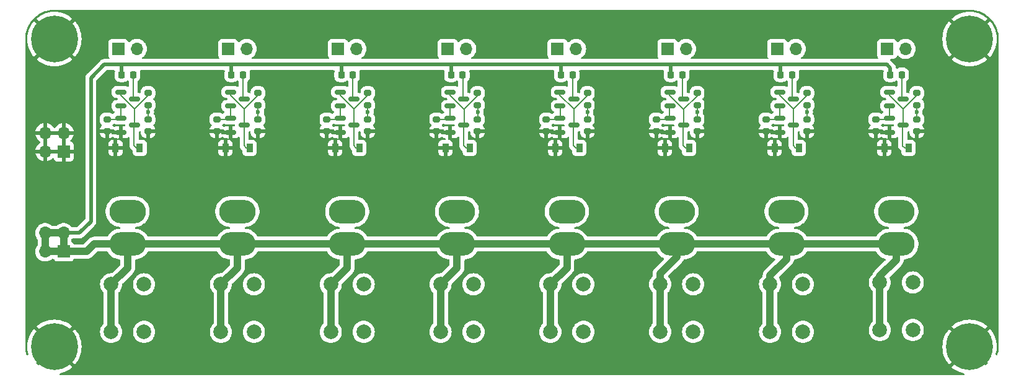
<source format=gbr>
G04 #@! TF.GenerationSoftware,KiCad,Pcbnew,(6.99.0-2815-gbbc0c61ccb)*
G04 #@! TF.CreationDate,2022-10-20T00:59:36+07:00*
G04 #@! TF.ProjectId,Input_Switch_8X,496e7075-745f-4537-9769-7463685f3858,rev?*
G04 #@! TF.SameCoordinates,Original*
G04 #@! TF.FileFunction,Copper,L1,Top*
G04 #@! TF.FilePolarity,Positive*
%FSLAX46Y46*%
G04 Gerber Fmt 4.6, Leading zero omitted, Abs format (unit mm)*
G04 Created by KiCad (PCBNEW (6.99.0-2815-gbbc0c61ccb)) date 2022-10-20 00:59:36*
%MOMM*%
%LPD*%
G01*
G04 APERTURE LIST*
G04 Aperture macros list*
%AMRoundRect*
0 Rectangle with rounded corners*
0 $1 Rounding radius*
0 $2 $3 $4 $5 $6 $7 $8 $9 X,Y pos of 4 corners*
0 Add a 4 corners polygon primitive as box body*
4,1,4,$2,$3,$4,$5,$6,$7,$8,$9,$2,$3,0*
0 Add four circle primitives for the rounded corners*
1,1,$1+$1,$2,$3*
1,1,$1+$1,$4,$5*
1,1,$1+$1,$6,$7*
1,1,$1+$1,$8,$9*
0 Add four rect primitives between the rounded corners*
20,1,$1+$1,$2,$3,$4,$5,0*
20,1,$1+$1,$4,$5,$6,$7,0*
20,1,$1+$1,$6,$7,$8,$9,0*
20,1,$1+$1,$8,$9,$2,$3,0*%
G04 Aperture macros list end*
G04 #@! TA.AperFunction,ComponentPad*
%ADD10R,1.700000X1.700000*%
G04 #@! TD*
G04 #@! TA.AperFunction,ComponentPad*
%ADD11O,1.700000X1.700000*%
G04 #@! TD*
G04 #@! TA.AperFunction,SMDPad,CuDef*
%ADD12RoundRect,0.150000X-0.587500X-0.150000X0.587500X-0.150000X0.587500X0.150000X-0.587500X0.150000X0*%
G04 #@! TD*
G04 #@! TA.AperFunction,SMDPad,CuDef*
%ADD13RoundRect,0.200000X-0.275000X0.200000X-0.275000X-0.200000X0.275000X-0.200000X0.275000X0.200000X0*%
G04 #@! TD*
G04 #@! TA.AperFunction,SMDPad,CuDef*
%ADD14RoundRect,0.218750X0.218750X0.256250X-0.218750X0.256250X-0.218750X-0.256250X0.218750X-0.256250X0*%
G04 #@! TD*
G04 #@! TA.AperFunction,ComponentPad*
%ADD15C,2.000000*%
G04 #@! TD*
G04 #@! TA.AperFunction,ComponentPad*
%ADD16O,5.000000X3.200000*%
G04 #@! TD*
G04 #@! TA.AperFunction,ComponentPad*
%ADD17C,0.800000*%
G04 #@! TD*
G04 #@! TA.AperFunction,ComponentPad*
%ADD18C,6.400000*%
G04 #@! TD*
G04 #@! TA.AperFunction,SMDPad,CuDef*
%ADD19R,0.900000X1.200000*%
G04 #@! TD*
G04 #@! TA.AperFunction,ViaPad*
%ADD20C,0.600000*%
G04 #@! TD*
G04 #@! TA.AperFunction,Conductor*
%ADD21C,0.200000*%
G04 #@! TD*
G04 #@! TA.AperFunction,Conductor*
%ADD22C,0.500000*%
G04 #@! TD*
G04 #@! TA.AperFunction,Conductor*
%ADD23C,1.000000*%
G04 #@! TD*
G04 APERTURE END LIST*
D10*
X175724999Y-49249999D03*
D11*
X178264999Y-49249999D03*
D12*
X161062500Y-58750000D03*
X161062500Y-60650000D03*
X162937500Y-59700000D03*
D13*
X194800000Y-58875000D03*
X194800000Y-60525000D03*
D12*
X176062500Y-58750000D03*
X176062500Y-60650000D03*
X177937500Y-59700000D03*
X86062500Y-55150000D03*
X86062500Y-57050000D03*
X87937500Y-56100000D03*
D13*
X114200000Y-58875000D03*
X114200000Y-60525000D03*
X104800000Y-58875000D03*
X104800000Y-60525000D03*
D10*
X85724999Y-49249999D03*
D11*
X88264999Y-49249999D03*
D12*
X146062500Y-55150000D03*
X146062500Y-57050000D03*
X147937500Y-56100000D03*
D14*
X102767500Y-52800000D03*
X101192500Y-52800000D03*
D13*
X89800000Y-55275000D03*
X89800000Y-56925000D03*
X129200000Y-58875000D03*
X129200000Y-60525000D03*
D15*
X189750000Y-87700000D03*
X189750000Y-81200000D03*
X194250000Y-87700000D03*
X194250000Y-81200000D03*
D10*
X160724999Y-49249999D03*
D11*
X163264999Y-49249999D03*
D12*
X176062500Y-55150000D03*
X176062500Y-57050000D03*
X177937500Y-56100000D03*
D13*
X159200000Y-58875000D03*
X159200000Y-60525000D03*
D16*
X161999999Y-75949999D03*
X161999999Y-71499999D03*
D17*
X74600000Y-47900000D03*
X75302944Y-46202944D03*
X75302944Y-49597056D03*
X77000000Y-45500000D03*
D18*
X77000000Y-47900000D03*
D17*
X77000000Y-50300000D03*
X78697056Y-46202944D03*
X78697056Y-49597056D03*
X79400000Y-47900000D03*
D13*
X149800000Y-58875000D03*
X149800000Y-60525000D03*
X194800000Y-55275000D03*
X194800000Y-56925000D03*
D15*
X114750000Y-87950000D03*
X114750000Y-81450000D03*
X119250000Y-87950000D03*
X119250000Y-81450000D03*
D16*
X176999999Y-75949999D03*
X176999999Y-71499999D03*
D13*
X104800000Y-55275000D03*
X104800000Y-56925000D03*
X119800000Y-55275000D03*
X119800000Y-56925000D03*
D12*
X191062500Y-58750000D03*
X191062500Y-60650000D03*
X192937500Y-59700000D03*
D13*
X179800000Y-55275000D03*
X179800000Y-56925000D03*
D15*
X84750000Y-87950000D03*
X84750000Y-81450000D03*
X89250000Y-87950000D03*
X89250000Y-81450000D03*
D19*
X103649999Y-62799999D03*
X100349999Y-62799999D03*
D13*
X164800000Y-55275000D03*
X164800000Y-56925000D03*
D12*
X191062500Y-55150000D03*
X191062500Y-57050000D03*
X192937500Y-56100000D03*
D10*
X100724999Y-49249999D03*
D11*
X103264999Y-49249999D03*
D14*
X117767500Y-52800000D03*
X116192500Y-52800000D03*
D12*
X101062500Y-55150000D03*
X101062500Y-57050000D03*
X102937500Y-56100000D03*
D10*
X115724999Y-49249999D03*
D11*
X118264999Y-49249999D03*
D16*
X146999999Y-75949999D03*
X146999999Y-71499999D03*
D12*
X161062500Y-55150000D03*
X161062500Y-57050000D03*
X162937500Y-56100000D03*
D15*
X174750000Y-87950000D03*
X174750000Y-81450000D03*
X179250000Y-87950000D03*
X179250000Y-81450000D03*
D19*
X88649999Y-62799999D03*
X85349999Y-62799999D03*
D16*
X101999999Y-75949999D03*
X101999999Y-71499999D03*
D12*
X101062500Y-58750000D03*
X101062500Y-60650000D03*
X102937500Y-59700000D03*
D19*
X118649999Y-62799999D03*
X115349999Y-62799999D03*
D15*
X129750000Y-87950000D03*
X129750000Y-81450000D03*
X134250000Y-87950000D03*
X134250000Y-81450000D03*
X159750000Y-87950000D03*
X159750000Y-81450000D03*
X164250000Y-87950000D03*
X164250000Y-81450000D03*
D12*
X116062500Y-55150000D03*
X116062500Y-57050000D03*
X117937500Y-56100000D03*
D14*
X177767500Y-52800000D03*
X176192500Y-52800000D03*
D19*
X133728570Y-62799999D03*
X130428570Y-62799999D03*
D17*
X199600000Y-90000000D03*
X200302944Y-88302944D03*
X200302944Y-91697056D03*
X202000000Y-87600000D03*
D18*
X202000000Y-90000000D03*
D17*
X202000000Y-92400000D03*
X203697056Y-88302944D03*
X203697056Y-91697056D03*
X204400000Y-90000000D03*
D16*
X86999999Y-75949999D03*
X86999999Y-71499999D03*
D13*
X174200000Y-58875000D03*
X174200000Y-60525000D03*
D12*
X131062500Y-55150000D03*
X131062500Y-57050000D03*
X132937500Y-56100000D03*
D13*
X149800000Y-55275000D03*
X149800000Y-56925000D03*
X164800000Y-58875000D03*
X164800000Y-60525000D03*
D15*
X144750000Y-87950000D03*
X144750000Y-81450000D03*
X149250000Y-87950000D03*
X149250000Y-81450000D03*
D13*
X179800000Y-58875000D03*
X179800000Y-60525000D03*
D14*
X147767500Y-52800000D03*
X146192500Y-52800000D03*
D19*
X193649999Y-62799999D03*
X190349999Y-62799999D03*
D10*
X78274999Y-63274999D03*
D11*
X75734999Y-63274999D03*
X78274999Y-60734999D03*
X75734999Y-60734999D03*
D13*
X99200000Y-58875000D03*
X99200000Y-60525000D03*
D19*
X178669641Y-62799999D03*
X175369641Y-62799999D03*
X148708927Y-62799999D03*
X145408927Y-62799999D03*
D15*
X99750000Y-87950000D03*
X99750000Y-81450000D03*
X104250000Y-87950000D03*
X104250000Y-81450000D03*
D13*
X134800000Y-58875000D03*
X134800000Y-60525000D03*
D10*
X145724999Y-49249999D03*
D11*
X148264999Y-49249999D03*
D19*
X163689284Y-62799999D03*
X160389284Y-62799999D03*
D13*
X189200000Y-58875000D03*
X189200000Y-60525000D03*
D16*
X131999999Y-75949999D03*
X131999999Y-71499999D03*
D13*
X89800000Y-58875000D03*
X89800000Y-60525000D03*
D16*
X116999999Y-75949999D03*
X116999999Y-71499999D03*
D12*
X116062500Y-58750000D03*
X116062500Y-60650000D03*
X117937500Y-59700000D03*
D10*
X130724999Y-49249999D03*
D11*
X133264999Y-49249999D03*
D13*
X144200000Y-58875000D03*
X144200000Y-60525000D03*
D12*
X146062500Y-58750000D03*
X146062500Y-60650000D03*
X147937500Y-59700000D03*
D13*
X134800000Y-55275000D03*
X134800000Y-56925000D03*
D14*
X192767500Y-52800000D03*
X191192500Y-52800000D03*
X87767500Y-52800000D03*
X86192500Y-52800000D03*
D16*
X191999999Y-75949999D03*
X191999999Y-71499999D03*
D13*
X119800000Y-58875000D03*
X119800000Y-60525000D03*
D12*
X131062500Y-58750000D03*
X131062500Y-60650000D03*
X132937500Y-59700000D03*
D14*
X132767500Y-52800000D03*
X131192500Y-52800000D03*
D17*
X74600000Y-90000000D03*
X75302944Y-88302944D03*
X75302944Y-91697056D03*
X77000000Y-87600000D03*
D18*
X77000000Y-90000000D03*
D17*
X77000000Y-92400000D03*
X78697056Y-88302944D03*
X78697056Y-91697056D03*
X79400000Y-90000000D03*
D12*
X86062500Y-58750000D03*
X86062500Y-60650000D03*
X87937500Y-59700000D03*
D13*
X84200000Y-58875000D03*
X84200000Y-60525000D03*
D17*
X199600000Y-47900000D03*
X200302944Y-46202944D03*
X200302944Y-49597056D03*
X202000000Y-45500000D03*
D18*
X202000000Y-47900000D03*
D17*
X202000000Y-50300000D03*
X203697056Y-46202944D03*
X203697056Y-49597056D03*
X204400000Y-47900000D03*
D14*
X162767500Y-52800000D03*
X161192500Y-52800000D03*
D10*
X78274999Y-76974999D03*
D11*
X75734999Y-76974999D03*
X78274999Y-74434999D03*
X75734999Y-74434999D03*
D10*
X190724999Y-49249999D03*
D11*
X193264999Y-49249999D03*
D20*
X89800000Y-57875000D03*
X104825000Y-57875000D03*
X119800000Y-57875000D03*
X134825000Y-57925000D03*
X149825000Y-57900000D03*
X164800000Y-57900000D03*
X179800000Y-57875000D03*
X194775000Y-57875000D03*
D21*
X87767500Y-52800000D02*
X87767500Y-55930000D01*
D22*
X146192500Y-51417500D02*
X146175000Y-51400000D01*
X191192500Y-51892500D02*
X191192500Y-52800000D01*
D23*
X174750000Y-81450000D02*
X174750000Y-87950000D01*
D22*
X190700000Y-51400000D02*
X191192500Y-51892500D01*
X131225000Y-51400000D02*
X146175000Y-51400000D01*
D23*
X87000000Y-75950000D02*
X102000000Y-75950000D01*
D22*
X161192500Y-52800000D02*
X161192500Y-51482500D01*
X131192500Y-52800000D02*
X131192500Y-51432500D01*
D23*
X147000000Y-79200000D02*
X144750000Y-81450000D01*
X189750000Y-80350000D02*
X189750000Y-81200000D01*
X177000000Y-75950000D02*
X177000000Y-78000000D01*
D22*
X161192500Y-51482500D02*
X161275000Y-51400000D01*
D23*
X102000000Y-79200000D02*
X99750000Y-81450000D01*
X192000000Y-78100000D02*
X189750000Y-80350000D01*
X162000000Y-77700000D02*
X159750000Y-79950000D01*
X84750000Y-81450000D02*
X84750000Y-87950000D01*
X78275000Y-74435000D02*
X78275000Y-76975000D01*
D22*
X146175000Y-51400000D02*
X161275000Y-51400000D01*
D23*
X144750000Y-81450000D02*
X144750000Y-87950000D01*
X189750000Y-81200000D02*
X189750000Y-87700000D01*
D22*
X81975000Y-72850000D02*
X81975000Y-53225000D01*
X80390000Y-74435000D02*
X81975000Y-72850000D01*
D23*
X192000000Y-75950000D02*
X177000000Y-75950000D01*
X117000000Y-75950000D02*
X117000000Y-79200000D01*
D22*
X116192500Y-51417500D02*
X116175000Y-51400000D01*
D23*
X102000000Y-75950000D02*
X102000000Y-79200000D01*
D22*
X131192500Y-51432500D02*
X131225000Y-51400000D01*
D23*
X132000000Y-75950000D02*
X132000000Y-79200000D01*
D22*
X83800000Y-51400000D02*
X86200000Y-51400000D01*
D23*
X75735000Y-76975000D02*
X78275000Y-76975000D01*
X114750000Y-81450000D02*
X114750000Y-87950000D01*
X75735000Y-74435000D02*
X75735000Y-76975000D01*
X87000000Y-79200000D02*
X84750000Y-81450000D01*
X132000000Y-79200000D02*
X129750000Y-81450000D01*
D22*
X116192500Y-52800000D02*
X116192500Y-51417500D01*
X86192500Y-51407500D02*
X86200000Y-51400000D01*
D23*
X87000000Y-75950000D02*
X87000000Y-79200000D01*
X192000000Y-75950000D02*
X192000000Y-78100000D01*
D22*
X176150000Y-51400000D02*
X190700000Y-51400000D01*
D23*
X159750000Y-81450000D02*
X159750000Y-87950000D01*
X177000000Y-78000000D02*
X174750000Y-80250000D01*
D22*
X78275000Y-74435000D02*
X80390000Y-74435000D01*
X86200000Y-51400000D02*
X101250000Y-51400000D01*
D23*
X174750000Y-80250000D02*
X174750000Y-81450000D01*
D22*
X101192500Y-52800000D02*
X101192500Y-51457500D01*
X176192500Y-51442500D02*
X176150000Y-51400000D01*
X161275000Y-51400000D02*
X176150000Y-51400000D01*
X116175000Y-51400000D02*
X131225000Y-51400000D01*
D23*
X159750000Y-79950000D02*
X159750000Y-81450000D01*
X78275000Y-76975000D02*
X81425000Y-76975000D01*
X75735000Y-74435000D02*
X78275000Y-74435000D01*
X99750000Y-81450000D02*
X99750000Y-87950000D01*
X117000000Y-79200000D02*
X114750000Y-81450000D01*
D22*
X86192500Y-52800000D02*
X86192500Y-51407500D01*
D23*
X147000000Y-75950000D02*
X147000000Y-79200000D01*
D22*
X101250000Y-51400000D02*
X116175000Y-51400000D01*
D23*
X87000000Y-75950000D02*
X82450000Y-75950000D01*
X162000000Y-75950000D02*
X162000000Y-77700000D01*
D22*
X81975000Y-53225000D02*
X83800000Y-51400000D01*
D23*
X102000000Y-75950000D02*
X177000000Y-75950000D01*
D22*
X101192500Y-51457500D02*
X101250000Y-51400000D01*
D23*
X129750000Y-81450000D02*
X129750000Y-87950000D01*
X82450000Y-75950000D02*
X81425000Y-76975000D01*
D22*
X176192500Y-52800000D02*
X176192500Y-51442500D01*
X146192500Y-52800000D02*
X146192500Y-51417500D01*
D21*
X87937500Y-59700000D02*
X87937500Y-57473896D01*
X86062500Y-55598896D02*
X86062500Y-55150000D01*
X88200000Y-62800000D02*
X88650000Y-62800000D01*
X89800000Y-55275000D02*
X89800000Y-55611396D01*
X89800000Y-55611396D02*
X87937500Y-57473896D01*
X87900000Y-59737500D02*
X87900000Y-62500000D01*
X87900000Y-62500000D02*
X88200000Y-62800000D01*
X87937500Y-57473896D02*
X86062500Y-55598896D01*
X86062500Y-57050000D02*
X86062500Y-58750000D01*
X84200000Y-58875000D02*
X85937500Y-58875000D01*
X102907500Y-62500000D02*
X103207500Y-62800000D01*
X104807500Y-55611396D02*
X102945000Y-57473896D01*
X102945000Y-59700000D02*
X102945000Y-57473896D01*
X104807500Y-55275000D02*
X104807500Y-55611396D01*
X102907500Y-59737500D02*
X102907500Y-62500000D01*
X101070000Y-55606396D02*
X102937500Y-57473896D01*
X101070000Y-55157500D02*
X101070000Y-55606396D01*
X102937500Y-57473896D02*
X102945000Y-57473896D01*
X103207500Y-62800000D02*
X103657500Y-62800000D01*
X102775000Y-52800000D02*
X102775000Y-55930000D01*
X117907500Y-62500000D02*
X118207500Y-62800000D01*
X116062500Y-55637500D02*
X117898896Y-57473896D01*
X118207500Y-62800000D02*
X118657500Y-62800000D01*
X119807500Y-55611396D02*
X117945000Y-57473896D01*
X117898896Y-57473896D02*
X117945000Y-57473896D01*
X119807500Y-55275000D02*
X119807500Y-55611396D01*
X116062500Y-55150000D02*
X116062500Y-55637500D01*
X117907500Y-59737500D02*
X117907500Y-62500000D01*
X117945000Y-59700000D02*
X117945000Y-57473896D01*
X117775000Y-52800000D02*
X117775000Y-55930000D01*
X132907500Y-62500000D02*
X133207500Y-62800000D01*
X132907500Y-59737500D02*
X132907500Y-62500000D01*
X131062500Y-55150000D02*
X131062500Y-55598896D01*
X134807500Y-55611396D02*
X132945000Y-57473896D01*
X132937500Y-57473896D02*
X132945000Y-57473896D01*
X134807500Y-55275000D02*
X134807500Y-55611396D01*
X131062500Y-55598896D02*
X132937500Y-57473896D01*
X133207500Y-62800000D02*
X133657500Y-62800000D01*
X132945000Y-59700000D02*
X132945000Y-57473896D01*
X132775000Y-52800000D02*
X132775000Y-55930000D01*
X147937500Y-57473896D02*
X147945000Y-57473896D01*
X147945000Y-59700000D02*
X147945000Y-57473896D01*
X148207500Y-62800000D02*
X148657500Y-62800000D01*
X147907500Y-62500000D02*
X148207500Y-62800000D01*
X146062500Y-55598896D02*
X147937500Y-57473896D01*
X149807500Y-55611396D02*
X147945000Y-57473896D01*
X147907500Y-59737500D02*
X147907500Y-62500000D01*
X146062500Y-55150000D02*
X146062500Y-55598896D01*
X149807500Y-55275000D02*
X149807500Y-55611396D01*
X147775000Y-52800000D02*
X147775000Y-55930000D01*
X162898896Y-57473896D02*
X161045000Y-55620000D01*
X162882500Y-59737500D02*
X162882500Y-62500000D01*
X161045000Y-55620000D02*
X161045000Y-55150000D01*
X164800000Y-55275000D02*
X164800000Y-55650000D01*
X162920000Y-57473896D02*
X162898896Y-57473896D01*
X162976104Y-57473896D02*
X162920000Y-57473896D01*
X162920000Y-59700000D02*
X162920000Y-57473896D01*
X163182500Y-62800000D02*
X163632500Y-62800000D01*
X164800000Y-55650000D02*
X162976104Y-57473896D01*
X162882500Y-62500000D02*
X163182500Y-62800000D01*
X162750000Y-52800000D02*
X162750000Y-55930000D01*
X177907500Y-62500000D02*
X178207500Y-62800000D01*
X179807500Y-55275000D02*
X179807500Y-55611396D01*
X176062500Y-55598896D02*
X177945000Y-57481396D01*
X176062500Y-55150000D02*
X176062500Y-55598896D01*
X177945000Y-59700000D02*
X177945000Y-57595000D01*
X177945000Y-57595000D02*
X177945000Y-57473896D01*
X177907500Y-59737500D02*
X177907500Y-62500000D01*
X179807500Y-55611396D02*
X177945000Y-57473896D01*
X178207500Y-62800000D02*
X178657500Y-62800000D01*
X177945000Y-57481396D02*
X177945000Y-57595000D01*
X177775000Y-52800000D02*
X177775000Y-55930000D01*
X192920000Y-57498896D02*
X191045000Y-55623896D01*
X191045000Y-55623896D02*
X191045000Y-55175000D01*
X192882500Y-62525000D02*
X193182500Y-62825000D01*
X194782500Y-55636396D02*
X192920000Y-57498896D01*
X192920000Y-59725000D02*
X192920000Y-57498896D01*
X193182500Y-62825000D02*
X193632500Y-62825000D01*
X192882500Y-59762500D02*
X192882500Y-62525000D01*
X194782500Y-55300000D02*
X194782500Y-55636396D01*
X192750000Y-52825000D02*
X192750000Y-55955000D01*
X99207500Y-58875000D02*
X100945000Y-58875000D01*
X101070000Y-57050000D02*
X101070000Y-58750000D01*
X114207500Y-58875000D02*
X115945000Y-58875000D01*
X116070000Y-57050000D02*
X116070000Y-58750000D01*
X131070000Y-57050000D02*
X131070000Y-58750000D01*
X129207500Y-58875000D02*
X130945000Y-58875000D01*
X146070000Y-57050000D02*
X146070000Y-58750000D01*
X144207500Y-58875000D02*
X145945000Y-58875000D01*
X161045000Y-57050000D02*
X161045000Y-58750000D01*
X159182500Y-58875000D02*
X160920000Y-58875000D01*
X174207500Y-58875000D02*
X175945000Y-58875000D01*
X176070000Y-57050000D02*
X176070000Y-58750000D01*
X191045000Y-57075000D02*
X191045000Y-58775000D01*
X189182500Y-58900000D02*
X190920000Y-58900000D01*
X89800000Y-56925000D02*
X89800000Y-58875000D01*
X104825000Y-57875000D02*
X104807500Y-57892500D01*
X104807500Y-57857500D02*
X104825000Y-57875000D01*
X104807500Y-57892500D02*
X104807500Y-58875000D01*
X104807500Y-56925000D02*
X104807500Y-57857500D01*
X119807500Y-56925000D02*
X119807500Y-58875000D01*
X134807500Y-56925000D02*
X134807500Y-58875000D01*
X149807500Y-56925000D02*
X149807500Y-58875000D01*
X164782500Y-56925000D02*
X164782500Y-58875000D01*
X179807500Y-56925000D02*
X179807500Y-58875000D01*
X194782500Y-56950000D02*
X194782500Y-58900000D01*
G04 #@! TA.AperFunction,Conductor*
G36*
X202002898Y-43900634D02*
G01*
X202172708Y-43908485D01*
X202198382Y-43909746D01*
X202369673Y-43918161D01*
X202380897Y-43919217D01*
X202434372Y-43926676D01*
X202562906Y-43944606D01*
X202563766Y-43944730D01*
X202641186Y-43956214D01*
X202747155Y-43971934D01*
X202757514Y-43973917D01*
X202938439Y-44016470D01*
X202940206Y-44016899D01*
X203117770Y-44061376D01*
X203127197Y-44064132D01*
X203304328Y-44123500D01*
X203306699Y-44124321D01*
X203478169Y-44185674D01*
X203486585Y-44189033D01*
X203657987Y-44264714D01*
X203660909Y-44266050D01*
X203718583Y-44293328D01*
X203825048Y-44343683D01*
X203832487Y-44347509D01*
X203996377Y-44438795D01*
X203999842Y-44440797D01*
X204155297Y-44533974D01*
X204161727Y-44538098D01*
X204316665Y-44644233D01*
X204320515Y-44646978D01*
X204387140Y-44696389D01*
X204465957Y-44754844D01*
X204471354Y-44759081D01*
X204615926Y-44879131D01*
X204620017Y-44882681D01*
X204632785Y-44894253D01*
X204754163Y-45004264D01*
X204758641Y-45008529D01*
X204891471Y-45141359D01*
X204895736Y-45145837D01*
X205017319Y-45279983D01*
X205020869Y-45284074D01*
X205140919Y-45428646D01*
X205145156Y-45434043D01*
X205175692Y-45475216D01*
X205253022Y-45579485D01*
X205255767Y-45583335D01*
X205361902Y-45738273D01*
X205366026Y-45744703D01*
X205459203Y-45900158D01*
X205461205Y-45903623D01*
X205552491Y-46067513D01*
X205556317Y-46074952D01*
X205633937Y-46239063D01*
X205635286Y-46242013D01*
X205710967Y-46413415D01*
X205714326Y-46421831D01*
X205775673Y-46593284D01*
X205776500Y-46595673D01*
X205815836Y-46713034D01*
X205835868Y-46772803D01*
X205838624Y-46782230D01*
X205883101Y-46959794D01*
X205883530Y-46961561D01*
X205926083Y-47142486D01*
X205928066Y-47152845D01*
X205955253Y-47336116D01*
X205955394Y-47337093D01*
X205973324Y-47465628D01*
X205980783Y-47519103D01*
X205981839Y-47530327D01*
X205991495Y-47726875D01*
X205991513Y-47727239D01*
X205999366Y-47897102D01*
X205999500Y-47902921D01*
X205999500Y-89868654D01*
X205999366Y-89874472D01*
X205991515Y-90044308D01*
X205991497Y-90044672D01*
X205981841Y-90241249D01*
X205980785Y-90252474D01*
X205955404Y-90434429D01*
X205955248Y-90435509D01*
X205928073Y-90618723D01*
X205926091Y-90629076D01*
X205893245Y-90768734D01*
X205883526Y-90810059D01*
X205883102Y-90811805D01*
X205838636Y-90989332D01*
X205838634Y-90989339D01*
X205835878Y-90998766D01*
X205815684Y-91059017D01*
X205775071Y-91117250D01*
X205709422Y-91144281D01*
X205639580Y-91131529D01*
X205587720Y-91083041D01*
X205570306Y-91014214D01*
X205574509Y-90986364D01*
X205631094Y-90775184D01*
X205632465Y-90768734D01*
X205692234Y-90391371D01*
X205692920Y-90384833D01*
X205712916Y-90003301D01*
X205712916Y-89996699D01*
X205692920Y-89615167D01*
X205692234Y-89608629D01*
X205632465Y-89231266D01*
X205631094Y-89224816D01*
X205532212Y-88855784D01*
X205530171Y-88849502D01*
X205393260Y-88492836D01*
X205390578Y-88486811D01*
X205217128Y-88146397D01*
X205213831Y-88140687D01*
X205005747Y-87820265D01*
X205001877Y-87814939D01*
X204808522Y-87576165D01*
X204796267Y-87567700D01*
X204785176Y-87574034D01*
X199574900Y-92784310D01*
X199567759Y-92797386D01*
X199575216Y-92807753D01*
X199814935Y-93001874D01*
X199820272Y-93005751D01*
X200140685Y-93213830D01*
X200146394Y-93217127D01*
X200486811Y-93390578D01*
X200492836Y-93393260D01*
X200849502Y-93530171D01*
X200855784Y-93532212D01*
X201195973Y-93623366D01*
X201256596Y-93660318D01*
X201287617Y-93724179D01*
X201279189Y-93794673D01*
X201233986Y-93849420D01*
X201163362Y-93871073D01*
X77836638Y-93871073D01*
X77768517Y-93851071D01*
X77722024Y-93797415D01*
X77711920Y-93727141D01*
X77741414Y-93662561D01*
X77804027Y-93623366D01*
X78144216Y-93532212D01*
X78150498Y-93530171D01*
X78507164Y-93393260D01*
X78513189Y-93390578D01*
X78853606Y-93217127D01*
X78859315Y-93213830D01*
X79179728Y-93005751D01*
X79185065Y-93001874D01*
X79423835Y-92808522D01*
X79432300Y-92796267D01*
X79425966Y-92785176D01*
X76641922Y-90001132D01*
X77364408Y-90001132D01*
X77364539Y-90002965D01*
X77368790Y-90009580D01*
X79784310Y-92425100D01*
X79797386Y-92432241D01*
X79807753Y-92424784D01*
X80001874Y-92185065D01*
X80005751Y-92179728D01*
X80213830Y-91859315D01*
X80217127Y-91853606D01*
X80390578Y-91513189D01*
X80393260Y-91507164D01*
X80530171Y-91150498D01*
X80532212Y-91144216D01*
X80631094Y-90775184D01*
X80632465Y-90768734D01*
X80692234Y-90391371D01*
X80692920Y-90384833D01*
X80712916Y-90003301D01*
X198287084Y-90003301D01*
X198307080Y-90384833D01*
X198307766Y-90391371D01*
X198367535Y-90768734D01*
X198368906Y-90775184D01*
X198467788Y-91144216D01*
X198469829Y-91150498D01*
X198606740Y-91507164D01*
X198609422Y-91513189D01*
X198782873Y-91853606D01*
X198786170Y-91859315D01*
X198994249Y-92179728D01*
X198998126Y-92185065D01*
X199191478Y-92423835D01*
X199203733Y-92432300D01*
X199214824Y-92425966D01*
X201627978Y-90012812D01*
X201635592Y-89998868D01*
X201635461Y-89997035D01*
X201631210Y-89990420D01*
X199215690Y-87574900D01*
X199202614Y-87567759D01*
X199192247Y-87575216D01*
X198998123Y-87814939D01*
X198994253Y-87820265D01*
X198786169Y-88140687D01*
X198782872Y-88146397D01*
X198609422Y-88486811D01*
X198606740Y-88492836D01*
X198469829Y-88849502D01*
X198467788Y-88855784D01*
X198368906Y-89224816D01*
X198367535Y-89231266D01*
X198307766Y-89608629D01*
X198307080Y-89615167D01*
X198287084Y-89996699D01*
X198287084Y-90003301D01*
X80712916Y-90003301D01*
X80712916Y-89996699D01*
X80692920Y-89615167D01*
X80692234Y-89608629D01*
X80632465Y-89231266D01*
X80631094Y-89224816D01*
X80532212Y-88855784D01*
X80530171Y-88849502D01*
X80393260Y-88492836D01*
X80390578Y-88486811D01*
X80217128Y-88146397D01*
X80213831Y-88140687D01*
X80005747Y-87820265D01*
X80001877Y-87814939D01*
X79808522Y-87576165D01*
X79796267Y-87567700D01*
X79785176Y-87574034D01*
X77372022Y-89987188D01*
X77364408Y-90001132D01*
X76641922Y-90001132D01*
X74215690Y-87574900D01*
X74202614Y-87567759D01*
X74192247Y-87575216D01*
X73998123Y-87814939D01*
X73994253Y-87820265D01*
X73786169Y-88140687D01*
X73782872Y-88146397D01*
X73609422Y-88486811D01*
X73606740Y-88492836D01*
X73469829Y-88849502D01*
X73467788Y-88855784D01*
X73368906Y-89224816D01*
X73367535Y-89231266D01*
X73307766Y-89608629D01*
X73307080Y-89615167D01*
X73287084Y-89996699D01*
X73287084Y-90003301D01*
X73307080Y-90384833D01*
X73307766Y-90391371D01*
X73367535Y-90768734D01*
X73368904Y-90775179D01*
X73425380Y-90985946D01*
X73423690Y-91056923D01*
X73383896Y-91115719D01*
X73318632Y-91143667D01*
X73248618Y-91131894D01*
X73196084Y-91084137D01*
X73184205Y-91058601D01*
X73183643Y-91056923D01*
X73164139Y-90998729D01*
X73161394Y-90989339D01*
X73129584Y-90862342D01*
X73116926Y-90811805D01*
X73116497Y-90810038D01*
X73073939Y-90629089D01*
X73071956Y-90618730D01*
X73044774Y-90435482D01*
X73044632Y-90434498D01*
X73019239Y-90252449D01*
X73018183Y-90241233D01*
X73008769Y-90049845D01*
X73008751Y-90049474D01*
X73000634Y-89873888D01*
X73000500Y-89868069D01*
X73000500Y-87203733D01*
X74567700Y-87203733D01*
X74574034Y-87214824D01*
X76987188Y-89627978D01*
X77001132Y-89635592D01*
X77002965Y-89635461D01*
X77009580Y-89631210D01*
X79425100Y-87215690D01*
X79432241Y-87202614D01*
X79424784Y-87192247D01*
X79185065Y-86998126D01*
X79179728Y-86994249D01*
X78859315Y-86786170D01*
X78853606Y-86782873D01*
X78513189Y-86609422D01*
X78507164Y-86606740D01*
X78150498Y-86469829D01*
X78144216Y-86467788D01*
X77775184Y-86368906D01*
X77768734Y-86367535D01*
X77391371Y-86307766D01*
X77384833Y-86307080D01*
X77003301Y-86287084D01*
X76996699Y-86287084D01*
X76615167Y-86307080D01*
X76608629Y-86307766D01*
X76231266Y-86367535D01*
X76224816Y-86368906D01*
X75855784Y-86467788D01*
X75849502Y-86469829D01*
X75492836Y-86606740D01*
X75486811Y-86609422D01*
X75146397Y-86782872D01*
X75140687Y-86786169D01*
X74820265Y-86994253D01*
X74814939Y-86998123D01*
X74576165Y-87191478D01*
X74567700Y-87203733D01*
X73000500Y-87203733D01*
X73000500Y-76975000D01*
X74371844Y-76975000D01*
X74372274Y-76980189D01*
X74387901Y-77168772D01*
X74390436Y-77199368D01*
X74445704Y-77417616D01*
X74447800Y-77422394D01*
X74521059Y-77589409D01*
X74536140Y-77623791D01*
X74538990Y-77628153D01*
X74538992Y-77628157D01*
X74580421Y-77691568D01*
X74659278Y-77812268D01*
X74662803Y-77816097D01*
X74662806Y-77816101D01*
X74747703Y-77908322D01*
X74811760Y-77977906D01*
X74815879Y-77981112D01*
X74968625Y-78100000D01*
X74989424Y-78116189D01*
X74994005Y-78118668D01*
X75140044Y-78197700D01*
X75187426Y-78223342D01*
X75400365Y-78296444D01*
X75405499Y-78297301D01*
X75405504Y-78297302D01*
X75617294Y-78332643D01*
X75617296Y-78332643D01*
X75622431Y-78333500D01*
X75847569Y-78333500D01*
X75852704Y-78332643D01*
X75852706Y-78332643D01*
X76064496Y-78297302D01*
X76064501Y-78297301D01*
X76069635Y-78296444D01*
X76282574Y-78223342D01*
X76329957Y-78197700D01*
X76475995Y-78118668D01*
X76480576Y-78116189D01*
X76494232Y-78105560D01*
X76616918Y-78010069D01*
X76682960Y-77984012D01*
X76694309Y-77983500D01*
X76853915Y-77983500D01*
X76922036Y-78003502D01*
X76966564Y-78054891D01*
X76966641Y-78054849D01*
X76966833Y-78055201D01*
X76968529Y-78057158D01*
X76970498Y-78061912D01*
X76970963Y-78062763D01*
X76974111Y-78071204D01*
X76979510Y-78078416D01*
X76979511Y-78078418D01*
X77023604Y-78137319D01*
X77061739Y-78188261D01*
X77068950Y-78193659D01*
X77167976Y-78267789D01*
X77178796Y-78275889D01*
X77315799Y-78326989D01*
X77352705Y-78330957D01*
X77373012Y-78333140D01*
X77373015Y-78333140D01*
X77376362Y-78333500D01*
X79173638Y-78333500D01*
X79176985Y-78333140D01*
X79176988Y-78333140D01*
X79197295Y-78330957D01*
X79234201Y-78326989D01*
X79371204Y-78275889D01*
X79382025Y-78267789D01*
X79481050Y-78193659D01*
X79488261Y-78188261D01*
X79526396Y-78137319D01*
X79570489Y-78078418D01*
X79570490Y-78078416D01*
X79575889Y-78071204D01*
X79579037Y-78062764D01*
X79583359Y-78054849D01*
X79585218Y-78055864D01*
X79620579Y-78008629D01*
X79687100Y-77983821D01*
X79696085Y-77983500D01*
X81369263Y-77983500D01*
X81381612Y-77984107D01*
X81418836Y-77987773D01*
X81418837Y-77987773D01*
X81425000Y-77988380D01*
X81622701Y-77968909D01*
X81812804Y-77911241D01*
X81838136Y-77897701D01*
X81982542Y-77820515D01*
X81982546Y-77820512D01*
X81988004Y-77817595D01*
X82141568Y-77691568D01*
X82169234Y-77657857D01*
X82177538Y-77648696D01*
X82830829Y-76995405D01*
X82893141Y-76961379D01*
X82919924Y-76958500D01*
X84174678Y-76958500D01*
X84242799Y-76978502D01*
X84282334Y-77019031D01*
X84373394Y-77168772D01*
X84555432Y-77392526D01*
X84766242Y-77589409D01*
X85001897Y-77755753D01*
X85258008Y-77888459D01*
X85529804Y-77985055D01*
X85534006Y-77985928D01*
X85534009Y-77985929D01*
X85808010Y-78042867D01*
X85808014Y-78042868D01*
X85812222Y-78043742D01*
X85816514Y-78044036D01*
X85816517Y-78044036D01*
X85874100Y-78047975D01*
X85940696Y-78072579D01*
X85983419Y-78129283D01*
X85991500Y-78173681D01*
X85991500Y-78730075D01*
X85971498Y-78798196D01*
X85954595Y-78819170D01*
X84871663Y-79902103D01*
X84809351Y-79936128D01*
X84772682Y-79938620D01*
X84754931Y-79937223D01*
X84754930Y-79937223D01*
X84750000Y-79936835D01*
X84513289Y-79955465D01*
X84508482Y-79956619D01*
X84508476Y-79956620D01*
X84362609Y-79991640D01*
X84282406Y-80010895D01*
X84277835Y-80012788D01*
X84277833Y-80012789D01*
X84067611Y-80099865D01*
X84067607Y-80099867D01*
X84063037Y-80101760D01*
X84058817Y-80104346D01*
X83864798Y-80223241D01*
X83864792Y-80223245D01*
X83860584Y-80225824D01*
X83818396Y-80261856D01*
X83694036Y-80368070D01*
X83680031Y-80380031D01*
X83525824Y-80560584D01*
X83523245Y-80564792D01*
X83523241Y-80564798D01*
X83515159Y-80577987D01*
X83401760Y-80763037D01*
X83310895Y-80982406D01*
X83309740Y-80987218D01*
X83257472Y-81204930D01*
X83255465Y-81213289D01*
X83236835Y-81450000D01*
X83255465Y-81686711D01*
X83310895Y-81917594D01*
X83312788Y-81922165D01*
X83312789Y-81922167D01*
X83383623Y-82093175D01*
X83401760Y-82136963D01*
X83404346Y-82141183D01*
X83523241Y-82335202D01*
X83523245Y-82335208D01*
X83525824Y-82339416D01*
X83680031Y-82519969D01*
X83683787Y-82523177D01*
X83683788Y-82523178D01*
X83697332Y-82534746D01*
X83736140Y-82594197D01*
X83741500Y-82630556D01*
X83741500Y-86769444D01*
X83721498Y-86837565D01*
X83697332Y-86865254D01*
X83680031Y-86880031D01*
X83525824Y-87060584D01*
X83523245Y-87064792D01*
X83523241Y-87064798D01*
X83445140Y-87192247D01*
X83401760Y-87263037D01*
X83310895Y-87482406D01*
X83309740Y-87487218D01*
X83257472Y-87704930D01*
X83255465Y-87713289D01*
X83236835Y-87950000D01*
X83255465Y-88186711D01*
X83310895Y-88417594D01*
X83312788Y-88422165D01*
X83312789Y-88422167D01*
X83383623Y-88593175D01*
X83401760Y-88636963D01*
X83404346Y-88641183D01*
X83523241Y-88835202D01*
X83523245Y-88835208D01*
X83525824Y-88839416D01*
X83680031Y-89019969D01*
X83860584Y-89174176D01*
X83864792Y-89176755D01*
X83864798Y-89176759D01*
X84058817Y-89295654D01*
X84063037Y-89298240D01*
X84067607Y-89300133D01*
X84067611Y-89300135D01*
X84277833Y-89387211D01*
X84282406Y-89389105D01*
X84362609Y-89408360D01*
X84508476Y-89443380D01*
X84508482Y-89443381D01*
X84513289Y-89444535D01*
X84750000Y-89463165D01*
X84986711Y-89444535D01*
X84991518Y-89443381D01*
X84991524Y-89443380D01*
X85137391Y-89408360D01*
X85217594Y-89389105D01*
X85222167Y-89387211D01*
X85432389Y-89300135D01*
X85432393Y-89300133D01*
X85436963Y-89298240D01*
X85441183Y-89295654D01*
X85635202Y-89176759D01*
X85635208Y-89176755D01*
X85639416Y-89174176D01*
X85819969Y-89019969D01*
X85974176Y-88839416D01*
X85976755Y-88835208D01*
X85976759Y-88835202D01*
X86095654Y-88641183D01*
X86098240Y-88636963D01*
X86116378Y-88593175D01*
X86187211Y-88422167D01*
X86187212Y-88422165D01*
X86189105Y-88417594D01*
X86244535Y-88186711D01*
X86263165Y-87950000D01*
X87736835Y-87950000D01*
X87755465Y-88186711D01*
X87810895Y-88417594D01*
X87812788Y-88422165D01*
X87812789Y-88422167D01*
X87883623Y-88593175D01*
X87901760Y-88636963D01*
X87904346Y-88641183D01*
X88023241Y-88835202D01*
X88023245Y-88835208D01*
X88025824Y-88839416D01*
X88180031Y-89019969D01*
X88360584Y-89174176D01*
X88364792Y-89176755D01*
X88364798Y-89176759D01*
X88558817Y-89295654D01*
X88563037Y-89298240D01*
X88567607Y-89300133D01*
X88567611Y-89300135D01*
X88777833Y-89387211D01*
X88782406Y-89389105D01*
X88862609Y-89408360D01*
X89008476Y-89443380D01*
X89008482Y-89443381D01*
X89013289Y-89444535D01*
X89250000Y-89463165D01*
X89486711Y-89444535D01*
X89491518Y-89443381D01*
X89491524Y-89443380D01*
X89637391Y-89408360D01*
X89717594Y-89389105D01*
X89722167Y-89387211D01*
X89932389Y-89300135D01*
X89932393Y-89300133D01*
X89936963Y-89298240D01*
X89941183Y-89295654D01*
X90135202Y-89176759D01*
X90135208Y-89176755D01*
X90139416Y-89174176D01*
X90319969Y-89019969D01*
X90474176Y-88839416D01*
X90476755Y-88835208D01*
X90476759Y-88835202D01*
X90595654Y-88641183D01*
X90598240Y-88636963D01*
X90616378Y-88593175D01*
X90687211Y-88422167D01*
X90687212Y-88422165D01*
X90689105Y-88417594D01*
X90744535Y-88186711D01*
X90763165Y-87950000D01*
X90744535Y-87713289D01*
X90742529Y-87704930D01*
X90690260Y-87487218D01*
X90689105Y-87482406D01*
X90598240Y-87263037D01*
X90554860Y-87192247D01*
X90476759Y-87064798D01*
X90476755Y-87064792D01*
X90474176Y-87060584D01*
X90319969Y-86880031D01*
X90139416Y-86725824D01*
X90135208Y-86723245D01*
X90135202Y-86723241D01*
X89941183Y-86604346D01*
X89936963Y-86601760D01*
X89932393Y-86599867D01*
X89932389Y-86599865D01*
X89722167Y-86512789D01*
X89722165Y-86512788D01*
X89717594Y-86510895D01*
X89637391Y-86491640D01*
X89491524Y-86456620D01*
X89491518Y-86456619D01*
X89486711Y-86455465D01*
X89250000Y-86436835D01*
X89013289Y-86455465D01*
X89008482Y-86456619D01*
X89008476Y-86456620D01*
X88862609Y-86491640D01*
X88782406Y-86510895D01*
X88777835Y-86512788D01*
X88777833Y-86512789D01*
X88567611Y-86599865D01*
X88567607Y-86599867D01*
X88563037Y-86601760D01*
X88558817Y-86604346D01*
X88364798Y-86723241D01*
X88364792Y-86723245D01*
X88360584Y-86725824D01*
X88180031Y-86880031D01*
X88025824Y-87060584D01*
X88023245Y-87064792D01*
X88023241Y-87064798D01*
X87945140Y-87192247D01*
X87901760Y-87263037D01*
X87810895Y-87482406D01*
X87809740Y-87487218D01*
X87757472Y-87704930D01*
X87755465Y-87713289D01*
X87736835Y-87950000D01*
X86263165Y-87950000D01*
X86244535Y-87713289D01*
X86242529Y-87704930D01*
X86190260Y-87487218D01*
X86189105Y-87482406D01*
X86098240Y-87263037D01*
X86054860Y-87192247D01*
X85976759Y-87064798D01*
X85976755Y-87064792D01*
X85974176Y-87060584D01*
X85819969Y-86880031D01*
X85802668Y-86865254D01*
X85763860Y-86805803D01*
X85758500Y-86769444D01*
X85758500Y-82630556D01*
X85778502Y-82562435D01*
X85802668Y-82534746D01*
X85816212Y-82523178D01*
X85816213Y-82523177D01*
X85819969Y-82519969D01*
X85974176Y-82339416D01*
X85976755Y-82335208D01*
X85976759Y-82335202D01*
X86095654Y-82141183D01*
X86098240Y-82136963D01*
X86116378Y-82093175D01*
X86187211Y-81922167D01*
X86187212Y-81922165D01*
X86189105Y-81917594D01*
X86244535Y-81686711D01*
X86263165Y-81450000D01*
X87736835Y-81450000D01*
X87755465Y-81686711D01*
X87810895Y-81917594D01*
X87812788Y-81922165D01*
X87812789Y-81922167D01*
X87883623Y-82093175D01*
X87901760Y-82136963D01*
X87904346Y-82141183D01*
X88023241Y-82335202D01*
X88023245Y-82335208D01*
X88025824Y-82339416D01*
X88180031Y-82519969D01*
X88360584Y-82674176D01*
X88364792Y-82676755D01*
X88364798Y-82676759D01*
X88558817Y-82795654D01*
X88563037Y-82798240D01*
X88567607Y-82800133D01*
X88567611Y-82800135D01*
X88777833Y-82887211D01*
X88782406Y-82889105D01*
X88862609Y-82908360D01*
X89008476Y-82943380D01*
X89008482Y-82943381D01*
X89013289Y-82944535D01*
X89250000Y-82963165D01*
X89486711Y-82944535D01*
X89491518Y-82943381D01*
X89491524Y-82943380D01*
X89637391Y-82908360D01*
X89717594Y-82889105D01*
X89722167Y-82887211D01*
X89932389Y-82800135D01*
X89932393Y-82800133D01*
X89936963Y-82798240D01*
X89941183Y-82795654D01*
X90135202Y-82676759D01*
X90135208Y-82676755D01*
X90139416Y-82674176D01*
X90319969Y-82519969D01*
X90474176Y-82339416D01*
X90476755Y-82335208D01*
X90476759Y-82335202D01*
X90595654Y-82141183D01*
X90598240Y-82136963D01*
X90616378Y-82093175D01*
X90687211Y-81922167D01*
X90687212Y-81922165D01*
X90689105Y-81917594D01*
X90744535Y-81686711D01*
X90763165Y-81450000D01*
X90744535Y-81213289D01*
X90742529Y-81204930D01*
X90690260Y-80987218D01*
X90689105Y-80982406D01*
X90598240Y-80763037D01*
X90484841Y-80577987D01*
X90476759Y-80564798D01*
X90476755Y-80564792D01*
X90474176Y-80560584D01*
X90319969Y-80380031D01*
X90305965Y-80368070D01*
X90181604Y-80261856D01*
X90139416Y-80225824D01*
X90135208Y-80223245D01*
X90135202Y-80223241D01*
X89941183Y-80104346D01*
X89936963Y-80101760D01*
X89932393Y-80099867D01*
X89932389Y-80099865D01*
X89722167Y-80012789D01*
X89722165Y-80012788D01*
X89717594Y-80010895D01*
X89637391Y-79991640D01*
X89491524Y-79956620D01*
X89491518Y-79956619D01*
X89486711Y-79955465D01*
X89250000Y-79936835D01*
X89013289Y-79955465D01*
X89008482Y-79956619D01*
X89008476Y-79956620D01*
X88862609Y-79991640D01*
X88782406Y-80010895D01*
X88777835Y-80012788D01*
X88777833Y-80012789D01*
X88567611Y-80099865D01*
X88567607Y-80099867D01*
X88563037Y-80101760D01*
X88558817Y-80104346D01*
X88364798Y-80223241D01*
X88364792Y-80223245D01*
X88360584Y-80225824D01*
X88318396Y-80261856D01*
X88194036Y-80368070D01*
X88180031Y-80380031D01*
X88025824Y-80560584D01*
X88023245Y-80564792D01*
X88023241Y-80564798D01*
X88015159Y-80577987D01*
X87901760Y-80763037D01*
X87810895Y-80982406D01*
X87809740Y-80987218D01*
X87757472Y-81204930D01*
X87755465Y-81213289D01*
X87736835Y-81450000D01*
X86263165Y-81450000D01*
X86261380Y-81427318D01*
X86275976Y-81357838D01*
X86297897Y-81328337D01*
X87673701Y-79952534D01*
X87682862Y-79944230D01*
X87711789Y-79920490D01*
X87716568Y-79916568D01*
X87842595Y-79763004D01*
X87883101Y-79687223D01*
X87892650Y-79669357D01*
X87933323Y-79593264D01*
X87936242Y-79587803D01*
X87944010Y-79562196D01*
X87992113Y-79403622D01*
X87992114Y-79403618D01*
X87993909Y-79397700D01*
X88003645Y-79298850D01*
X88012774Y-79206163D01*
X88013381Y-79200000D01*
X88009107Y-79156606D01*
X88008500Y-79144256D01*
X88008500Y-78173681D01*
X88028502Y-78105560D01*
X88082158Y-78059067D01*
X88125900Y-78047975D01*
X88183483Y-78044036D01*
X88183486Y-78044036D01*
X88187778Y-78043742D01*
X88191986Y-78042868D01*
X88191990Y-78042867D01*
X88465991Y-77985929D01*
X88465994Y-77985928D01*
X88470196Y-77985055D01*
X88741992Y-77888459D01*
X88998103Y-77755753D01*
X89233758Y-77589409D01*
X89444568Y-77392526D01*
X89626606Y-77168772D01*
X89717666Y-77019031D01*
X89770150Y-76971221D01*
X89825322Y-76958500D01*
X99174678Y-76958500D01*
X99242799Y-76978502D01*
X99282334Y-77019031D01*
X99373394Y-77168772D01*
X99555432Y-77392526D01*
X99766242Y-77589409D01*
X100001897Y-77755753D01*
X100258008Y-77888459D01*
X100529804Y-77985055D01*
X100534006Y-77985928D01*
X100534009Y-77985929D01*
X100808010Y-78042867D01*
X100808014Y-78042868D01*
X100812222Y-78043742D01*
X100816514Y-78044036D01*
X100816517Y-78044036D01*
X100874100Y-78047975D01*
X100940696Y-78072579D01*
X100983419Y-78129283D01*
X100991500Y-78173681D01*
X100991500Y-78730075D01*
X100971498Y-78798196D01*
X100954595Y-78819170D01*
X99871663Y-79902103D01*
X99809351Y-79936128D01*
X99772682Y-79938620D01*
X99754931Y-79937223D01*
X99754930Y-79937223D01*
X99750000Y-79936835D01*
X99513289Y-79955465D01*
X99508482Y-79956619D01*
X99508476Y-79956620D01*
X99362609Y-79991640D01*
X99282406Y-80010895D01*
X99277835Y-80012788D01*
X99277833Y-80012789D01*
X99067611Y-80099865D01*
X99067607Y-80099867D01*
X99063037Y-80101760D01*
X99058817Y-80104346D01*
X98864798Y-80223241D01*
X98864792Y-80223245D01*
X98860584Y-80225824D01*
X98818396Y-80261856D01*
X98694036Y-80368070D01*
X98680031Y-80380031D01*
X98525824Y-80560584D01*
X98523245Y-80564792D01*
X98523241Y-80564798D01*
X98515159Y-80577987D01*
X98401760Y-80763037D01*
X98310895Y-80982406D01*
X98309740Y-80987218D01*
X98257472Y-81204930D01*
X98255465Y-81213289D01*
X98236835Y-81450000D01*
X98255465Y-81686711D01*
X98310895Y-81917594D01*
X98312788Y-81922165D01*
X98312789Y-81922167D01*
X98383623Y-82093175D01*
X98401760Y-82136963D01*
X98404346Y-82141183D01*
X98523241Y-82335202D01*
X98523245Y-82335208D01*
X98525824Y-82339416D01*
X98680031Y-82519969D01*
X98683787Y-82523177D01*
X98683788Y-82523178D01*
X98697332Y-82534746D01*
X98736140Y-82594197D01*
X98741500Y-82630556D01*
X98741500Y-86769444D01*
X98721498Y-86837565D01*
X98697332Y-86865254D01*
X98680031Y-86880031D01*
X98525824Y-87060584D01*
X98523245Y-87064792D01*
X98523241Y-87064798D01*
X98445140Y-87192247D01*
X98401760Y-87263037D01*
X98310895Y-87482406D01*
X98309740Y-87487218D01*
X98257472Y-87704930D01*
X98255465Y-87713289D01*
X98236835Y-87950000D01*
X98255465Y-88186711D01*
X98310895Y-88417594D01*
X98312788Y-88422165D01*
X98312789Y-88422167D01*
X98383623Y-88593175D01*
X98401760Y-88636963D01*
X98404346Y-88641183D01*
X98523241Y-88835202D01*
X98523245Y-88835208D01*
X98525824Y-88839416D01*
X98680031Y-89019969D01*
X98860584Y-89174176D01*
X98864792Y-89176755D01*
X98864798Y-89176759D01*
X99058817Y-89295654D01*
X99063037Y-89298240D01*
X99067607Y-89300133D01*
X99067611Y-89300135D01*
X99277833Y-89387211D01*
X99282406Y-89389105D01*
X99362609Y-89408360D01*
X99508476Y-89443380D01*
X99508482Y-89443381D01*
X99513289Y-89444535D01*
X99750000Y-89463165D01*
X99986711Y-89444535D01*
X99991518Y-89443381D01*
X99991524Y-89443380D01*
X100137391Y-89408360D01*
X100217594Y-89389105D01*
X100222167Y-89387211D01*
X100432389Y-89300135D01*
X100432393Y-89300133D01*
X100436963Y-89298240D01*
X100441183Y-89295654D01*
X100635202Y-89176759D01*
X100635208Y-89176755D01*
X100639416Y-89174176D01*
X100819969Y-89019969D01*
X100974176Y-88839416D01*
X100976755Y-88835208D01*
X100976759Y-88835202D01*
X101095654Y-88641183D01*
X101098240Y-88636963D01*
X101116378Y-88593175D01*
X101187211Y-88422167D01*
X101187212Y-88422165D01*
X101189105Y-88417594D01*
X101244535Y-88186711D01*
X101263165Y-87950000D01*
X102736835Y-87950000D01*
X102755465Y-88186711D01*
X102810895Y-88417594D01*
X102812788Y-88422165D01*
X102812789Y-88422167D01*
X102883623Y-88593175D01*
X102901760Y-88636963D01*
X102904346Y-88641183D01*
X103023241Y-88835202D01*
X103023245Y-88835208D01*
X103025824Y-88839416D01*
X103180031Y-89019969D01*
X103360584Y-89174176D01*
X103364792Y-89176755D01*
X103364798Y-89176759D01*
X103558817Y-89295654D01*
X103563037Y-89298240D01*
X103567607Y-89300133D01*
X103567611Y-89300135D01*
X103777833Y-89387211D01*
X103782406Y-89389105D01*
X103862609Y-89408360D01*
X104008476Y-89443380D01*
X104008482Y-89443381D01*
X104013289Y-89444535D01*
X104250000Y-89463165D01*
X104486711Y-89444535D01*
X104491518Y-89443381D01*
X104491524Y-89443380D01*
X104637391Y-89408360D01*
X104717594Y-89389105D01*
X104722167Y-89387211D01*
X104932389Y-89300135D01*
X104932393Y-89300133D01*
X104936963Y-89298240D01*
X104941183Y-89295654D01*
X105135202Y-89176759D01*
X105135208Y-89176755D01*
X105139416Y-89174176D01*
X105319969Y-89019969D01*
X105474176Y-88839416D01*
X105476755Y-88835208D01*
X105476759Y-88835202D01*
X105595654Y-88641183D01*
X105598240Y-88636963D01*
X105616378Y-88593175D01*
X105687211Y-88422167D01*
X105687212Y-88422165D01*
X105689105Y-88417594D01*
X105744535Y-88186711D01*
X105763165Y-87950000D01*
X105744535Y-87713289D01*
X105742529Y-87704930D01*
X105690260Y-87487218D01*
X105689105Y-87482406D01*
X105598240Y-87263037D01*
X105554860Y-87192247D01*
X105476759Y-87064798D01*
X105476755Y-87064792D01*
X105474176Y-87060584D01*
X105319969Y-86880031D01*
X105139416Y-86725824D01*
X105135208Y-86723245D01*
X105135202Y-86723241D01*
X104941183Y-86604346D01*
X104936963Y-86601760D01*
X104932393Y-86599867D01*
X104932389Y-86599865D01*
X104722167Y-86512789D01*
X104722165Y-86512788D01*
X104717594Y-86510895D01*
X104637391Y-86491640D01*
X104491524Y-86456620D01*
X104491518Y-86456619D01*
X104486711Y-86455465D01*
X104250000Y-86436835D01*
X104013289Y-86455465D01*
X104008482Y-86456619D01*
X104008476Y-86456620D01*
X103862609Y-86491640D01*
X103782406Y-86510895D01*
X103777835Y-86512788D01*
X103777833Y-86512789D01*
X103567611Y-86599865D01*
X103567607Y-86599867D01*
X103563037Y-86601760D01*
X103558817Y-86604346D01*
X103364798Y-86723241D01*
X103364792Y-86723245D01*
X103360584Y-86725824D01*
X103180031Y-86880031D01*
X103025824Y-87060584D01*
X103023245Y-87064792D01*
X103023241Y-87064798D01*
X102945140Y-87192247D01*
X102901760Y-87263037D01*
X102810895Y-87482406D01*
X102809740Y-87487218D01*
X102757472Y-87704930D01*
X102755465Y-87713289D01*
X102736835Y-87950000D01*
X101263165Y-87950000D01*
X101244535Y-87713289D01*
X101242529Y-87704930D01*
X101190260Y-87487218D01*
X101189105Y-87482406D01*
X101098240Y-87263037D01*
X101054860Y-87192247D01*
X100976759Y-87064798D01*
X100976755Y-87064792D01*
X100974176Y-87060584D01*
X100819969Y-86880031D01*
X100802668Y-86865254D01*
X100763860Y-86805803D01*
X100758500Y-86769444D01*
X100758500Y-82630556D01*
X100778502Y-82562435D01*
X100802668Y-82534746D01*
X100816212Y-82523178D01*
X100816213Y-82523177D01*
X100819969Y-82519969D01*
X100974176Y-82339416D01*
X100976755Y-82335208D01*
X100976759Y-82335202D01*
X101095654Y-82141183D01*
X101098240Y-82136963D01*
X101116378Y-82093175D01*
X101187211Y-81922167D01*
X101187212Y-81922165D01*
X101189105Y-81917594D01*
X101244535Y-81686711D01*
X101263165Y-81450000D01*
X102736835Y-81450000D01*
X102755465Y-81686711D01*
X102810895Y-81917594D01*
X102812788Y-81922165D01*
X102812789Y-81922167D01*
X102883623Y-82093175D01*
X102901760Y-82136963D01*
X102904346Y-82141183D01*
X103023241Y-82335202D01*
X103023245Y-82335208D01*
X103025824Y-82339416D01*
X103180031Y-82519969D01*
X103360584Y-82674176D01*
X103364792Y-82676755D01*
X103364798Y-82676759D01*
X103558817Y-82795654D01*
X103563037Y-82798240D01*
X103567607Y-82800133D01*
X103567611Y-82800135D01*
X103777833Y-82887211D01*
X103782406Y-82889105D01*
X103862609Y-82908360D01*
X104008476Y-82943380D01*
X104008482Y-82943381D01*
X104013289Y-82944535D01*
X104250000Y-82963165D01*
X104486711Y-82944535D01*
X104491518Y-82943381D01*
X104491524Y-82943380D01*
X104637391Y-82908360D01*
X104717594Y-82889105D01*
X104722167Y-82887211D01*
X104932389Y-82800135D01*
X104932393Y-82800133D01*
X104936963Y-82798240D01*
X104941183Y-82795654D01*
X105135202Y-82676759D01*
X105135208Y-82676755D01*
X105139416Y-82674176D01*
X105319969Y-82519969D01*
X105474176Y-82339416D01*
X105476755Y-82335208D01*
X105476759Y-82335202D01*
X105595654Y-82141183D01*
X105598240Y-82136963D01*
X105616378Y-82093175D01*
X105687211Y-81922167D01*
X105687212Y-81922165D01*
X105689105Y-81917594D01*
X105744535Y-81686711D01*
X105763165Y-81450000D01*
X105744535Y-81213289D01*
X105742529Y-81204930D01*
X105690260Y-80987218D01*
X105689105Y-80982406D01*
X105598240Y-80763037D01*
X105484841Y-80577987D01*
X105476759Y-80564798D01*
X105476755Y-80564792D01*
X105474176Y-80560584D01*
X105319969Y-80380031D01*
X105305965Y-80368070D01*
X105181604Y-80261856D01*
X105139416Y-80225824D01*
X105135208Y-80223245D01*
X105135202Y-80223241D01*
X104941183Y-80104346D01*
X104936963Y-80101760D01*
X104932393Y-80099867D01*
X104932389Y-80099865D01*
X104722167Y-80012789D01*
X104722165Y-80012788D01*
X104717594Y-80010895D01*
X104637391Y-79991640D01*
X104491524Y-79956620D01*
X104491518Y-79956619D01*
X104486711Y-79955465D01*
X104250000Y-79936835D01*
X104013289Y-79955465D01*
X104008482Y-79956619D01*
X104008476Y-79956620D01*
X103862609Y-79991640D01*
X103782406Y-80010895D01*
X103777835Y-80012788D01*
X103777833Y-80012789D01*
X103567611Y-80099865D01*
X103567607Y-80099867D01*
X103563037Y-80101760D01*
X103558817Y-80104346D01*
X103364798Y-80223241D01*
X103364792Y-80223245D01*
X103360584Y-80225824D01*
X103318396Y-80261856D01*
X103194036Y-80368070D01*
X103180031Y-80380031D01*
X103025824Y-80560584D01*
X103023245Y-80564792D01*
X103023241Y-80564798D01*
X103015159Y-80577987D01*
X102901760Y-80763037D01*
X102810895Y-80982406D01*
X102809740Y-80987218D01*
X102757472Y-81204930D01*
X102755465Y-81213289D01*
X102736835Y-81450000D01*
X101263165Y-81450000D01*
X101261380Y-81427318D01*
X101275976Y-81357838D01*
X101297897Y-81328337D01*
X102673701Y-79952534D01*
X102682862Y-79944230D01*
X102711789Y-79920490D01*
X102716568Y-79916568D01*
X102842595Y-79763004D01*
X102883101Y-79687223D01*
X102892650Y-79669357D01*
X102933323Y-79593264D01*
X102936242Y-79587803D01*
X102944010Y-79562196D01*
X102992113Y-79403622D01*
X102992114Y-79403618D01*
X102993909Y-79397700D01*
X103003645Y-79298850D01*
X103012774Y-79206163D01*
X103013381Y-79200000D01*
X103009107Y-79156606D01*
X103008500Y-79144256D01*
X103008500Y-78173681D01*
X103028502Y-78105560D01*
X103082158Y-78059067D01*
X103125900Y-78047975D01*
X103183483Y-78044036D01*
X103183486Y-78044036D01*
X103187778Y-78043742D01*
X103191986Y-78042868D01*
X103191990Y-78042867D01*
X103465991Y-77985929D01*
X103465994Y-77985928D01*
X103470196Y-77985055D01*
X103741992Y-77888459D01*
X103998103Y-77755753D01*
X104233758Y-77589409D01*
X104444568Y-77392526D01*
X104626606Y-77168772D01*
X104717666Y-77019031D01*
X104770150Y-76971221D01*
X104825322Y-76958500D01*
X114174678Y-76958500D01*
X114242799Y-76978502D01*
X114282334Y-77019031D01*
X114373394Y-77168772D01*
X114555432Y-77392526D01*
X114766242Y-77589409D01*
X115001897Y-77755753D01*
X115258008Y-77888459D01*
X115529804Y-77985055D01*
X115534006Y-77985928D01*
X115534009Y-77985929D01*
X115808010Y-78042867D01*
X115808014Y-78042868D01*
X115812222Y-78043742D01*
X115816514Y-78044036D01*
X115816517Y-78044036D01*
X115874100Y-78047975D01*
X115940696Y-78072579D01*
X115983419Y-78129283D01*
X115991500Y-78173681D01*
X115991500Y-78730075D01*
X115971498Y-78798196D01*
X115954595Y-78819170D01*
X114871663Y-79902103D01*
X114809351Y-79936128D01*
X114772682Y-79938620D01*
X114754931Y-79937223D01*
X114754930Y-79937223D01*
X114750000Y-79936835D01*
X114513289Y-79955465D01*
X114508482Y-79956619D01*
X114508476Y-79956620D01*
X114362609Y-79991640D01*
X114282406Y-80010895D01*
X114277835Y-80012788D01*
X114277833Y-80012789D01*
X114067611Y-80099865D01*
X114067607Y-80099867D01*
X114063037Y-80101760D01*
X114058817Y-80104346D01*
X113864798Y-80223241D01*
X113864792Y-80223245D01*
X113860584Y-80225824D01*
X113818396Y-80261856D01*
X113694036Y-80368070D01*
X113680031Y-80380031D01*
X113525824Y-80560584D01*
X113523245Y-80564792D01*
X113523241Y-80564798D01*
X113515159Y-80577987D01*
X113401760Y-80763037D01*
X113310895Y-80982406D01*
X113309740Y-80987218D01*
X113257472Y-81204930D01*
X113255465Y-81213289D01*
X113236835Y-81450000D01*
X113255465Y-81686711D01*
X113310895Y-81917594D01*
X113312788Y-81922165D01*
X113312789Y-81922167D01*
X113383623Y-82093175D01*
X113401760Y-82136963D01*
X113404346Y-82141183D01*
X113523241Y-82335202D01*
X113523245Y-82335208D01*
X113525824Y-82339416D01*
X113680031Y-82519969D01*
X113683787Y-82523177D01*
X113683788Y-82523178D01*
X113697332Y-82534746D01*
X113736140Y-82594197D01*
X113741500Y-82630556D01*
X113741500Y-86769444D01*
X113721498Y-86837565D01*
X113697332Y-86865254D01*
X113680031Y-86880031D01*
X113525824Y-87060584D01*
X113523245Y-87064792D01*
X113523241Y-87064798D01*
X113445140Y-87192247D01*
X113401760Y-87263037D01*
X113310895Y-87482406D01*
X113309740Y-87487218D01*
X113257472Y-87704930D01*
X113255465Y-87713289D01*
X113236835Y-87950000D01*
X113255465Y-88186711D01*
X113310895Y-88417594D01*
X113312788Y-88422165D01*
X113312789Y-88422167D01*
X113383623Y-88593175D01*
X113401760Y-88636963D01*
X113404346Y-88641183D01*
X113523241Y-88835202D01*
X113523245Y-88835208D01*
X113525824Y-88839416D01*
X113680031Y-89019969D01*
X113860584Y-89174176D01*
X113864792Y-89176755D01*
X113864798Y-89176759D01*
X114058817Y-89295654D01*
X114063037Y-89298240D01*
X114067607Y-89300133D01*
X114067611Y-89300135D01*
X114277833Y-89387211D01*
X114282406Y-89389105D01*
X114362609Y-89408360D01*
X114508476Y-89443380D01*
X114508482Y-89443381D01*
X114513289Y-89444535D01*
X114750000Y-89463165D01*
X114986711Y-89444535D01*
X114991518Y-89443381D01*
X114991524Y-89443380D01*
X115137391Y-89408360D01*
X115217594Y-89389105D01*
X115222167Y-89387211D01*
X115432389Y-89300135D01*
X115432393Y-89300133D01*
X115436963Y-89298240D01*
X115441183Y-89295654D01*
X115635202Y-89176759D01*
X115635208Y-89176755D01*
X115639416Y-89174176D01*
X115819969Y-89019969D01*
X115974176Y-88839416D01*
X115976755Y-88835208D01*
X115976759Y-88835202D01*
X116095654Y-88641183D01*
X116098240Y-88636963D01*
X116116378Y-88593175D01*
X116187211Y-88422167D01*
X116187212Y-88422165D01*
X116189105Y-88417594D01*
X116244535Y-88186711D01*
X116263165Y-87950000D01*
X117736835Y-87950000D01*
X117755465Y-88186711D01*
X117810895Y-88417594D01*
X117812788Y-88422165D01*
X117812789Y-88422167D01*
X117883623Y-88593175D01*
X117901760Y-88636963D01*
X117904346Y-88641183D01*
X118023241Y-88835202D01*
X118023245Y-88835208D01*
X118025824Y-88839416D01*
X118180031Y-89019969D01*
X118360584Y-89174176D01*
X118364792Y-89176755D01*
X118364798Y-89176759D01*
X118558817Y-89295654D01*
X118563037Y-89298240D01*
X118567607Y-89300133D01*
X118567611Y-89300135D01*
X118777833Y-89387211D01*
X118782406Y-89389105D01*
X118862609Y-89408360D01*
X119008476Y-89443380D01*
X119008482Y-89443381D01*
X119013289Y-89444535D01*
X119250000Y-89463165D01*
X119486711Y-89444535D01*
X119491518Y-89443381D01*
X119491524Y-89443380D01*
X119637391Y-89408360D01*
X119717594Y-89389105D01*
X119722167Y-89387211D01*
X119932389Y-89300135D01*
X119932393Y-89300133D01*
X119936963Y-89298240D01*
X119941183Y-89295654D01*
X120135202Y-89176759D01*
X120135208Y-89176755D01*
X120139416Y-89174176D01*
X120319969Y-89019969D01*
X120474176Y-88839416D01*
X120476755Y-88835208D01*
X120476759Y-88835202D01*
X120595654Y-88641183D01*
X120598240Y-88636963D01*
X120616378Y-88593175D01*
X120687211Y-88422167D01*
X120687212Y-88422165D01*
X120689105Y-88417594D01*
X120744535Y-88186711D01*
X120763165Y-87950000D01*
X120744535Y-87713289D01*
X120742529Y-87704930D01*
X120690260Y-87487218D01*
X120689105Y-87482406D01*
X120598240Y-87263037D01*
X120554860Y-87192247D01*
X120476759Y-87064798D01*
X120476755Y-87064792D01*
X120474176Y-87060584D01*
X120319969Y-86880031D01*
X120139416Y-86725824D01*
X120135208Y-86723245D01*
X120135202Y-86723241D01*
X119941183Y-86604346D01*
X119936963Y-86601760D01*
X119932393Y-86599867D01*
X119932389Y-86599865D01*
X119722167Y-86512789D01*
X119722165Y-86512788D01*
X119717594Y-86510895D01*
X119637391Y-86491640D01*
X119491524Y-86456620D01*
X119491518Y-86456619D01*
X119486711Y-86455465D01*
X119250000Y-86436835D01*
X119013289Y-86455465D01*
X119008482Y-86456619D01*
X119008476Y-86456620D01*
X118862609Y-86491640D01*
X118782406Y-86510895D01*
X118777835Y-86512788D01*
X118777833Y-86512789D01*
X118567611Y-86599865D01*
X118567607Y-86599867D01*
X118563037Y-86601760D01*
X118558817Y-86604346D01*
X118364798Y-86723241D01*
X118364792Y-86723245D01*
X118360584Y-86725824D01*
X118180031Y-86880031D01*
X118025824Y-87060584D01*
X118023245Y-87064792D01*
X118023241Y-87064798D01*
X117945140Y-87192247D01*
X117901760Y-87263037D01*
X117810895Y-87482406D01*
X117809740Y-87487218D01*
X117757472Y-87704930D01*
X117755465Y-87713289D01*
X117736835Y-87950000D01*
X116263165Y-87950000D01*
X116244535Y-87713289D01*
X116242529Y-87704930D01*
X116190260Y-87487218D01*
X116189105Y-87482406D01*
X116098240Y-87263037D01*
X116054860Y-87192247D01*
X115976759Y-87064798D01*
X115976755Y-87064792D01*
X115974176Y-87060584D01*
X115819969Y-86880031D01*
X115802668Y-86865254D01*
X115763860Y-86805803D01*
X115758500Y-86769444D01*
X115758500Y-82630556D01*
X115778502Y-82562435D01*
X115802668Y-82534746D01*
X115816212Y-82523178D01*
X115816213Y-82523177D01*
X115819969Y-82519969D01*
X115974176Y-82339416D01*
X115976755Y-82335208D01*
X115976759Y-82335202D01*
X116095654Y-82141183D01*
X116098240Y-82136963D01*
X116116378Y-82093175D01*
X116187211Y-81922167D01*
X116187212Y-81922165D01*
X116189105Y-81917594D01*
X116244535Y-81686711D01*
X116263165Y-81450000D01*
X117736835Y-81450000D01*
X117755465Y-81686711D01*
X117810895Y-81917594D01*
X117812788Y-81922165D01*
X117812789Y-81922167D01*
X117883623Y-82093175D01*
X117901760Y-82136963D01*
X117904346Y-82141183D01*
X118023241Y-82335202D01*
X118023245Y-82335208D01*
X118025824Y-82339416D01*
X118180031Y-82519969D01*
X118360584Y-82674176D01*
X118364792Y-82676755D01*
X118364798Y-82676759D01*
X118558817Y-82795654D01*
X118563037Y-82798240D01*
X118567607Y-82800133D01*
X118567611Y-82800135D01*
X118777833Y-82887211D01*
X118782406Y-82889105D01*
X118862609Y-82908360D01*
X119008476Y-82943380D01*
X119008482Y-82943381D01*
X119013289Y-82944535D01*
X119250000Y-82963165D01*
X119486711Y-82944535D01*
X119491518Y-82943381D01*
X119491524Y-82943380D01*
X119637391Y-82908360D01*
X119717594Y-82889105D01*
X119722167Y-82887211D01*
X119932389Y-82800135D01*
X119932393Y-82800133D01*
X119936963Y-82798240D01*
X119941183Y-82795654D01*
X120135202Y-82676759D01*
X120135208Y-82676755D01*
X120139416Y-82674176D01*
X120319969Y-82519969D01*
X120474176Y-82339416D01*
X120476755Y-82335208D01*
X120476759Y-82335202D01*
X120595654Y-82141183D01*
X120598240Y-82136963D01*
X120616378Y-82093175D01*
X120687211Y-81922167D01*
X120687212Y-81922165D01*
X120689105Y-81917594D01*
X120744535Y-81686711D01*
X120763165Y-81450000D01*
X120744535Y-81213289D01*
X120742529Y-81204930D01*
X120690260Y-80987218D01*
X120689105Y-80982406D01*
X120598240Y-80763037D01*
X120484841Y-80577987D01*
X120476759Y-80564798D01*
X120476755Y-80564792D01*
X120474176Y-80560584D01*
X120319969Y-80380031D01*
X120305965Y-80368070D01*
X120181604Y-80261856D01*
X120139416Y-80225824D01*
X120135208Y-80223245D01*
X120135202Y-80223241D01*
X119941183Y-80104346D01*
X119936963Y-80101760D01*
X119932393Y-80099867D01*
X119932389Y-80099865D01*
X119722167Y-80012789D01*
X119722165Y-80012788D01*
X119717594Y-80010895D01*
X119637391Y-79991640D01*
X119491524Y-79956620D01*
X119491518Y-79956619D01*
X119486711Y-79955465D01*
X119250000Y-79936835D01*
X119013289Y-79955465D01*
X119008482Y-79956619D01*
X119008476Y-79956620D01*
X118862609Y-79991640D01*
X118782406Y-80010895D01*
X118777835Y-80012788D01*
X118777833Y-80012789D01*
X118567611Y-80099865D01*
X118567607Y-80099867D01*
X118563037Y-80101760D01*
X118558817Y-80104346D01*
X118364798Y-80223241D01*
X118364792Y-80223245D01*
X118360584Y-80225824D01*
X118318396Y-80261856D01*
X118194036Y-80368070D01*
X118180031Y-80380031D01*
X118025824Y-80560584D01*
X118023245Y-80564792D01*
X118023241Y-80564798D01*
X118015159Y-80577987D01*
X117901760Y-80763037D01*
X117810895Y-80982406D01*
X117809740Y-80987218D01*
X117757472Y-81204930D01*
X117755465Y-81213289D01*
X117736835Y-81450000D01*
X116263165Y-81450000D01*
X116261380Y-81427318D01*
X116275976Y-81357838D01*
X116297897Y-81328337D01*
X117673701Y-79952534D01*
X117682862Y-79944230D01*
X117711789Y-79920490D01*
X117716568Y-79916568D01*
X117842595Y-79763004D01*
X117883101Y-79687223D01*
X117892650Y-79669357D01*
X117933323Y-79593264D01*
X117936242Y-79587803D01*
X117944010Y-79562196D01*
X117992113Y-79403622D01*
X117992114Y-79403618D01*
X117993909Y-79397700D01*
X118003645Y-79298850D01*
X118012774Y-79206163D01*
X118013381Y-79200000D01*
X118009107Y-79156606D01*
X118008500Y-79144256D01*
X118008500Y-78173681D01*
X118028502Y-78105560D01*
X118082158Y-78059067D01*
X118125900Y-78047975D01*
X118183483Y-78044036D01*
X118183486Y-78044036D01*
X118187778Y-78043742D01*
X118191986Y-78042868D01*
X118191990Y-78042867D01*
X118465991Y-77985929D01*
X118465994Y-77985928D01*
X118470196Y-77985055D01*
X118741992Y-77888459D01*
X118998103Y-77755753D01*
X119233758Y-77589409D01*
X119444568Y-77392526D01*
X119626606Y-77168772D01*
X119717666Y-77019031D01*
X119770150Y-76971221D01*
X119825322Y-76958500D01*
X129174678Y-76958500D01*
X129242799Y-76978502D01*
X129282334Y-77019031D01*
X129373394Y-77168772D01*
X129555432Y-77392526D01*
X129766242Y-77589409D01*
X130001897Y-77755753D01*
X130258008Y-77888459D01*
X130529804Y-77985055D01*
X130534006Y-77985928D01*
X130534009Y-77985929D01*
X130808010Y-78042867D01*
X130808014Y-78042868D01*
X130812222Y-78043742D01*
X130816514Y-78044036D01*
X130816517Y-78044036D01*
X130874100Y-78047975D01*
X130940696Y-78072579D01*
X130983419Y-78129283D01*
X130991500Y-78173681D01*
X130991500Y-78730075D01*
X130971498Y-78798196D01*
X130954595Y-78819170D01*
X129871663Y-79902103D01*
X129809351Y-79936128D01*
X129772682Y-79938620D01*
X129754931Y-79937223D01*
X129754930Y-79937223D01*
X129750000Y-79936835D01*
X129513289Y-79955465D01*
X129508482Y-79956619D01*
X129508476Y-79956620D01*
X129362609Y-79991640D01*
X129282406Y-80010895D01*
X129277835Y-80012788D01*
X129277833Y-80012789D01*
X129067611Y-80099865D01*
X129067607Y-80099867D01*
X129063037Y-80101760D01*
X129058817Y-80104346D01*
X128864798Y-80223241D01*
X128864792Y-80223245D01*
X128860584Y-80225824D01*
X128818396Y-80261856D01*
X128694036Y-80368070D01*
X128680031Y-80380031D01*
X128525824Y-80560584D01*
X128523245Y-80564792D01*
X128523241Y-80564798D01*
X128515159Y-80577987D01*
X128401760Y-80763037D01*
X128310895Y-80982406D01*
X128309740Y-80987218D01*
X128257472Y-81204930D01*
X128255465Y-81213289D01*
X128236835Y-81450000D01*
X128255465Y-81686711D01*
X128310895Y-81917594D01*
X128312788Y-81922165D01*
X128312789Y-81922167D01*
X128383623Y-82093175D01*
X128401760Y-82136963D01*
X128404346Y-82141183D01*
X128523241Y-82335202D01*
X128523245Y-82335208D01*
X128525824Y-82339416D01*
X128680031Y-82519969D01*
X128683787Y-82523177D01*
X128683788Y-82523178D01*
X128697332Y-82534746D01*
X128736140Y-82594197D01*
X128741500Y-82630556D01*
X128741500Y-86769444D01*
X128721498Y-86837565D01*
X128697332Y-86865254D01*
X128680031Y-86880031D01*
X128525824Y-87060584D01*
X128523245Y-87064792D01*
X128523241Y-87064798D01*
X128445140Y-87192247D01*
X128401760Y-87263037D01*
X128310895Y-87482406D01*
X128309740Y-87487218D01*
X128257472Y-87704930D01*
X128255465Y-87713289D01*
X128236835Y-87950000D01*
X128255465Y-88186711D01*
X128310895Y-88417594D01*
X128312788Y-88422165D01*
X128312789Y-88422167D01*
X128383623Y-88593175D01*
X128401760Y-88636963D01*
X128404346Y-88641183D01*
X128523241Y-88835202D01*
X128523245Y-88835208D01*
X128525824Y-88839416D01*
X128680031Y-89019969D01*
X128860584Y-89174176D01*
X128864792Y-89176755D01*
X128864798Y-89176759D01*
X129058817Y-89295654D01*
X129063037Y-89298240D01*
X129067607Y-89300133D01*
X129067611Y-89300135D01*
X129277833Y-89387211D01*
X129282406Y-89389105D01*
X129362609Y-89408360D01*
X129508476Y-89443380D01*
X129508482Y-89443381D01*
X129513289Y-89444535D01*
X129750000Y-89463165D01*
X129986711Y-89444535D01*
X129991518Y-89443381D01*
X129991524Y-89443380D01*
X130137391Y-89408360D01*
X130217594Y-89389105D01*
X130222167Y-89387211D01*
X130432389Y-89300135D01*
X130432393Y-89300133D01*
X130436963Y-89298240D01*
X130441183Y-89295654D01*
X130635202Y-89176759D01*
X130635208Y-89176755D01*
X130639416Y-89174176D01*
X130819969Y-89019969D01*
X130974176Y-88839416D01*
X130976755Y-88835208D01*
X130976759Y-88835202D01*
X131095654Y-88641183D01*
X131098240Y-88636963D01*
X131116378Y-88593175D01*
X131187211Y-88422167D01*
X131187212Y-88422165D01*
X131189105Y-88417594D01*
X131244535Y-88186711D01*
X131263165Y-87950000D01*
X132736835Y-87950000D01*
X132755465Y-88186711D01*
X132810895Y-88417594D01*
X132812788Y-88422165D01*
X132812789Y-88422167D01*
X132883623Y-88593175D01*
X132901760Y-88636963D01*
X132904346Y-88641183D01*
X133023241Y-88835202D01*
X133023245Y-88835208D01*
X133025824Y-88839416D01*
X133180031Y-89019969D01*
X133360584Y-89174176D01*
X133364792Y-89176755D01*
X133364798Y-89176759D01*
X133558817Y-89295654D01*
X133563037Y-89298240D01*
X133567607Y-89300133D01*
X133567611Y-89300135D01*
X133777833Y-89387211D01*
X133782406Y-89389105D01*
X133862609Y-89408360D01*
X134008476Y-89443380D01*
X134008482Y-89443381D01*
X134013289Y-89444535D01*
X134250000Y-89463165D01*
X134486711Y-89444535D01*
X134491518Y-89443381D01*
X134491524Y-89443380D01*
X134637391Y-89408360D01*
X134717594Y-89389105D01*
X134722167Y-89387211D01*
X134932389Y-89300135D01*
X134932393Y-89300133D01*
X134936963Y-89298240D01*
X134941183Y-89295654D01*
X135135202Y-89176759D01*
X135135208Y-89176755D01*
X135139416Y-89174176D01*
X135319969Y-89019969D01*
X135474176Y-88839416D01*
X135476755Y-88835208D01*
X135476759Y-88835202D01*
X135595654Y-88641183D01*
X135598240Y-88636963D01*
X135616378Y-88593175D01*
X135687211Y-88422167D01*
X135687212Y-88422165D01*
X135689105Y-88417594D01*
X135744535Y-88186711D01*
X135763165Y-87950000D01*
X135744535Y-87713289D01*
X135742529Y-87704930D01*
X135690260Y-87487218D01*
X135689105Y-87482406D01*
X135598240Y-87263037D01*
X135554860Y-87192247D01*
X135476759Y-87064798D01*
X135476755Y-87064792D01*
X135474176Y-87060584D01*
X135319969Y-86880031D01*
X135139416Y-86725824D01*
X135135208Y-86723245D01*
X135135202Y-86723241D01*
X134941183Y-86604346D01*
X134936963Y-86601760D01*
X134932393Y-86599867D01*
X134932389Y-86599865D01*
X134722167Y-86512789D01*
X134722165Y-86512788D01*
X134717594Y-86510895D01*
X134637391Y-86491640D01*
X134491524Y-86456620D01*
X134491518Y-86456619D01*
X134486711Y-86455465D01*
X134250000Y-86436835D01*
X134013289Y-86455465D01*
X134008482Y-86456619D01*
X134008476Y-86456620D01*
X133862609Y-86491640D01*
X133782406Y-86510895D01*
X133777835Y-86512788D01*
X133777833Y-86512789D01*
X133567611Y-86599865D01*
X133567607Y-86599867D01*
X133563037Y-86601760D01*
X133558817Y-86604346D01*
X133364798Y-86723241D01*
X133364792Y-86723245D01*
X133360584Y-86725824D01*
X133180031Y-86880031D01*
X133025824Y-87060584D01*
X133023245Y-87064792D01*
X133023241Y-87064798D01*
X132945140Y-87192247D01*
X132901760Y-87263037D01*
X132810895Y-87482406D01*
X132809740Y-87487218D01*
X132757472Y-87704930D01*
X132755465Y-87713289D01*
X132736835Y-87950000D01*
X131263165Y-87950000D01*
X131244535Y-87713289D01*
X131242529Y-87704930D01*
X131190260Y-87487218D01*
X131189105Y-87482406D01*
X131098240Y-87263037D01*
X131054860Y-87192247D01*
X130976759Y-87064798D01*
X130976755Y-87064792D01*
X130974176Y-87060584D01*
X130819969Y-86880031D01*
X130802668Y-86865254D01*
X130763860Y-86805803D01*
X130758500Y-86769444D01*
X130758500Y-82630556D01*
X130778502Y-82562435D01*
X130802668Y-82534746D01*
X130816212Y-82523178D01*
X130816213Y-82523177D01*
X130819969Y-82519969D01*
X130974176Y-82339416D01*
X130976755Y-82335208D01*
X130976759Y-82335202D01*
X131095654Y-82141183D01*
X131098240Y-82136963D01*
X131116378Y-82093175D01*
X131187211Y-81922167D01*
X131187212Y-81922165D01*
X131189105Y-81917594D01*
X131244535Y-81686711D01*
X131263165Y-81450000D01*
X132736835Y-81450000D01*
X132755465Y-81686711D01*
X132810895Y-81917594D01*
X132812788Y-81922165D01*
X132812789Y-81922167D01*
X132883623Y-82093175D01*
X132901760Y-82136963D01*
X132904346Y-82141183D01*
X133023241Y-82335202D01*
X133023245Y-82335208D01*
X133025824Y-82339416D01*
X133180031Y-82519969D01*
X133360584Y-82674176D01*
X133364792Y-82676755D01*
X133364798Y-82676759D01*
X133558817Y-82795654D01*
X133563037Y-82798240D01*
X133567607Y-82800133D01*
X133567611Y-82800135D01*
X133777833Y-82887211D01*
X133782406Y-82889105D01*
X133862609Y-82908360D01*
X134008476Y-82943380D01*
X134008482Y-82943381D01*
X134013289Y-82944535D01*
X134250000Y-82963165D01*
X134486711Y-82944535D01*
X134491518Y-82943381D01*
X134491524Y-82943380D01*
X134637391Y-82908360D01*
X134717594Y-82889105D01*
X134722167Y-82887211D01*
X134932389Y-82800135D01*
X134932393Y-82800133D01*
X134936963Y-82798240D01*
X134941183Y-82795654D01*
X135135202Y-82676759D01*
X135135208Y-82676755D01*
X135139416Y-82674176D01*
X135319969Y-82519969D01*
X135474176Y-82339416D01*
X135476755Y-82335208D01*
X135476759Y-82335202D01*
X135595654Y-82141183D01*
X135598240Y-82136963D01*
X135616378Y-82093175D01*
X135687211Y-81922167D01*
X135687212Y-81922165D01*
X135689105Y-81917594D01*
X135744535Y-81686711D01*
X135763165Y-81450000D01*
X135744535Y-81213289D01*
X135742529Y-81204930D01*
X135690260Y-80987218D01*
X135689105Y-80982406D01*
X135598240Y-80763037D01*
X135484841Y-80577987D01*
X135476759Y-80564798D01*
X135476755Y-80564792D01*
X135474176Y-80560584D01*
X135319969Y-80380031D01*
X135305965Y-80368070D01*
X135181604Y-80261856D01*
X135139416Y-80225824D01*
X135135208Y-80223245D01*
X135135202Y-80223241D01*
X134941183Y-80104346D01*
X134936963Y-80101760D01*
X134932393Y-80099867D01*
X134932389Y-80099865D01*
X134722167Y-80012789D01*
X134722165Y-80012788D01*
X134717594Y-80010895D01*
X134637391Y-79991640D01*
X134491524Y-79956620D01*
X134491518Y-79956619D01*
X134486711Y-79955465D01*
X134250000Y-79936835D01*
X134013289Y-79955465D01*
X134008482Y-79956619D01*
X134008476Y-79956620D01*
X133862609Y-79991640D01*
X133782406Y-80010895D01*
X133777835Y-80012788D01*
X133777833Y-80012789D01*
X133567611Y-80099865D01*
X133567607Y-80099867D01*
X133563037Y-80101760D01*
X133558817Y-80104346D01*
X133364798Y-80223241D01*
X133364792Y-80223245D01*
X133360584Y-80225824D01*
X133318396Y-80261856D01*
X133194036Y-80368070D01*
X133180031Y-80380031D01*
X133025824Y-80560584D01*
X133023245Y-80564792D01*
X133023241Y-80564798D01*
X133015159Y-80577987D01*
X132901760Y-80763037D01*
X132810895Y-80982406D01*
X132809740Y-80987218D01*
X132757472Y-81204930D01*
X132755465Y-81213289D01*
X132736835Y-81450000D01*
X131263165Y-81450000D01*
X131261380Y-81427318D01*
X131275976Y-81357838D01*
X131297897Y-81328337D01*
X132673701Y-79952534D01*
X132682862Y-79944230D01*
X132711789Y-79920490D01*
X132716568Y-79916568D01*
X132842595Y-79763004D01*
X132883101Y-79687223D01*
X132892650Y-79669357D01*
X132933323Y-79593264D01*
X132936242Y-79587803D01*
X132944010Y-79562196D01*
X132992113Y-79403622D01*
X132992114Y-79403618D01*
X132993909Y-79397700D01*
X133003645Y-79298850D01*
X133012774Y-79206163D01*
X133013381Y-79200000D01*
X133009107Y-79156606D01*
X133008500Y-79144256D01*
X133008500Y-78173681D01*
X133028502Y-78105560D01*
X133082158Y-78059067D01*
X133125900Y-78047975D01*
X133183483Y-78044036D01*
X133183486Y-78044036D01*
X133187778Y-78043742D01*
X133191986Y-78042868D01*
X133191990Y-78042867D01*
X133465991Y-77985929D01*
X133465994Y-77985928D01*
X133470196Y-77985055D01*
X133741992Y-77888459D01*
X133998103Y-77755753D01*
X134233758Y-77589409D01*
X134444568Y-77392526D01*
X134626606Y-77168772D01*
X134717666Y-77019031D01*
X134770150Y-76971221D01*
X134825322Y-76958500D01*
X144174678Y-76958500D01*
X144242799Y-76978502D01*
X144282334Y-77019031D01*
X144373394Y-77168772D01*
X144555432Y-77392526D01*
X144766242Y-77589409D01*
X145001897Y-77755753D01*
X145258008Y-77888459D01*
X145529804Y-77985055D01*
X145534006Y-77985928D01*
X145534009Y-77985929D01*
X145808010Y-78042867D01*
X145808014Y-78042868D01*
X145812222Y-78043742D01*
X145816514Y-78044036D01*
X145816517Y-78044036D01*
X145874100Y-78047975D01*
X145940696Y-78072579D01*
X145983419Y-78129283D01*
X145991500Y-78173681D01*
X145991500Y-78730075D01*
X145971498Y-78798196D01*
X145954595Y-78819170D01*
X144871663Y-79902103D01*
X144809351Y-79936128D01*
X144772682Y-79938620D01*
X144754931Y-79937223D01*
X144754930Y-79937223D01*
X144750000Y-79936835D01*
X144513289Y-79955465D01*
X144508482Y-79956619D01*
X144508476Y-79956620D01*
X144362609Y-79991640D01*
X144282406Y-80010895D01*
X144277835Y-80012788D01*
X144277833Y-80012789D01*
X144067611Y-80099865D01*
X144067607Y-80099867D01*
X144063037Y-80101760D01*
X144058817Y-80104346D01*
X143864798Y-80223241D01*
X143864792Y-80223245D01*
X143860584Y-80225824D01*
X143818396Y-80261856D01*
X143694036Y-80368070D01*
X143680031Y-80380031D01*
X143525824Y-80560584D01*
X143523245Y-80564792D01*
X143523241Y-80564798D01*
X143515159Y-80577987D01*
X143401760Y-80763037D01*
X143310895Y-80982406D01*
X143309740Y-80987218D01*
X143257472Y-81204930D01*
X143255465Y-81213289D01*
X143236835Y-81450000D01*
X143255465Y-81686711D01*
X143310895Y-81917594D01*
X143312788Y-81922165D01*
X143312789Y-81922167D01*
X143383623Y-82093175D01*
X143401760Y-82136963D01*
X143404346Y-82141183D01*
X143523241Y-82335202D01*
X143523245Y-82335208D01*
X143525824Y-82339416D01*
X143680031Y-82519969D01*
X143683787Y-82523177D01*
X143683788Y-82523178D01*
X143697332Y-82534746D01*
X143736140Y-82594197D01*
X143741500Y-82630556D01*
X143741500Y-86769444D01*
X143721498Y-86837565D01*
X143697332Y-86865254D01*
X143680031Y-86880031D01*
X143525824Y-87060584D01*
X143523245Y-87064792D01*
X143523241Y-87064798D01*
X143445140Y-87192247D01*
X143401760Y-87263037D01*
X143310895Y-87482406D01*
X143309740Y-87487218D01*
X143257472Y-87704930D01*
X143255465Y-87713289D01*
X143236835Y-87950000D01*
X143255465Y-88186711D01*
X143310895Y-88417594D01*
X143312788Y-88422165D01*
X143312789Y-88422167D01*
X143383623Y-88593175D01*
X143401760Y-88636963D01*
X143404346Y-88641183D01*
X143523241Y-88835202D01*
X143523245Y-88835208D01*
X143525824Y-88839416D01*
X143680031Y-89019969D01*
X143860584Y-89174176D01*
X143864792Y-89176755D01*
X143864798Y-89176759D01*
X144058817Y-89295654D01*
X144063037Y-89298240D01*
X144067607Y-89300133D01*
X144067611Y-89300135D01*
X144277833Y-89387211D01*
X144282406Y-89389105D01*
X144362609Y-89408360D01*
X144508476Y-89443380D01*
X144508482Y-89443381D01*
X144513289Y-89444535D01*
X144750000Y-89463165D01*
X144986711Y-89444535D01*
X144991518Y-89443381D01*
X144991524Y-89443380D01*
X145137391Y-89408360D01*
X145217594Y-89389105D01*
X145222167Y-89387211D01*
X145432389Y-89300135D01*
X145432393Y-89300133D01*
X145436963Y-89298240D01*
X145441183Y-89295654D01*
X145635202Y-89176759D01*
X145635208Y-89176755D01*
X145639416Y-89174176D01*
X145819969Y-89019969D01*
X145974176Y-88839416D01*
X145976755Y-88835208D01*
X145976759Y-88835202D01*
X146095654Y-88641183D01*
X146098240Y-88636963D01*
X146116378Y-88593175D01*
X146187211Y-88422167D01*
X146187212Y-88422165D01*
X146189105Y-88417594D01*
X146244535Y-88186711D01*
X146263165Y-87950000D01*
X147736835Y-87950000D01*
X147755465Y-88186711D01*
X147810895Y-88417594D01*
X147812788Y-88422165D01*
X147812789Y-88422167D01*
X147883623Y-88593175D01*
X147901760Y-88636963D01*
X147904346Y-88641183D01*
X148023241Y-88835202D01*
X148023245Y-88835208D01*
X148025824Y-88839416D01*
X148180031Y-89019969D01*
X148360584Y-89174176D01*
X148364792Y-89176755D01*
X148364798Y-89176759D01*
X148558817Y-89295654D01*
X148563037Y-89298240D01*
X148567607Y-89300133D01*
X148567611Y-89300135D01*
X148777833Y-89387211D01*
X148782406Y-89389105D01*
X148862609Y-89408360D01*
X149008476Y-89443380D01*
X149008482Y-89443381D01*
X149013289Y-89444535D01*
X149250000Y-89463165D01*
X149486711Y-89444535D01*
X149491518Y-89443381D01*
X149491524Y-89443380D01*
X149637391Y-89408360D01*
X149717594Y-89389105D01*
X149722167Y-89387211D01*
X149932389Y-89300135D01*
X149932393Y-89300133D01*
X149936963Y-89298240D01*
X149941183Y-89295654D01*
X150135202Y-89176759D01*
X150135208Y-89176755D01*
X150139416Y-89174176D01*
X150319969Y-89019969D01*
X150474176Y-88839416D01*
X150476755Y-88835208D01*
X150476759Y-88835202D01*
X150595654Y-88641183D01*
X150598240Y-88636963D01*
X150616378Y-88593175D01*
X150687211Y-88422167D01*
X150687212Y-88422165D01*
X150689105Y-88417594D01*
X150744535Y-88186711D01*
X150763165Y-87950000D01*
X150744535Y-87713289D01*
X150742529Y-87704930D01*
X150690260Y-87487218D01*
X150689105Y-87482406D01*
X150598240Y-87263037D01*
X150554860Y-87192247D01*
X150476759Y-87064798D01*
X150476755Y-87064792D01*
X150474176Y-87060584D01*
X150319969Y-86880031D01*
X150139416Y-86725824D01*
X150135208Y-86723245D01*
X150135202Y-86723241D01*
X149941183Y-86604346D01*
X149936963Y-86601760D01*
X149932393Y-86599867D01*
X149932389Y-86599865D01*
X149722167Y-86512789D01*
X149722165Y-86512788D01*
X149717594Y-86510895D01*
X149637391Y-86491640D01*
X149491524Y-86456620D01*
X149491518Y-86456619D01*
X149486711Y-86455465D01*
X149250000Y-86436835D01*
X149013289Y-86455465D01*
X149008482Y-86456619D01*
X149008476Y-86456620D01*
X148862609Y-86491640D01*
X148782406Y-86510895D01*
X148777835Y-86512788D01*
X148777833Y-86512789D01*
X148567611Y-86599865D01*
X148567607Y-86599867D01*
X148563037Y-86601760D01*
X148558817Y-86604346D01*
X148364798Y-86723241D01*
X148364792Y-86723245D01*
X148360584Y-86725824D01*
X148180031Y-86880031D01*
X148025824Y-87060584D01*
X148023245Y-87064792D01*
X148023241Y-87064798D01*
X147945140Y-87192247D01*
X147901760Y-87263037D01*
X147810895Y-87482406D01*
X147809740Y-87487218D01*
X147757472Y-87704930D01*
X147755465Y-87713289D01*
X147736835Y-87950000D01*
X146263165Y-87950000D01*
X146244535Y-87713289D01*
X146242529Y-87704930D01*
X146190260Y-87487218D01*
X146189105Y-87482406D01*
X146098240Y-87263037D01*
X146054860Y-87192247D01*
X145976759Y-87064798D01*
X145976755Y-87064792D01*
X145974176Y-87060584D01*
X145819969Y-86880031D01*
X145802668Y-86865254D01*
X145763860Y-86805803D01*
X145758500Y-86769444D01*
X145758500Y-82630556D01*
X145778502Y-82562435D01*
X145802668Y-82534746D01*
X145816212Y-82523178D01*
X145816213Y-82523177D01*
X145819969Y-82519969D01*
X145974176Y-82339416D01*
X145976755Y-82335208D01*
X145976759Y-82335202D01*
X146095654Y-82141183D01*
X146098240Y-82136963D01*
X146116378Y-82093175D01*
X146187211Y-81922167D01*
X146187212Y-81922165D01*
X146189105Y-81917594D01*
X146244535Y-81686711D01*
X146263165Y-81450000D01*
X147736835Y-81450000D01*
X147755465Y-81686711D01*
X147810895Y-81917594D01*
X147812788Y-81922165D01*
X147812789Y-81922167D01*
X147883623Y-82093175D01*
X147901760Y-82136963D01*
X147904346Y-82141183D01*
X148023241Y-82335202D01*
X148023245Y-82335208D01*
X148025824Y-82339416D01*
X148180031Y-82519969D01*
X148360584Y-82674176D01*
X148364792Y-82676755D01*
X148364798Y-82676759D01*
X148558817Y-82795654D01*
X148563037Y-82798240D01*
X148567607Y-82800133D01*
X148567611Y-82800135D01*
X148777833Y-82887211D01*
X148782406Y-82889105D01*
X148862609Y-82908360D01*
X149008476Y-82943380D01*
X149008482Y-82943381D01*
X149013289Y-82944535D01*
X149250000Y-82963165D01*
X149486711Y-82944535D01*
X149491518Y-82943381D01*
X149491524Y-82943380D01*
X149637391Y-82908360D01*
X149717594Y-82889105D01*
X149722167Y-82887211D01*
X149932389Y-82800135D01*
X149932393Y-82800133D01*
X149936963Y-82798240D01*
X149941183Y-82795654D01*
X150135202Y-82676759D01*
X150135208Y-82676755D01*
X150139416Y-82674176D01*
X150319969Y-82519969D01*
X150474176Y-82339416D01*
X150476755Y-82335208D01*
X150476759Y-82335202D01*
X150595654Y-82141183D01*
X150598240Y-82136963D01*
X150616378Y-82093175D01*
X150687211Y-81922167D01*
X150687212Y-81922165D01*
X150689105Y-81917594D01*
X150744535Y-81686711D01*
X150763165Y-81450000D01*
X150744535Y-81213289D01*
X150742529Y-81204930D01*
X150690260Y-80987218D01*
X150689105Y-80982406D01*
X150598240Y-80763037D01*
X150484841Y-80577987D01*
X150476759Y-80564798D01*
X150476755Y-80564792D01*
X150474176Y-80560584D01*
X150319969Y-80380031D01*
X150305965Y-80368070D01*
X150181604Y-80261856D01*
X150139416Y-80225824D01*
X150135208Y-80223245D01*
X150135202Y-80223241D01*
X149941183Y-80104346D01*
X149936963Y-80101760D01*
X149932393Y-80099867D01*
X149932389Y-80099865D01*
X149722167Y-80012789D01*
X149722165Y-80012788D01*
X149717594Y-80010895D01*
X149637391Y-79991640D01*
X149491524Y-79956620D01*
X149491518Y-79956619D01*
X149486711Y-79955465D01*
X149250000Y-79936835D01*
X149013289Y-79955465D01*
X149008482Y-79956619D01*
X149008476Y-79956620D01*
X148862609Y-79991640D01*
X148782406Y-80010895D01*
X148777835Y-80012788D01*
X148777833Y-80012789D01*
X148567611Y-80099865D01*
X148567607Y-80099867D01*
X148563037Y-80101760D01*
X148558817Y-80104346D01*
X148364798Y-80223241D01*
X148364792Y-80223245D01*
X148360584Y-80225824D01*
X148318396Y-80261856D01*
X148194036Y-80368070D01*
X148180031Y-80380031D01*
X148025824Y-80560584D01*
X148023245Y-80564792D01*
X148023241Y-80564798D01*
X148015159Y-80577987D01*
X147901760Y-80763037D01*
X147810895Y-80982406D01*
X147809740Y-80987218D01*
X147757472Y-81204930D01*
X147755465Y-81213289D01*
X147736835Y-81450000D01*
X146263165Y-81450000D01*
X146261380Y-81427318D01*
X146275976Y-81357838D01*
X146297897Y-81328337D01*
X147673701Y-79952534D01*
X147682862Y-79944230D01*
X147711789Y-79920490D01*
X147716568Y-79916568D01*
X147842595Y-79763004D01*
X147883101Y-79687223D01*
X147892650Y-79669357D01*
X147933323Y-79593264D01*
X147936242Y-79587803D01*
X147944010Y-79562196D01*
X147992113Y-79403622D01*
X147992114Y-79403618D01*
X147993909Y-79397700D01*
X148003645Y-79298850D01*
X148012774Y-79206163D01*
X148013381Y-79200000D01*
X148009107Y-79156606D01*
X148008500Y-79144256D01*
X148008500Y-78173681D01*
X148028502Y-78105560D01*
X148082158Y-78059067D01*
X148125900Y-78047975D01*
X148183483Y-78044036D01*
X148183486Y-78044036D01*
X148187778Y-78043742D01*
X148191986Y-78042868D01*
X148191990Y-78042867D01*
X148465991Y-77985929D01*
X148465994Y-77985928D01*
X148470196Y-77985055D01*
X148741992Y-77888459D01*
X148998103Y-77755753D01*
X149233758Y-77589409D01*
X149444568Y-77392526D01*
X149626606Y-77168772D01*
X149717666Y-77019031D01*
X149770150Y-76971221D01*
X149825322Y-76958500D01*
X159174678Y-76958500D01*
X159242799Y-76978502D01*
X159282334Y-77019031D01*
X159373394Y-77168772D01*
X159555432Y-77392526D01*
X159766242Y-77589409D01*
X160001897Y-77755753D01*
X160121247Y-77817595D01*
X160188979Y-77852691D01*
X160240260Y-77901791D01*
X160256856Y-77970821D01*
X160233496Y-78037864D01*
X160220106Y-78053660D01*
X159076304Y-79197462D01*
X159067143Y-79205766D01*
X159033432Y-79233432D01*
X158907405Y-79386996D01*
X158904488Y-79392454D01*
X158904487Y-79392455D01*
X158893100Y-79413759D01*
X158829134Y-79533432D01*
X158813759Y-79562196D01*
X158756091Y-79752299D01*
X158736620Y-79950000D01*
X158737227Y-79956163D01*
X158737227Y-79956164D01*
X158740893Y-79993388D01*
X158741500Y-80005737D01*
X158741500Y-80269444D01*
X158721498Y-80337565D01*
X158697332Y-80365254D01*
X158680031Y-80380031D01*
X158525824Y-80560584D01*
X158523245Y-80564792D01*
X158523241Y-80564798D01*
X158515159Y-80577987D01*
X158401760Y-80763037D01*
X158310895Y-80982406D01*
X158309740Y-80987218D01*
X158257472Y-81204930D01*
X158255465Y-81213289D01*
X158236835Y-81450000D01*
X158255465Y-81686711D01*
X158310895Y-81917594D01*
X158312788Y-81922165D01*
X158312789Y-81922167D01*
X158383623Y-82093175D01*
X158401760Y-82136963D01*
X158404346Y-82141183D01*
X158523241Y-82335202D01*
X158523245Y-82335208D01*
X158525824Y-82339416D01*
X158680031Y-82519969D01*
X158683787Y-82523177D01*
X158683788Y-82523178D01*
X158697332Y-82534746D01*
X158736140Y-82594197D01*
X158741500Y-82630556D01*
X158741500Y-86769444D01*
X158721498Y-86837565D01*
X158697332Y-86865254D01*
X158680031Y-86880031D01*
X158525824Y-87060584D01*
X158523245Y-87064792D01*
X158523241Y-87064798D01*
X158445140Y-87192247D01*
X158401760Y-87263037D01*
X158310895Y-87482406D01*
X158309740Y-87487218D01*
X158257472Y-87704930D01*
X158255465Y-87713289D01*
X158236835Y-87950000D01*
X158255465Y-88186711D01*
X158310895Y-88417594D01*
X158312788Y-88422165D01*
X158312789Y-88422167D01*
X158383623Y-88593175D01*
X158401760Y-88636963D01*
X158404346Y-88641183D01*
X158523241Y-88835202D01*
X158523245Y-88835208D01*
X158525824Y-88839416D01*
X158680031Y-89019969D01*
X158860584Y-89174176D01*
X158864792Y-89176755D01*
X158864798Y-89176759D01*
X159058817Y-89295654D01*
X159063037Y-89298240D01*
X159067607Y-89300133D01*
X159067611Y-89300135D01*
X159277833Y-89387211D01*
X159282406Y-89389105D01*
X159362609Y-89408360D01*
X159508476Y-89443380D01*
X159508482Y-89443381D01*
X159513289Y-89444535D01*
X159750000Y-89463165D01*
X159986711Y-89444535D01*
X159991518Y-89443381D01*
X159991524Y-89443380D01*
X160137391Y-89408360D01*
X160217594Y-89389105D01*
X160222167Y-89387211D01*
X160432389Y-89300135D01*
X160432393Y-89300133D01*
X160436963Y-89298240D01*
X160441183Y-89295654D01*
X160635202Y-89176759D01*
X160635208Y-89176755D01*
X160639416Y-89174176D01*
X160819969Y-89019969D01*
X160974176Y-88839416D01*
X160976755Y-88835208D01*
X160976759Y-88835202D01*
X161095654Y-88641183D01*
X161098240Y-88636963D01*
X161116378Y-88593175D01*
X161187211Y-88422167D01*
X161187212Y-88422165D01*
X161189105Y-88417594D01*
X161244535Y-88186711D01*
X161263165Y-87950000D01*
X162736835Y-87950000D01*
X162755465Y-88186711D01*
X162810895Y-88417594D01*
X162812788Y-88422165D01*
X162812789Y-88422167D01*
X162883623Y-88593175D01*
X162901760Y-88636963D01*
X162904346Y-88641183D01*
X163023241Y-88835202D01*
X163023245Y-88835208D01*
X163025824Y-88839416D01*
X163180031Y-89019969D01*
X163360584Y-89174176D01*
X163364792Y-89176755D01*
X163364798Y-89176759D01*
X163558817Y-89295654D01*
X163563037Y-89298240D01*
X163567607Y-89300133D01*
X163567611Y-89300135D01*
X163777833Y-89387211D01*
X163782406Y-89389105D01*
X163862609Y-89408360D01*
X164008476Y-89443380D01*
X164008482Y-89443381D01*
X164013289Y-89444535D01*
X164250000Y-89463165D01*
X164486711Y-89444535D01*
X164491518Y-89443381D01*
X164491524Y-89443380D01*
X164637391Y-89408360D01*
X164717594Y-89389105D01*
X164722167Y-89387211D01*
X164932389Y-89300135D01*
X164932393Y-89300133D01*
X164936963Y-89298240D01*
X164941183Y-89295654D01*
X165135202Y-89176759D01*
X165135208Y-89176755D01*
X165139416Y-89174176D01*
X165319969Y-89019969D01*
X165474176Y-88839416D01*
X165476755Y-88835208D01*
X165476759Y-88835202D01*
X165595654Y-88641183D01*
X165598240Y-88636963D01*
X165616378Y-88593175D01*
X165687211Y-88422167D01*
X165687212Y-88422165D01*
X165689105Y-88417594D01*
X165744535Y-88186711D01*
X165763165Y-87950000D01*
X165744535Y-87713289D01*
X165742529Y-87704930D01*
X165690260Y-87487218D01*
X165689105Y-87482406D01*
X165598240Y-87263037D01*
X165554860Y-87192247D01*
X165476759Y-87064798D01*
X165476755Y-87064792D01*
X165474176Y-87060584D01*
X165319969Y-86880031D01*
X165139416Y-86725824D01*
X165135208Y-86723245D01*
X165135202Y-86723241D01*
X164941183Y-86604346D01*
X164936963Y-86601760D01*
X164932393Y-86599867D01*
X164932389Y-86599865D01*
X164722167Y-86512789D01*
X164722165Y-86512788D01*
X164717594Y-86510895D01*
X164637391Y-86491640D01*
X164491524Y-86456620D01*
X164491518Y-86456619D01*
X164486711Y-86455465D01*
X164250000Y-86436835D01*
X164013289Y-86455465D01*
X164008482Y-86456619D01*
X164008476Y-86456620D01*
X163862609Y-86491640D01*
X163782406Y-86510895D01*
X163777835Y-86512788D01*
X163777833Y-86512789D01*
X163567611Y-86599865D01*
X163567607Y-86599867D01*
X163563037Y-86601760D01*
X163558817Y-86604346D01*
X163364798Y-86723241D01*
X163364792Y-86723245D01*
X163360584Y-86725824D01*
X163180031Y-86880031D01*
X163025824Y-87060584D01*
X163023245Y-87064792D01*
X163023241Y-87064798D01*
X162945140Y-87192247D01*
X162901760Y-87263037D01*
X162810895Y-87482406D01*
X162809740Y-87487218D01*
X162757472Y-87704930D01*
X162755465Y-87713289D01*
X162736835Y-87950000D01*
X161263165Y-87950000D01*
X161244535Y-87713289D01*
X161242529Y-87704930D01*
X161190260Y-87487218D01*
X161189105Y-87482406D01*
X161098240Y-87263037D01*
X161054860Y-87192247D01*
X160976759Y-87064798D01*
X160976755Y-87064792D01*
X160974176Y-87060584D01*
X160819969Y-86880031D01*
X160802668Y-86865254D01*
X160763860Y-86805803D01*
X160758500Y-86769444D01*
X160758500Y-82630556D01*
X160778502Y-82562435D01*
X160802668Y-82534746D01*
X160816212Y-82523178D01*
X160816213Y-82523177D01*
X160819969Y-82519969D01*
X160974176Y-82339416D01*
X160976755Y-82335208D01*
X160976759Y-82335202D01*
X161095654Y-82141183D01*
X161098240Y-82136963D01*
X161116378Y-82093175D01*
X161187211Y-81922167D01*
X161187212Y-81922165D01*
X161189105Y-81917594D01*
X161244535Y-81686711D01*
X161263165Y-81450000D01*
X162736835Y-81450000D01*
X162755465Y-81686711D01*
X162810895Y-81917594D01*
X162812788Y-81922165D01*
X162812789Y-81922167D01*
X162883623Y-82093175D01*
X162901760Y-82136963D01*
X162904346Y-82141183D01*
X163023241Y-82335202D01*
X163023245Y-82335208D01*
X163025824Y-82339416D01*
X163180031Y-82519969D01*
X163360584Y-82674176D01*
X163364792Y-82676755D01*
X163364798Y-82676759D01*
X163558817Y-82795654D01*
X163563037Y-82798240D01*
X163567607Y-82800133D01*
X163567611Y-82800135D01*
X163777833Y-82887211D01*
X163782406Y-82889105D01*
X163862609Y-82908360D01*
X164008476Y-82943380D01*
X164008482Y-82943381D01*
X164013289Y-82944535D01*
X164250000Y-82963165D01*
X164486711Y-82944535D01*
X164491518Y-82943381D01*
X164491524Y-82943380D01*
X164637391Y-82908360D01*
X164717594Y-82889105D01*
X164722167Y-82887211D01*
X164932389Y-82800135D01*
X164932393Y-82800133D01*
X164936963Y-82798240D01*
X164941183Y-82795654D01*
X165135202Y-82676759D01*
X165135208Y-82676755D01*
X165139416Y-82674176D01*
X165319969Y-82519969D01*
X165474176Y-82339416D01*
X165476755Y-82335208D01*
X165476759Y-82335202D01*
X165595654Y-82141183D01*
X165598240Y-82136963D01*
X165616378Y-82093175D01*
X165687211Y-81922167D01*
X165687212Y-81922165D01*
X165689105Y-81917594D01*
X165744535Y-81686711D01*
X165763165Y-81450000D01*
X165744535Y-81213289D01*
X165742529Y-81204930D01*
X165690260Y-80987218D01*
X165689105Y-80982406D01*
X165598240Y-80763037D01*
X165484841Y-80577987D01*
X165476759Y-80564798D01*
X165476755Y-80564792D01*
X165474176Y-80560584D01*
X165319969Y-80380031D01*
X165305965Y-80368070D01*
X165181604Y-80261856D01*
X165139416Y-80225824D01*
X165135208Y-80223245D01*
X165135202Y-80223241D01*
X164941183Y-80104346D01*
X164936963Y-80101760D01*
X164932393Y-80099867D01*
X164932389Y-80099865D01*
X164722167Y-80012789D01*
X164722165Y-80012788D01*
X164717594Y-80010895D01*
X164637391Y-79991640D01*
X164491524Y-79956620D01*
X164491518Y-79956619D01*
X164486711Y-79955465D01*
X164250000Y-79936835D01*
X164013289Y-79955465D01*
X164008482Y-79956619D01*
X164008476Y-79956620D01*
X163862609Y-79991640D01*
X163782406Y-80010895D01*
X163777835Y-80012788D01*
X163777833Y-80012789D01*
X163567611Y-80099865D01*
X163567607Y-80099867D01*
X163563037Y-80101760D01*
X163558817Y-80104346D01*
X163364798Y-80223241D01*
X163364792Y-80223245D01*
X163360584Y-80225824D01*
X163318396Y-80261856D01*
X163194036Y-80368070D01*
X163180031Y-80380031D01*
X163025824Y-80560584D01*
X163023245Y-80564792D01*
X163023241Y-80564798D01*
X163015159Y-80577987D01*
X162901760Y-80763037D01*
X162810895Y-80982406D01*
X162809740Y-80987218D01*
X162757472Y-81204930D01*
X162755465Y-81213289D01*
X162736835Y-81450000D01*
X161263165Y-81450000D01*
X161244535Y-81213289D01*
X161242529Y-81204930D01*
X161190260Y-80987218D01*
X161189105Y-80982406D01*
X161098240Y-80763037D01*
X160984841Y-80577987D01*
X160976759Y-80564798D01*
X160976755Y-80564792D01*
X160974176Y-80560584D01*
X160970966Y-80556825D01*
X160970961Y-80556818D01*
X160861632Y-80428811D01*
X160832601Y-80364022D01*
X160843206Y-80293822D01*
X160868348Y-80257886D01*
X161733780Y-79392455D01*
X162673701Y-78452534D01*
X162682862Y-78444230D01*
X162711789Y-78420490D01*
X162716568Y-78416568D01*
X162842595Y-78263004D01*
X162918243Y-78121476D01*
X162967995Y-78070828D01*
X163020765Y-78055166D01*
X163125895Y-78047975D01*
X163183482Y-78044036D01*
X163183484Y-78044036D01*
X163187778Y-78043742D01*
X163191986Y-78042868D01*
X163191990Y-78042867D01*
X163465991Y-77985929D01*
X163465994Y-77985928D01*
X163470196Y-77985055D01*
X163741992Y-77888459D01*
X163998103Y-77755753D01*
X164233758Y-77589409D01*
X164444568Y-77392526D01*
X164626606Y-77168772D01*
X164717666Y-77019031D01*
X164770150Y-76971221D01*
X164825322Y-76958500D01*
X174174678Y-76958500D01*
X174242799Y-76978502D01*
X174282334Y-77019031D01*
X174373394Y-77168772D01*
X174555432Y-77392526D01*
X174766242Y-77589409D01*
X175001897Y-77755753D01*
X175258008Y-77888459D01*
X175262057Y-77889898D01*
X175385335Y-77933711D01*
X175442824Y-77975371D01*
X175468664Y-78041498D01*
X175454651Y-78111098D01*
X175432235Y-78141531D01*
X174076304Y-79497462D01*
X174067143Y-79505766D01*
X174033432Y-79533432D01*
X173907405Y-79686996D01*
X173904488Y-79692454D01*
X173904485Y-79692458D01*
X173875669Y-79746370D01*
X173866779Y-79763003D01*
X173813759Y-79862196D01*
X173756091Y-80052299D01*
X173736620Y-80250000D01*
X173737227Y-80256163D01*
X173737596Y-80259910D01*
X173737227Y-80261856D01*
X173737227Y-80262350D01*
X173737133Y-80262350D01*
X173724367Y-80329664D01*
X173694035Y-80368070D01*
X173680031Y-80380031D01*
X173525824Y-80560584D01*
X173523245Y-80564792D01*
X173523241Y-80564798D01*
X173515159Y-80577987D01*
X173401760Y-80763037D01*
X173310895Y-80982406D01*
X173309740Y-80987218D01*
X173257472Y-81204930D01*
X173255465Y-81213289D01*
X173236835Y-81450000D01*
X173255465Y-81686711D01*
X173310895Y-81917594D01*
X173312788Y-81922165D01*
X173312789Y-81922167D01*
X173383623Y-82093175D01*
X173401760Y-82136963D01*
X173404346Y-82141183D01*
X173523241Y-82335202D01*
X173523245Y-82335208D01*
X173525824Y-82339416D01*
X173680031Y-82519969D01*
X173683787Y-82523177D01*
X173683788Y-82523178D01*
X173697332Y-82534746D01*
X173736140Y-82594197D01*
X173741500Y-82630556D01*
X173741500Y-86769444D01*
X173721498Y-86837565D01*
X173697332Y-86865254D01*
X173680031Y-86880031D01*
X173525824Y-87060584D01*
X173523245Y-87064792D01*
X173523241Y-87064798D01*
X173445140Y-87192247D01*
X173401760Y-87263037D01*
X173310895Y-87482406D01*
X173309740Y-87487218D01*
X173257472Y-87704930D01*
X173255465Y-87713289D01*
X173236835Y-87950000D01*
X173255465Y-88186711D01*
X173310895Y-88417594D01*
X173312788Y-88422165D01*
X173312789Y-88422167D01*
X173383623Y-88593175D01*
X173401760Y-88636963D01*
X173404346Y-88641183D01*
X173523241Y-88835202D01*
X173523245Y-88835208D01*
X173525824Y-88839416D01*
X173680031Y-89019969D01*
X173860584Y-89174176D01*
X173864792Y-89176755D01*
X173864798Y-89176759D01*
X174058817Y-89295654D01*
X174063037Y-89298240D01*
X174067607Y-89300133D01*
X174067611Y-89300135D01*
X174277833Y-89387211D01*
X174282406Y-89389105D01*
X174362609Y-89408360D01*
X174508476Y-89443380D01*
X174508482Y-89443381D01*
X174513289Y-89444535D01*
X174750000Y-89463165D01*
X174986711Y-89444535D01*
X174991518Y-89443381D01*
X174991524Y-89443380D01*
X175137391Y-89408360D01*
X175217594Y-89389105D01*
X175222167Y-89387211D01*
X175432389Y-89300135D01*
X175432393Y-89300133D01*
X175436963Y-89298240D01*
X175441183Y-89295654D01*
X175635202Y-89176759D01*
X175635208Y-89176755D01*
X175639416Y-89174176D01*
X175819969Y-89019969D01*
X175974176Y-88839416D01*
X175976755Y-88835208D01*
X175976759Y-88835202D01*
X176095654Y-88641183D01*
X176098240Y-88636963D01*
X176116378Y-88593175D01*
X176187211Y-88422167D01*
X176187212Y-88422165D01*
X176189105Y-88417594D01*
X176244535Y-88186711D01*
X176263165Y-87950000D01*
X177736835Y-87950000D01*
X177755465Y-88186711D01*
X177810895Y-88417594D01*
X177812788Y-88422165D01*
X177812789Y-88422167D01*
X177883623Y-88593175D01*
X177901760Y-88636963D01*
X177904346Y-88641183D01*
X178023241Y-88835202D01*
X178023245Y-88835208D01*
X178025824Y-88839416D01*
X178180031Y-89019969D01*
X178360584Y-89174176D01*
X178364792Y-89176755D01*
X178364798Y-89176759D01*
X178558817Y-89295654D01*
X178563037Y-89298240D01*
X178567607Y-89300133D01*
X178567611Y-89300135D01*
X178777833Y-89387211D01*
X178782406Y-89389105D01*
X178862609Y-89408360D01*
X179008476Y-89443380D01*
X179008482Y-89443381D01*
X179013289Y-89444535D01*
X179250000Y-89463165D01*
X179486711Y-89444535D01*
X179491518Y-89443381D01*
X179491524Y-89443380D01*
X179637391Y-89408360D01*
X179717594Y-89389105D01*
X179722167Y-89387211D01*
X179932389Y-89300135D01*
X179932393Y-89300133D01*
X179936963Y-89298240D01*
X179941183Y-89295654D01*
X180135202Y-89176759D01*
X180135208Y-89176755D01*
X180139416Y-89174176D01*
X180319969Y-89019969D01*
X180474176Y-88839416D01*
X180476755Y-88835208D01*
X180476759Y-88835202D01*
X180595654Y-88641183D01*
X180598240Y-88636963D01*
X180616378Y-88593175D01*
X180687211Y-88422167D01*
X180687212Y-88422165D01*
X180689105Y-88417594D01*
X180744535Y-88186711D01*
X180763165Y-87950000D01*
X180744535Y-87713289D01*
X180742529Y-87704930D01*
X180690260Y-87487218D01*
X180689105Y-87482406D01*
X180598240Y-87263037D01*
X180554860Y-87192247D01*
X180476759Y-87064798D01*
X180476755Y-87064792D01*
X180474176Y-87060584D01*
X180319969Y-86880031D01*
X180139416Y-86725824D01*
X180135208Y-86723245D01*
X180135202Y-86723241D01*
X179941183Y-86604346D01*
X179936963Y-86601760D01*
X179932393Y-86599867D01*
X179932389Y-86599865D01*
X179722167Y-86512789D01*
X179722165Y-86512788D01*
X179717594Y-86510895D01*
X179637391Y-86491640D01*
X179491524Y-86456620D01*
X179491518Y-86456619D01*
X179486711Y-86455465D01*
X179250000Y-86436835D01*
X179013289Y-86455465D01*
X179008482Y-86456619D01*
X179008476Y-86456620D01*
X178862609Y-86491640D01*
X178782406Y-86510895D01*
X178777835Y-86512788D01*
X178777833Y-86512789D01*
X178567611Y-86599865D01*
X178567607Y-86599867D01*
X178563037Y-86601760D01*
X178558817Y-86604346D01*
X178364798Y-86723241D01*
X178364792Y-86723245D01*
X178360584Y-86725824D01*
X178180031Y-86880031D01*
X178025824Y-87060584D01*
X178023245Y-87064792D01*
X178023241Y-87064798D01*
X177945140Y-87192247D01*
X177901760Y-87263037D01*
X177810895Y-87482406D01*
X177809740Y-87487218D01*
X177757472Y-87704930D01*
X177755465Y-87713289D01*
X177736835Y-87950000D01*
X176263165Y-87950000D01*
X176244535Y-87713289D01*
X176242529Y-87704930D01*
X176190260Y-87487218D01*
X176189105Y-87482406D01*
X176098240Y-87263037D01*
X176054860Y-87192247D01*
X175976759Y-87064798D01*
X175976755Y-87064792D01*
X175974176Y-87060584D01*
X175819969Y-86880031D01*
X175802668Y-86865254D01*
X175763860Y-86805803D01*
X175758500Y-86769444D01*
X175758500Y-82630556D01*
X175778502Y-82562435D01*
X175802668Y-82534746D01*
X175816212Y-82523178D01*
X175816213Y-82523177D01*
X175819969Y-82519969D01*
X175974176Y-82339416D01*
X175976755Y-82335208D01*
X175976759Y-82335202D01*
X176095654Y-82141183D01*
X176098240Y-82136963D01*
X176116378Y-82093175D01*
X176187211Y-81922167D01*
X176187212Y-81922165D01*
X176189105Y-81917594D01*
X176244535Y-81686711D01*
X176263165Y-81450000D01*
X177736835Y-81450000D01*
X177755465Y-81686711D01*
X177810895Y-81917594D01*
X177812788Y-81922165D01*
X177812789Y-81922167D01*
X177883623Y-82093175D01*
X177901760Y-82136963D01*
X177904346Y-82141183D01*
X178023241Y-82335202D01*
X178023245Y-82335208D01*
X178025824Y-82339416D01*
X178180031Y-82519969D01*
X178360584Y-82674176D01*
X178364792Y-82676755D01*
X178364798Y-82676759D01*
X178558817Y-82795654D01*
X178563037Y-82798240D01*
X178567607Y-82800133D01*
X178567611Y-82800135D01*
X178777833Y-82887211D01*
X178782406Y-82889105D01*
X178862609Y-82908360D01*
X179008476Y-82943380D01*
X179008482Y-82943381D01*
X179013289Y-82944535D01*
X179250000Y-82963165D01*
X179486711Y-82944535D01*
X179491518Y-82943381D01*
X179491524Y-82943380D01*
X179637391Y-82908360D01*
X179717594Y-82889105D01*
X179722167Y-82887211D01*
X179932389Y-82800135D01*
X179932393Y-82800133D01*
X179936963Y-82798240D01*
X179941183Y-82795654D01*
X180135202Y-82676759D01*
X180135208Y-82676755D01*
X180139416Y-82674176D01*
X180319969Y-82519969D01*
X180474176Y-82339416D01*
X180476755Y-82335208D01*
X180476759Y-82335202D01*
X180595654Y-82141183D01*
X180598240Y-82136963D01*
X180616378Y-82093175D01*
X180687211Y-81922167D01*
X180687212Y-81922165D01*
X180689105Y-81917594D01*
X180744535Y-81686711D01*
X180763165Y-81450000D01*
X180744535Y-81213289D01*
X180742529Y-81204930D01*
X180690260Y-80987218D01*
X180689105Y-80982406D01*
X180598240Y-80763037D01*
X180484841Y-80577987D01*
X180476759Y-80564798D01*
X180476755Y-80564792D01*
X180474176Y-80560584D01*
X180319969Y-80380031D01*
X180305965Y-80368070D01*
X180181604Y-80261856D01*
X180139416Y-80225824D01*
X180135208Y-80223245D01*
X180135202Y-80223241D01*
X179941183Y-80104346D01*
X179936963Y-80101760D01*
X179932393Y-80099867D01*
X179932389Y-80099865D01*
X179722167Y-80012789D01*
X179722165Y-80012788D01*
X179717594Y-80010895D01*
X179637391Y-79991640D01*
X179491524Y-79956620D01*
X179491518Y-79956619D01*
X179486711Y-79955465D01*
X179250000Y-79936835D01*
X179013289Y-79955465D01*
X179008482Y-79956619D01*
X179008476Y-79956620D01*
X178862609Y-79991640D01*
X178782406Y-80010895D01*
X178777835Y-80012788D01*
X178777833Y-80012789D01*
X178567611Y-80099865D01*
X178567607Y-80099867D01*
X178563037Y-80101760D01*
X178558817Y-80104346D01*
X178364798Y-80223241D01*
X178364792Y-80223245D01*
X178360584Y-80225824D01*
X178318396Y-80261856D01*
X178194036Y-80368070D01*
X178180031Y-80380031D01*
X178025824Y-80560584D01*
X178023245Y-80564792D01*
X178023241Y-80564798D01*
X178015159Y-80577987D01*
X177901760Y-80763037D01*
X177810895Y-80982406D01*
X177809740Y-80987218D01*
X177757472Y-81204930D01*
X177755465Y-81213289D01*
X177736835Y-81450000D01*
X176263165Y-81450000D01*
X176244535Y-81213289D01*
X176242529Y-81204930D01*
X176190260Y-80987218D01*
X176189105Y-80982406D01*
X176098240Y-80763037D01*
X176095654Y-80758817D01*
X176095649Y-80758807D01*
X175984841Y-80577987D01*
X175966302Y-80509454D01*
X175987758Y-80441777D01*
X176003178Y-80423057D01*
X177673701Y-78752534D01*
X177682862Y-78744230D01*
X177711789Y-78720490D01*
X177716568Y-78716568D01*
X177842595Y-78563004D01*
X177882791Y-78487803D01*
X177892650Y-78469357D01*
X177933323Y-78393264D01*
X177936242Y-78387803D01*
X177993909Y-78197700D01*
X177997413Y-78162129D01*
X178023997Y-78096297D01*
X178081952Y-78055288D01*
X178114206Y-78048775D01*
X178183483Y-78044036D01*
X178183486Y-78044036D01*
X178187778Y-78043742D01*
X178191986Y-78042868D01*
X178191990Y-78042867D01*
X178465991Y-77985929D01*
X178465994Y-77985928D01*
X178470196Y-77985055D01*
X178741992Y-77888459D01*
X178998103Y-77755753D01*
X179233758Y-77589409D01*
X179444568Y-77392526D01*
X179626606Y-77168772D01*
X179717666Y-77019031D01*
X179770150Y-76971221D01*
X179825322Y-76958500D01*
X189174678Y-76958500D01*
X189242799Y-76978502D01*
X189282334Y-77019031D01*
X189373394Y-77168772D01*
X189555432Y-77392526D01*
X189766242Y-77589409D01*
X190001897Y-77755753D01*
X190258008Y-77888459D01*
X190262057Y-77889898D01*
X190459114Y-77959932D01*
X190516603Y-78001591D01*
X190542443Y-78067719D01*
X190528431Y-78137319D01*
X190506014Y-78167752D01*
X189076304Y-79597462D01*
X189067143Y-79605766D01*
X189033432Y-79633432D01*
X188907405Y-79786996D01*
X188872788Y-79851760D01*
X188813759Y-79962196D01*
X188811963Y-79968115D01*
X188811961Y-79968121D01*
X188802509Y-79999281D01*
X188763767Y-80058514D01*
X188680031Y-80130031D01*
X188525824Y-80310584D01*
X188523245Y-80314792D01*
X188523241Y-80314798D01*
X188434073Y-80460307D01*
X188401760Y-80513037D01*
X188399867Y-80517607D01*
X188399865Y-80517611D01*
X188380320Y-80564798D01*
X188310895Y-80732406D01*
X188255465Y-80963289D01*
X188236835Y-81200000D01*
X188255465Y-81436711D01*
X188256619Y-81441518D01*
X188256620Y-81441524D01*
X188258655Y-81450000D01*
X188310895Y-81667594D01*
X188401760Y-81886963D01*
X188404346Y-81891183D01*
X188523241Y-82085202D01*
X188523245Y-82085208D01*
X188525824Y-82089416D01*
X188680031Y-82269969D01*
X188683787Y-82273177D01*
X188683788Y-82273178D01*
X188697332Y-82284746D01*
X188736140Y-82344197D01*
X188741500Y-82380556D01*
X188741500Y-86519444D01*
X188721498Y-86587565D01*
X188697332Y-86615254D01*
X188680031Y-86630031D01*
X188525824Y-86810584D01*
X188523245Y-86814792D01*
X188523241Y-86814798D01*
X188404346Y-87008817D01*
X188401760Y-87013037D01*
X188399867Y-87017607D01*
X188399865Y-87017611D01*
X188317819Y-87215690D01*
X188310895Y-87232406D01*
X188255465Y-87463289D01*
X188236835Y-87700000D01*
X188255465Y-87936711D01*
X188256619Y-87941518D01*
X188256620Y-87941524D01*
X188258655Y-87950000D01*
X188310895Y-88167594D01*
X188401760Y-88386963D01*
X188404346Y-88391183D01*
X188523241Y-88585202D01*
X188523245Y-88585208D01*
X188525824Y-88589416D01*
X188680031Y-88769969D01*
X188860584Y-88924176D01*
X188864792Y-88926755D01*
X188864798Y-88926759D01*
X189010774Y-89016213D01*
X189063037Y-89048240D01*
X189067607Y-89050133D01*
X189067611Y-89050135D01*
X189277833Y-89137211D01*
X189282406Y-89139105D01*
X189362609Y-89158360D01*
X189508476Y-89193380D01*
X189508482Y-89193381D01*
X189513289Y-89194535D01*
X189750000Y-89213165D01*
X189986711Y-89194535D01*
X189991518Y-89193381D01*
X189991524Y-89193380D01*
X190137391Y-89158360D01*
X190217594Y-89139105D01*
X190222167Y-89137211D01*
X190432389Y-89050135D01*
X190432393Y-89050133D01*
X190436963Y-89048240D01*
X190489226Y-89016213D01*
X190635202Y-88926759D01*
X190635208Y-88926755D01*
X190639416Y-88924176D01*
X190819969Y-88769969D01*
X190974176Y-88589416D01*
X190976755Y-88585208D01*
X190976759Y-88585202D01*
X191095654Y-88391183D01*
X191098240Y-88386963D01*
X191189105Y-88167594D01*
X191241345Y-87950000D01*
X191243380Y-87941524D01*
X191243381Y-87941518D01*
X191244535Y-87936711D01*
X191263165Y-87700000D01*
X192736835Y-87700000D01*
X192755465Y-87936711D01*
X192756619Y-87941518D01*
X192756620Y-87941524D01*
X192758655Y-87950000D01*
X192810895Y-88167594D01*
X192901760Y-88386963D01*
X192904346Y-88391183D01*
X193023241Y-88585202D01*
X193023245Y-88585208D01*
X193025824Y-88589416D01*
X193180031Y-88769969D01*
X193360584Y-88924176D01*
X193364792Y-88926755D01*
X193364798Y-88926759D01*
X193510774Y-89016213D01*
X193563037Y-89048240D01*
X193567607Y-89050133D01*
X193567611Y-89050135D01*
X193777833Y-89137211D01*
X193782406Y-89139105D01*
X193862609Y-89158360D01*
X194008476Y-89193380D01*
X194008482Y-89193381D01*
X194013289Y-89194535D01*
X194250000Y-89213165D01*
X194486711Y-89194535D01*
X194491518Y-89193381D01*
X194491524Y-89193380D01*
X194637391Y-89158360D01*
X194717594Y-89139105D01*
X194722167Y-89137211D01*
X194932389Y-89050135D01*
X194932393Y-89050133D01*
X194936963Y-89048240D01*
X194989226Y-89016213D01*
X195135202Y-88926759D01*
X195135208Y-88926755D01*
X195139416Y-88924176D01*
X195319969Y-88769969D01*
X195474176Y-88589416D01*
X195476755Y-88585208D01*
X195476759Y-88585202D01*
X195595654Y-88391183D01*
X195598240Y-88386963D01*
X195689105Y-88167594D01*
X195741345Y-87950000D01*
X195743380Y-87941524D01*
X195743381Y-87941518D01*
X195744535Y-87936711D01*
X195763165Y-87700000D01*
X195744535Y-87463289D01*
X195689105Y-87232406D01*
X195682181Y-87215690D01*
X195677228Y-87203733D01*
X199567700Y-87203733D01*
X199574034Y-87214824D01*
X201987188Y-89627978D01*
X202001132Y-89635592D01*
X202002965Y-89635461D01*
X202009580Y-89631210D01*
X204425100Y-87215690D01*
X204432241Y-87202614D01*
X204424784Y-87192247D01*
X204185065Y-86998126D01*
X204179728Y-86994249D01*
X203859315Y-86786170D01*
X203853606Y-86782873D01*
X203513189Y-86609422D01*
X203507164Y-86606740D01*
X203150498Y-86469829D01*
X203144216Y-86467788D01*
X202775184Y-86368906D01*
X202768734Y-86367535D01*
X202391371Y-86307766D01*
X202384833Y-86307080D01*
X202003301Y-86287084D01*
X201996699Y-86287084D01*
X201615167Y-86307080D01*
X201608629Y-86307766D01*
X201231266Y-86367535D01*
X201224816Y-86368906D01*
X200855784Y-86467788D01*
X200849502Y-86469829D01*
X200492836Y-86606740D01*
X200486811Y-86609422D01*
X200146397Y-86782872D01*
X200140687Y-86786169D01*
X199820265Y-86994253D01*
X199814939Y-86998123D01*
X199576165Y-87191478D01*
X199567700Y-87203733D01*
X195677228Y-87203733D01*
X195600135Y-87017611D01*
X195600133Y-87017607D01*
X195598240Y-87013037D01*
X195595654Y-87008817D01*
X195476759Y-86814798D01*
X195476755Y-86814792D01*
X195474176Y-86810584D01*
X195319969Y-86630031D01*
X195139416Y-86475824D01*
X195135208Y-86473245D01*
X195135202Y-86473241D01*
X194941183Y-86354346D01*
X194936963Y-86351760D01*
X194932393Y-86349867D01*
X194932389Y-86349865D01*
X194722167Y-86262789D01*
X194722165Y-86262788D01*
X194717594Y-86260895D01*
X194637391Y-86241640D01*
X194491524Y-86206620D01*
X194491518Y-86206619D01*
X194486711Y-86205465D01*
X194250000Y-86186835D01*
X194013289Y-86205465D01*
X194008482Y-86206619D01*
X194008476Y-86206620D01*
X193862609Y-86241640D01*
X193782406Y-86260895D01*
X193777835Y-86262788D01*
X193777833Y-86262789D01*
X193567611Y-86349865D01*
X193567607Y-86349867D01*
X193563037Y-86351760D01*
X193558817Y-86354346D01*
X193364798Y-86473241D01*
X193364792Y-86473245D01*
X193360584Y-86475824D01*
X193180031Y-86630031D01*
X193025824Y-86810584D01*
X193023245Y-86814792D01*
X193023241Y-86814798D01*
X192904346Y-87008817D01*
X192901760Y-87013037D01*
X192899867Y-87017607D01*
X192899865Y-87017611D01*
X192817819Y-87215690D01*
X192810895Y-87232406D01*
X192755465Y-87463289D01*
X192736835Y-87700000D01*
X191263165Y-87700000D01*
X191244535Y-87463289D01*
X191189105Y-87232406D01*
X191182181Y-87215690D01*
X191100135Y-87017611D01*
X191100133Y-87017607D01*
X191098240Y-87013037D01*
X191095654Y-87008817D01*
X190976759Y-86814798D01*
X190976755Y-86814792D01*
X190974176Y-86810584D01*
X190819969Y-86630031D01*
X190802668Y-86615254D01*
X190763860Y-86555803D01*
X190758500Y-86519444D01*
X190758500Y-82380556D01*
X190778502Y-82312435D01*
X190802668Y-82284746D01*
X190816212Y-82273178D01*
X190816213Y-82273177D01*
X190819969Y-82269969D01*
X190974176Y-82089416D01*
X190976755Y-82085208D01*
X190976759Y-82085202D01*
X191095654Y-81891183D01*
X191098240Y-81886963D01*
X191189105Y-81667594D01*
X191241345Y-81450000D01*
X191243380Y-81441524D01*
X191243381Y-81441518D01*
X191244535Y-81436711D01*
X191263165Y-81200000D01*
X192736835Y-81200000D01*
X192755465Y-81436711D01*
X192756619Y-81441518D01*
X192756620Y-81441524D01*
X192758655Y-81450000D01*
X192810895Y-81667594D01*
X192901760Y-81886963D01*
X192904346Y-81891183D01*
X193023241Y-82085202D01*
X193023245Y-82085208D01*
X193025824Y-82089416D01*
X193180031Y-82269969D01*
X193360584Y-82424176D01*
X193364792Y-82426755D01*
X193364798Y-82426759D01*
X193510774Y-82516213D01*
X193563037Y-82548240D01*
X193567607Y-82550133D01*
X193567611Y-82550135D01*
X193777833Y-82637211D01*
X193782406Y-82639105D01*
X193862609Y-82658360D01*
X194008476Y-82693380D01*
X194008482Y-82693381D01*
X194013289Y-82694535D01*
X194250000Y-82713165D01*
X194486711Y-82694535D01*
X194491518Y-82693381D01*
X194491524Y-82693380D01*
X194637391Y-82658360D01*
X194717594Y-82639105D01*
X194722167Y-82637211D01*
X194932389Y-82550135D01*
X194932393Y-82550133D01*
X194936963Y-82548240D01*
X194989226Y-82516213D01*
X195135202Y-82426759D01*
X195135208Y-82426755D01*
X195139416Y-82424176D01*
X195319969Y-82269969D01*
X195474176Y-82089416D01*
X195476755Y-82085208D01*
X195476759Y-82085202D01*
X195595654Y-81891183D01*
X195598240Y-81886963D01*
X195689105Y-81667594D01*
X195741345Y-81450000D01*
X195743380Y-81441524D01*
X195743381Y-81441518D01*
X195744535Y-81436711D01*
X195763165Y-81200000D01*
X195744535Y-80963289D01*
X195689105Y-80732406D01*
X195619680Y-80564798D01*
X195600135Y-80517611D01*
X195600133Y-80517607D01*
X195598240Y-80513037D01*
X195565927Y-80460307D01*
X195476759Y-80314798D01*
X195476755Y-80314792D01*
X195474176Y-80310584D01*
X195319969Y-80130031D01*
X195139416Y-79975824D01*
X195135208Y-79973245D01*
X195135202Y-79973241D01*
X194941183Y-79854346D01*
X194936963Y-79851760D01*
X194932393Y-79849867D01*
X194932389Y-79849865D01*
X194722167Y-79762789D01*
X194722165Y-79762788D01*
X194717594Y-79760895D01*
X194637391Y-79741640D01*
X194491524Y-79706620D01*
X194491518Y-79706619D01*
X194486711Y-79705465D01*
X194250000Y-79686835D01*
X194013289Y-79705465D01*
X194008482Y-79706619D01*
X194008476Y-79706620D01*
X193862609Y-79741640D01*
X193782406Y-79760895D01*
X193777835Y-79762788D01*
X193777833Y-79762789D01*
X193567611Y-79849865D01*
X193567607Y-79849867D01*
X193563037Y-79851760D01*
X193558817Y-79854346D01*
X193364798Y-79973241D01*
X193364792Y-79973245D01*
X193360584Y-79975824D01*
X193180031Y-80130031D01*
X193025824Y-80310584D01*
X193023245Y-80314792D01*
X193023241Y-80314798D01*
X192934073Y-80460307D01*
X192901760Y-80513037D01*
X192899867Y-80517607D01*
X192899865Y-80517611D01*
X192880320Y-80564798D01*
X192810895Y-80732406D01*
X192755465Y-80963289D01*
X192736835Y-81200000D01*
X191263165Y-81200000D01*
X191244535Y-80963289D01*
X191189105Y-80732406D01*
X191105549Y-80530682D01*
X191097960Y-80460094D01*
X191132863Y-80393371D01*
X191888024Y-79638211D01*
X192673701Y-78852534D01*
X192682862Y-78844230D01*
X192711789Y-78820490D01*
X192716568Y-78816568D01*
X192842595Y-78663004D01*
X192845513Y-78657545D01*
X192930621Y-78498319D01*
X192930622Y-78498317D01*
X192936241Y-78487804D01*
X192936242Y-78487803D01*
X192983049Y-78333500D01*
X192992113Y-78303622D01*
X192992114Y-78303618D01*
X192993909Y-78297700D01*
X193007329Y-78161451D01*
X193033910Y-78095620D01*
X193091865Y-78054610D01*
X193124121Y-78048096D01*
X193160056Y-78045638D01*
X193183482Y-78044036D01*
X193183484Y-78044036D01*
X193187778Y-78043742D01*
X193191986Y-78042868D01*
X193191990Y-78042867D01*
X193465991Y-77985929D01*
X193465994Y-77985928D01*
X193470196Y-77985055D01*
X193741992Y-77888459D01*
X193998103Y-77755753D01*
X194233758Y-77589409D01*
X194444568Y-77392526D01*
X194626606Y-77168772D01*
X194776481Y-76922314D01*
X194851053Y-76750632D01*
X194889691Y-76661679D01*
X194889692Y-76661676D01*
X194891400Y-76657744D01*
X194969223Y-76379989D01*
X195008500Y-76094225D01*
X195008500Y-75805775D01*
X194969223Y-75520011D01*
X194891400Y-75242256D01*
X194870431Y-75193979D01*
X194778195Y-74981632D01*
X194776481Y-74977686D01*
X194626606Y-74731228D01*
X194444568Y-74507474D01*
X194233758Y-74310591D01*
X193998103Y-74144247D01*
X193741992Y-74011541D01*
X193470196Y-73914945D01*
X193465994Y-73914072D01*
X193465991Y-73914071D01*
X193191990Y-73857133D01*
X193191986Y-73857132D01*
X193187778Y-73856258D01*
X193183484Y-73855964D01*
X193183482Y-73855964D01*
X193106613Y-73850706D01*
X193040016Y-73826102D01*
X192997294Y-73769399D01*
X192992009Y-73698599D01*
X193025841Y-73636181D01*
X193088047Y-73601963D01*
X193106613Y-73599294D01*
X193183482Y-73594036D01*
X193183484Y-73594036D01*
X193187778Y-73593742D01*
X193191986Y-73592868D01*
X193191990Y-73592867D01*
X193465991Y-73535929D01*
X193465994Y-73535928D01*
X193470196Y-73535055D01*
X193741992Y-73438459D01*
X193760464Y-73428888D01*
X193832867Y-73391371D01*
X193998103Y-73305753D01*
X194233758Y-73139409D01*
X194262359Y-73112698D01*
X194441420Y-72945466D01*
X194444568Y-72942526D01*
X194626606Y-72718772D01*
X194776481Y-72472314D01*
X194891400Y-72207744D01*
X194969223Y-71929989D01*
X195008500Y-71644225D01*
X195008500Y-71355775D01*
X194969223Y-71070011D01*
X194891400Y-70792256D01*
X194776481Y-70527686D01*
X194626606Y-70281228D01*
X194444568Y-70057474D01*
X194233758Y-69860591D01*
X193998103Y-69694247D01*
X193741992Y-69561541D01*
X193470196Y-69464945D01*
X193465994Y-69464072D01*
X193465991Y-69464071D01*
X193191990Y-69407133D01*
X193191986Y-69407132D01*
X193187778Y-69406258D01*
X193183484Y-69405964D01*
X193183482Y-69405964D01*
X192974168Y-69391646D01*
X192974159Y-69391646D01*
X192972029Y-69391500D01*
X191027971Y-69391500D01*
X191025841Y-69391646D01*
X191025832Y-69391646D01*
X190816518Y-69405964D01*
X190816516Y-69405964D01*
X190812222Y-69406258D01*
X190808014Y-69407132D01*
X190808010Y-69407133D01*
X190534009Y-69464071D01*
X190534006Y-69464072D01*
X190529804Y-69464945D01*
X190258008Y-69561541D01*
X190001897Y-69694247D01*
X189766242Y-69860591D01*
X189555432Y-70057474D01*
X189373394Y-70281228D01*
X189223519Y-70527686D01*
X189108600Y-70792256D01*
X189030777Y-71070011D01*
X188991500Y-71355775D01*
X188991500Y-71644225D01*
X189030777Y-71929989D01*
X189108600Y-72207744D01*
X189223519Y-72472314D01*
X189373394Y-72718772D01*
X189555432Y-72942526D01*
X189558580Y-72945466D01*
X189737642Y-73112698D01*
X189766242Y-73139409D01*
X190001897Y-73305753D01*
X190167133Y-73391371D01*
X190239537Y-73428888D01*
X190258008Y-73438459D01*
X190529804Y-73535055D01*
X190534006Y-73535928D01*
X190534009Y-73535929D01*
X190808010Y-73592867D01*
X190808014Y-73592868D01*
X190812222Y-73593742D01*
X190816516Y-73594036D01*
X190816518Y-73594036D01*
X190893387Y-73599294D01*
X190959984Y-73623898D01*
X191002706Y-73680601D01*
X191007991Y-73751401D01*
X190974159Y-73813819D01*
X190911953Y-73848037D01*
X190893387Y-73850706D01*
X190816518Y-73855964D01*
X190816516Y-73855964D01*
X190812222Y-73856258D01*
X190808014Y-73857132D01*
X190808010Y-73857133D01*
X190534009Y-73914071D01*
X190534006Y-73914072D01*
X190529804Y-73914945D01*
X190258008Y-74011541D01*
X190001897Y-74144247D01*
X189766242Y-74310591D01*
X189555432Y-74507474D01*
X189373394Y-74731228D01*
X189287452Y-74872554D01*
X189282335Y-74880968D01*
X189229850Y-74928779D01*
X189174678Y-74941500D01*
X179825322Y-74941500D01*
X179757201Y-74921498D01*
X179717665Y-74880968D01*
X179712549Y-74872554D01*
X179626606Y-74731228D01*
X179444568Y-74507474D01*
X179233758Y-74310591D01*
X178998103Y-74144247D01*
X178741992Y-74011541D01*
X178470196Y-73914945D01*
X178465994Y-73914072D01*
X178465991Y-73914071D01*
X178191990Y-73857133D01*
X178191986Y-73857132D01*
X178187778Y-73856258D01*
X178183484Y-73855964D01*
X178183482Y-73855964D01*
X178106613Y-73850706D01*
X178040016Y-73826102D01*
X177997294Y-73769399D01*
X177992009Y-73698599D01*
X178025841Y-73636181D01*
X178088047Y-73601963D01*
X178106613Y-73599294D01*
X178183482Y-73594036D01*
X178183484Y-73594036D01*
X178187778Y-73593742D01*
X178191986Y-73592868D01*
X178191990Y-73592867D01*
X178465991Y-73535929D01*
X178465994Y-73535928D01*
X178470196Y-73535055D01*
X178741992Y-73438459D01*
X178760464Y-73428888D01*
X178832867Y-73391371D01*
X178998103Y-73305753D01*
X179233758Y-73139409D01*
X179262359Y-73112698D01*
X179441420Y-72945466D01*
X179444568Y-72942526D01*
X179626606Y-72718772D01*
X179776481Y-72472314D01*
X179891400Y-72207744D01*
X179969223Y-71929989D01*
X180008500Y-71644225D01*
X180008500Y-71355775D01*
X179969223Y-71070011D01*
X179891400Y-70792256D01*
X179776481Y-70527686D01*
X179626606Y-70281228D01*
X179444568Y-70057474D01*
X179233758Y-69860591D01*
X178998103Y-69694247D01*
X178741992Y-69561541D01*
X178470196Y-69464945D01*
X178465994Y-69464072D01*
X178465991Y-69464071D01*
X178191990Y-69407133D01*
X178191986Y-69407132D01*
X178187778Y-69406258D01*
X178183484Y-69405964D01*
X178183482Y-69405964D01*
X177974168Y-69391646D01*
X177974159Y-69391646D01*
X177972029Y-69391500D01*
X176027971Y-69391500D01*
X176025841Y-69391646D01*
X176025832Y-69391646D01*
X175816518Y-69405964D01*
X175816516Y-69405964D01*
X175812222Y-69406258D01*
X175808014Y-69407132D01*
X175808010Y-69407133D01*
X175534009Y-69464071D01*
X175534006Y-69464072D01*
X175529804Y-69464945D01*
X175258008Y-69561541D01*
X175001897Y-69694247D01*
X174766242Y-69860591D01*
X174555432Y-70057474D01*
X174373394Y-70281228D01*
X174223519Y-70527686D01*
X174108600Y-70792256D01*
X174030777Y-71070011D01*
X173991500Y-71355775D01*
X173991500Y-71644225D01*
X174030777Y-71929989D01*
X174108600Y-72207744D01*
X174223519Y-72472314D01*
X174373394Y-72718772D01*
X174555432Y-72942526D01*
X174558580Y-72945466D01*
X174737642Y-73112698D01*
X174766242Y-73139409D01*
X175001897Y-73305753D01*
X175167133Y-73391371D01*
X175239537Y-73428888D01*
X175258008Y-73438459D01*
X175529804Y-73535055D01*
X175534006Y-73535928D01*
X175534009Y-73535929D01*
X175808010Y-73592867D01*
X175808014Y-73592868D01*
X175812222Y-73593742D01*
X175816516Y-73594036D01*
X175816518Y-73594036D01*
X175893387Y-73599294D01*
X175959984Y-73623898D01*
X176002706Y-73680601D01*
X176007991Y-73751401D01*
X175974159Y-73813819D01*
X175911953Y-73848037D01*
X175893387Y-73850706D01*
X175816518Y-73855964D01*
X175816516Y-73855964D01*
X175812222Y-73856258D01*
X175808014Y-73857132D01*
X175808010Y-73857133D01*
X175534009Y-73914071D01*
X175534006Y-73914072D01*
X175529804Y-73914945D01*
X175258008Y-74011541D01*
X175001897Y-74144247D01*
X174766242Y-74310591D01*
X174555432Y-74507474D01*
X174373394Y-74731228D01*
X174287452Y-74872554D01*
X174282335Y-74880968D01*
X174229850Y-74928779D01*
X174174678Y-74941500D01*
X164825322Y-74941500D01*
X164757201Y-74921498D01*
X164717665Y-74880968D01*
X164712549Y-74872554D01*
X164626606Y-74731228D01*
X164444568Y-74507474D01*
X164233758Y-74310591D01*
X163998103Y-74144247D01*
X163741992Y-74011541D01*
X163470196Y-73914945D01*
X163465994Y-73914072D01*
X163465991Y-73914071D01*
X163191990Y-73857133D01*
X163191986Y-73857132D01*
X163187778Y-73856258D01*
X163183484Y-73855964D01*
X163183482Y-73855964D01*
X163106613Y-73850706D01*
X163040016Y-73826102D01*
X162997294Y-73769399D01*
X162992009Y-73698599D01*
X163025841Y-73636181D01*
X163088047Y-73601963D01*
X163106613Y-73599294D01*
X163183482Y-73594036D01*
X163183484Y-73594036D01*
X163187778Y-73593742D01*
X163191986Y-73592868D01*
X163191990Y-73592867D01*
X163465991Y-73535929D01*
X163465994Y-73535928D01*
X163470196Y-73535055D01*
X163741992Y-73438459D01*
X163760464Y-73428888D01*
X163832867Y-73391371D01*
X163998103Y-73305753D01*
X164233758Y-73139409D01*
X164262359Y-73112698D01*
X164441420Y-72945466D01*
X164444568Y-72942526D01*
X164626606Y-72718772D01*
X164776481Y-72472314D01*
X164891400Y-72207744D01*
X164969223Y-71929989D01*
X165008500Y-71644225D01*
X165008500Y-71355775D01*
X164969223Y-71070011D01*
X164891400Y-70792256D01*
X164776481Y-70527686D01*
X164626606Y-70281228D01*
X164444568Y-70057474D01*
X164233758Y-69860591D01*
X163998103Y-69694247D01*
X163741992Y-69561541D01*
X163470196Y-69464945D01*
X163465994Y-69464072D01*
X163465991Y-69464071D01*
X163191990Y-69407133D01*
X163191986Y-69407132D01*
X163187778Y-69406258D01*
X163183484Y-69405964D01*
X163183482Y-69405964D01*
X162974168Y-69391646D01*
X162974159Y-69391646D01*
X162972029Y-69391500D01*
X161027971Y-69391500D01*
X161025841Y-69391646D01*
X161025832Y-69391646D01*
X160816518Y-69405964D01*
X160816516Y-69405964D01*
X160812222Y-69406258D01*
X160808014Y-69407132D01*
X160808010Y-69407133D01*
X160534009Y-69464071D01*
X160534006Y-69464072D01*
X160529804Y-69464945D01*
X160258008Y-69561541D01*
X160001897Y-69694247D01*
X159766242Y-69860591D01*
X159555432Y-70057474D01*
X159373394Y-70281228D01*
X159223519Y-70527686D01*
X159108600Y-70792256D01*
X159030777Y-71070011D01*
X158991500Y-71355775D01*
X158991500Y-71644225D01*
X159030777Y-71929989D01*
X159108600Y-72207744D01*
X159223519Y-72472314D01*
X159373394Y-72718772D01*
X159555432Y-72942526D01*
X159558580Y-72945466D01*
X159737642Y-73112698D01*
X159766242Y-73139409D01*
X160001897Y-73305753D01*
X160167133Y-73391371D01*
X160239537Y-73428888D01*
X160258008Y-73438459D01*
X160529804Y-73535055D01*
X160534006Y-73535928D01*
X160534009Y-73535929D01*
X160808010Y-73592867D01*
X160808014Y-73592868D01*
X160812222Y-73593742D01*
X160816516Y-73594036D01*
X160816518Y-73594036D01*
X160893387Y-73599294D01*
X160959984Y-73623898D01*
X161002706Y-73680601D01*
X161007991Y-73751401D01*
X160974159Y-73813819D01*
X160911953Y-73848037D01*
X160893387Y-73850706D01*
X160816518Y-73855964D01*
X160816516Y-73855964D01*
X160812222Y-73856258D01*
X160808014Y-73857132D01*
X160808010Y-73857133D01*
X160534009Y-73914071D01*
X160534006Y-73914072D01*
X160529804Y-73914945D01*
X160258008Y-74011541D01*
X160001897Y-74144247D01*
X159766242Y-74310591D01*
X159555432Y-74507474D01*
X159373394Y-74731228D01*
X159287452Y-74872554D01*
X159282335Y-74880968D01*
X159229850Y-74928779D01*
X159174678Y-74941500D01*
X149825322Y-74941500D01*
X149757201Y-74921498D01*
X149717665Y-74880968D01*
X149712549Y-74872554D01*
X149626606Y-74731228D01*
X149444568Y-74507474D01*
X149233758Y-74310591D01*
X148998103Y-74144247D01*
X148741992Y-74011541D01*
X148470196Y-73914945D01*
X148465994Y-73914072D01*
X148465991Y-73914071D01*
X148191990Y-73857133D01*
X148191986Y-73857132D01*
X148187778Y-73856258D01*
X148183484Y-73855964D01*
X148183482Y-73855964D01*
X148106613Y-73850706D01*
X148040016Y-73826102D01*
X147997294Y-73769399D01*
X147992009Y-73698599D01*
X148025841Y-73636181D01*
X148088047Y-73601963D01*
X148106613Y-73599294D01*
X148183482Y-73594036D01*
X148183484Y-73594036D01*
X148187778Y-73593742D01*
X148191986Y-73592868D01*
X148191990Y-73592867D01*
X148465991Y-73535929D01*
X148465994Y-73535928D01*
X148470196Y-73535055D01*
X148741992Y-73438459D01*
X148760464Y-73428888D01*
X148832867Y-73391371D01*
X148998103Y-73305753D01*
X149233758Y-73139409D01*
X149262359Y-73112698D01*
X149441420Y-72945466D01*
X149444568Y-72942526D01*
X149626606Y-72718772D01*
X149776481Y-72472314D01*
X149891400Y-72207744D01*
X149969223Y-71929989D01*
X150008500Y-71644225D01*
X150008500Y-71355775D01*
X149969223Y-71070011D01*
X149891400Y-70792256D01*
X149776481Y-70527686D01*
X149626606Y-70281228D01*
X149444568Y-70057474D01*
X149233758Y-69860591D01*
X148998103Y-69694247D01*
X148741992Y-69561541D01*
X148470196Y-69464945D01*
X148465994Y-69464072D01*
X148465991Y-69464071D01*
X148191990Y-69407133D01*
X148191986Y-69407132D01*
X148187778Y-69406258D01*
X148183484Y-69405964D01*
X148183482Y-69405964D01*
X147974168Y-69391646D01*
X147974159Y-69391646D01*
X147972029Y-69391500D01*
X146027971Y-69391500D01*
X146025841Y-69391646D01*
X146025832Y-69391646D01*
X145816518Y-69405964D01*
X145816516Y-69405964D01*
X145812222Y-69406258D01*
X145808014Y-69407132D01*
X145808010Y-69407133D01*
X145534009Y-69464071D01*
X145534006Y-69464072D01*
X145529804Y-69464945D01*
X145258008Y-69561541D01*
X145001897Y-69694247D01*
X144766242Y-69860591D01*
X144555432Y-70057474D01*
X144373394Y-70281228D01*
X144223519Y-70527686D01*
X144108600Y-70792256D01*
X144030777Y-71070011D01*
X143991500Y-71355775D01*
X143991500Y-71644225D01*
X144030777Y-71929989D01*
X144108600Y-72207744D01*
X144223519Y-72472314D01*
X144373394Y-72718772D01*
X144555432Y-72942526D01*
X144558580Y-72945466D01*
X144737642Y-73112698D01*
X144766242Y-73139409D01*
X145001897Y-73305753D01*
X145167133Y-73391371D01*
X145239537Y-73428888D01*
X145258008Y-73438459D01*
X145529804Y-73535055D01*
X145534006Y-73535928D01*
X145534009Y-73535929D01*
X145808010Y-73592867D01*
X145808014Y-73592868D01*
X145812222Y-73593742D01*
X145816516Y-73594036D01*
X145816518Y-73594036D01*
X145893387Y-73599294D01*
X145959984Y-73623898D01*
X146002706Y-73680601D01*
X146007991Y-73751401D01*
X145974159Y-73813819D01*
X145911953Y-73848037D01*
X145893387Y-73850706D01*
X145816518Y-73855964D01*
X145816516Y-73855964D01*
X145812222Y-73856258D01*
X145808014Y-73857132D01*
X145808010Y-73857133D01*
X145534009Y-73914071D01*
X145534006Y-73914072D01*
X145529804Y-73914945D01*
X145258008Y-74011541D01*
X145001897Y-74144247D01*
X144766242Y-74310591D01*
X144555432Y-74507474D01*
X144373394Y-74731228D01*
X144287452Y-74872554D01*
X144282335Y-74880968D01*
X144229850Y-74928779D01*
X144174678Y-74941500D01*
X134825322Y-74941500D01*
X134757201Y-74921498D01*
X134717665Y-74880968D01*
X134712549Y-74872554D01*
X134626606Y-74731228D01*
X134444568Y-74507474D01*
X134233758Y-74310591D01*
X133998103Y-74144247D01*
X133741992Y-74011541D01*
X133470196Y-73914945D01*
X133465994Y-73914072D01*
X133465991Y-73914071D01*
X133191990Y-73857133D01*
X133191986Y-73857132D01*
X133187778Y-73856258D01*
X133183484Y-73855964D01*
X133183482Y-73855964D01*
X133106613Y-73850706D01*
X133040016Y-73826102D01*
X132997294Y-73769399D01*
X132992009Y-73698599D01*
X133025841Y-73636181D01*
X133088047Y-73601963D01*
X133106613Y-73599294D01*
X133183482Y-73594036D01*
X133183484Y-73594036D01*
X133187778Y-73593742D01*
X133191986Y-73592868D01*
X133191990Y-73592867D01*
X133465991Y-73535929D01*
X133465994Y-73535928D01*
X133470196Y-73535055D01*
X133741992Y-73438459D01*
X133760464Y-73428888D01*
X133832867Y-73391371D01*
X133998103Y-73305753D01*
X134233758Y-73139409D01*
X134262359Y-73112698D01*
X134441420Y-72945466D01*
X134444568Y-72942526D01*
X134626606Y-72718772D01*
X134776481Y-72472314D01*
X134891400Y-72207744D01*
X134969223Y-71929989D01*
X135008500Y-71644225D01*
X135008500Y-71355775D01*
X134969223Y-71070011D01*
X134891400Y-70792256D01*
X134776481Y-70527686D01*
X134626606Y-70281228D01*
X134444568Y-70057474D01*
X134233758Y-69860591D01*
X133998103Y-69694247D01*
X133741992Y-69561541D01*
X133470196Y-69464945D01*
X133465994Y-69464072D01*
X133465991Y-69464071D01*
X133191990Y-69407133D01*
X133191986Y-69407132D01*
X133187778Y-69406258D01*
X133183484Y-69405964D01*
X133183482Y-69405964D01*
X132974168Y-69391646D01*
X132974159Y-69391646D01*
X132972029Y-69391500D01*
X131027971Y-69391500D01*
X131025841Y-69391646D01*
X131025832Y-69391646D01*
X130816518Y-69405964D01*
X130816516Y-69405964D01*
X130812222Y-69406258D01*
X130808014Y-69407132D01*
X130808010Y-69407133D01*
X130534009Y-69464071D01*
X130534006Y-69464072D01*
X130529804Y-69464945D01*
X130258008Y-69561541D01*
X130001897Y-69694247D01*
X129766242Y-69860591D01*
X129555432Y-70057474D01*
X129373394Y-70281228D01*
X129223519Y-70527686D01*
X129108600Y-70792256D01*
X129030777Y-71070011D01*
X128991500Y-71355775D01*
X128991500Y-71644225D01*
X129030777Y-71929989D01*
X129108600Y-72207744D01*
X129223519Y-72472314D01*
X129373394Y-72718772D01*
X129555432Y-72942526D01*
X129558580Y-72945466D01*
X129737642Y-73112698D01*
X129766242Y-73139409D01*
X130001897Y-73305753D01*
X130167133Y-73391371D01*
X130239537Y-73428888D01*
X130258008Y-73438459D01*
X130529804Y-73535055D01*
X130534006Y-73535928D01*
X130534009Y-73535929D01*
X130808010Y-73592867D01*
X130808014Y-73592868D01*
X130812222Y-73593742D01*
X130816516Y-73594036D01*
X130816518Y-73594036D01*
X130893387Y-73599294D01*
X130959984Y-73623898D01*
X131002706Y-73680601D01*
X131007991Y-73751401D01*
X130974159Y-73813819D01*
X130911953Y-73848037D01*
X130893387Y-73850706D01*
X130816518Y-73855964D01*
X130816516Y-73855964D01*
X130812222Y-73856258D01*
X130808014Y-73857132D01*
X130808010Y-73857133D01*
X130534009Y-73914071D01*
X130534006Y-73914072D01*
X130529804Y-73914945D01*
X130258008Y-74011541D01*
X130001897Y-74144247D01*
X129766242Y-74310591D01*
X129555432Y-74507474D01*
X129373394Y-74731228D01*
X129287452Y-74872554D01*
X129282335Y-74880968D01*
X129229850Y-74928779D01*
X129174678Y-74941500D01*
X119825322Y-74941500D01*
X119757201Y-74921498D01*
X119717665Y-74880968D01*
X119712549Y-74872554D01*
X119626606Y-74731228D01*
X119444568Y-74507474D01*
X119233758Y-74310591D01*
X118998103Y-74144247D01*
X118741992Y-74011541D01*
X118470196Y-73914945D01*
X118465994Y-73914072D01*
X118465991Y-73914071D01*
X118191990Y-73857133D01*
X118191986Y-73857132D01*
X118187778Y-73856258D01*
X118183484Y-73855964D01*
X118183482Y-73855964D01*
X118106613Y-73850706D01*
X118040016Y-73826102D01*
X117997294Y-73769399D01*
X117992009Y-73698599D01*
X118025841Y-73636181D01*
X118088047Y-73601963D01*
X118106613Y-73599294D01*
X118183482Y-73594036D01*
X118183484Y-73594036D01*
X118187778Y-73593742D01*
X118191986Y-73592868D01*
X118191990Y-73592867D01*
X118465991Y-73535929D01*
X118465994Y-73535928D01*
X118470196Y-73535055D01*
X118741992Y-73438459D01*
X118760464Y-73428888D01*
X118832867Y-73391371D01*
X118998103Y-73305753D01*
X119233758Y-73139409D01*
X119262359Y-73112698D01*
X119441420Y-72945466D01*
X119444568Y-72942526D01*
X119626606Y-72718772D01*
X119776481Y-72472314D01*
X119891400Y-72207744D01*
X119969223Y-71929989D01*
X120008500Y-71644225D01*
X120008500Y-71355775D01*
X119969223Y-71070011D01*
X119891400Y-70792256D01*
X119776481Y-70527686D01*
X119626606Y-70281228D01*
X119444568Y-70057474D01*
X119233758Y-69860591D01*
X118998103Y-69694247D01*
X118741992Y-69561541D01*
X118470196Y-69464945D01*
X118465994Y-69464072D01*
X118465991Y-69464071D01*
X118191990Y-69407133D01*
X118191986Y-69407132D01*
X118187778Y-69406258D01*
X118183484Y-69405964D01*
X118183482Y-69405964D01*
X117974168Y-69391646D01*
X117974159Y-69391646D01*
X117972029Y-69391500D01*
X116027971Y-69391500D01*
X116025841Y-69391646D01*
X116025832Y-69391646D01*
X115816518Y-69405964D01*
X115816516Y-69405964D01*
X115812222Y-69406258D01*
X115808014Y-69407132D01*
X115808010Y-69407133D01*
X115534009Y-69464071D01*
X115534006Y-69464072D01*
X115529804Y-69464945D01*
X115258008Y-69561541D01*
X115001897Y-69694247D01*
X114766242Y-69860591D01*
X114555432Y-70057474D01*
X114373394Y-70281228D01*
X114223519Y-70527686D01*
X114108600Y-70792256D01*
X114030777Y-71070011D01*
X113991500Y-71355775D01*
X113991500Y-71644225D01*
X114030777Y-71929989D01*
X114108600Y-72207744D01*
X114223519Y-72472314D01*
X114373394Y-72718772D01*
X114555432Y-72942526D01*
X114558580Y-72945466D01*
X114737642Y-73112698D01*
X114766242Y-73139409D01*
X115001897Y-73305753D01*
X115167133Y-73391371D01*
X115239537Y-73428888D01*
X115258008Y-73438459D01*
X115529804Y-73535055D01*
X115534006Y-73535928D01*
X115534009Y-73535929D01*
X115808010Y-73592867D01*
X115808014Y-73592868D01*
X115812222Y-73593742D01*
X115816516Y-73594036D01*
X115816518Y-73594036D01*
X115893387Y-73599294D01*
X115959984Y-73623898D01*
X116002706Y-73680601D01*
X116007991Y-73751401D01*
X115974159Y-73813819D01*
X115911953Y-73848037D01*
X115893387Y-73850706D01*
X115816518Y-73855964D01*
X115816516Y-73855964D01*
X115812222Y-73856258D01*
X115808014Y-73857132D01*
X115808010Y-73857133D01*
X115534009Y-73914071D01*
X115534006Y-73914072D01*
X115529804Y-73914945D01*
X115258008Y-74011541D01*
X115001897Y-74144247D01*
X114766242Y-74310591D01*
X114555432Y-74507474D01*
X114373394Y-74731228D01*
X114287452Y-74872554D01*
X114282335Y-74880968D01*
X114229850Y-74928779D01*
X114174678Y-74941500D01*
X104825322Y-74941500D01*
X104757201Y-74921498D01*
X104717665Y-74880968D01*
X104712549Y-74872554D01*
X104626606Y-74731228D01*
X104444568Y-74507474D01*
X104233758Y-74310591D01*
X103998103Y-74144247D01*
X103741992Y-74011541D01*
X103470196Y-73914945D01*
X103465994Y-73914072D01*
X103465991Y-73914071D01*
X103191990Y-73857133D01*
X103191986Y-73857132D01*
X103187778Y-73856258D01*
X103183484Y-73855964D01*
X103183482Y-73855964D01*
X103106613Y-73850706D01*
X103040016Y-73826102D01*
X102997294Y-73769399D01*
X102992009Y-73698599D01*
X103025841Y-73636181D01*
X103088047Y-73601963D01*
X103106613Y-73599294D01*
X103183482Y-73594036D01*
X103183484Y-73594036D01*
X103187778Y-73593742D01*
X103191986Y-73592868D01*
X103191990Y-73592867D01*
X103465991Y-73535929D01*
X103465994Y-73535928D01*
X103470196Y-73535055D01*
X103741992Y-73438459D01*
X103760464Y-73428888D01*
X103832867Y-73391371D01*
X103998103Y-73305753D01*
X104233758Y-73139409D01*
X104262359Y-73112698D01*
X104441420Y-72945466D01*
X104444568Y-72942526D01*
X104626606Y-72718772D01*
X104776481Y-72472314D01*
X104891400Y-72207744D01*
X104969223Y-71929989D01*
X105008500Y-71644225D01*
X105008500Y-71355775D01*
X104969223Y-71070011D01*
X104891400Y-70792256D01*
X104776481Y-70527686D01*
X104626606Y-70281228D01*
X104444568Y-70057474D01*
X104233758Y-69860591D01*
X103998103Y-69694247D01*
X103741992Y-69561541D01*
X103470196Y-69464945D01*
X103465994Y-69464072D01*
X103465991Y-69464071D01*
X103191990Y-69407133D01*
X103191986Y-69407132D01*
X103187778Y-69406258D01*
X103183484Y-69405964D01*
X103183482Y-69405964D01*
X102974168Y-69391646D01*
X102974159Y-69391646D01*
X102972029Y-69391500D01*
X101027971Y-69391500D01*
X101025841Y-69391646D01*
X101025832Y-69391646D01*
X100816518Y-69405964D01*
X100816516Y-69405964D01*
X100812222Y-69406258D01*
X100808014Y-69407132D01*
X100808010Y-69407133D01*
X100534009Y-69464071D01*
X100534006Y-69464072D01*
X100529804Y-69464945D01*
X100258008Y-69561541D01*
X100001897Y-69694247D01*
X99766242Y-69860591D01*
X99555432Y-70057474D01*
X99373394Y-70281228D01*
X99223519Y-70527686D01*
X99108600Y-70792256D01*
X99030777Y-71070011D01*
X98991500Y-71355775D01*
X98991500Y-71644225D01*
X99030777Y-71929989D01*
X99108600Y-72207744D01*
X99223519Y-72472314D01*
X99373394Y-72718772D01*
X99555432Y-72942526D01*
X99558580Y-72945466D01*
X99737642Y-73112698D01*
X99766242Y-73139409D01*
X100001897Y-73305753D01*
X100167133Y-73391371D01*
X100239537Y-73428888D01*
X100258008Y-73438459D01*
X100529804Y-73535055D01*
X100534006Y-73535928D01*
X100534009Y-73535929D01*
X100808010Y-73592867D01*
X100808014Y-73592868D01*
X100812222Y-73593742D01*
X100816516Y-73594036D01*
X100816518Y-73594036D01*
X100893387Y-73599294D01*
X100959984Y-73623898D01*
X101002706Y-73680601D01*
X101007991Y-73751401D01*
X100974159Y-73813819D01*
X100911953Y-73848037D01*
X100893387Y-73850706D01*
X100816518Y-73855964D01*
X100816516Y-73855964D01*
X100812222Y-73856258D01*
X100808014Y-73857132D01*
X100808010Y-73857133D01*
X100534009Y-73914071D01*
X100534006Y-73914072D01*
X100529804Y-73914945D01*
X100258008Y-74011541D01*
X100001897Y-74144247D01*
X99766242Y-74310591D01*
X99555432Y-74507474D01*
X99373394Y-74731228D01*
X99287452Y-74872554D01*
X99282335Y-74880968D01*
X99229850Y-74928779D01*
X99174678Y-74941500D01*
X89825322Y-74941500D01*
X89757201Y-74921498D01*
X89717665Y-74880968D01*
X89712549Y-74872554D01*
X89626606Y-74731228D01*
X89444568Y-74507474D01*
X89233758Y-74310591D01*
X88998103Y-74144247D01*
X88741992Y-74011541D01*
X88470196Y-73914945D01*
X88465994Y-73914072D01*
X88465991Y-73914071D01*
X88191990Y-73857133D01*
X88191986Y-73857132D01*
X88187778Y-73856258D01*
X88183484Y-73855964D01*
X88183482Y-73855964D01*
X88106613Y-73850706D01*
X88040016Y-73826102D01*
X87997294Y-73769399D01*
X87992009Y-73698599D01*
X88025841Y-73636181D01*
X88088047Y-73601963D01*
X88106613Y-73599294D01*
X88183482Y-73594036D01*
X88183484Y-73594036D01*
X88187778Y-73593742D01*
X88191986Y-73592868D01*
X88191990Y-73592867D01*
X88465991Y-73535929D01*
X88465994Y-73535928D01*
X88470196Y-73535055D01*
X88741992Y-73438459D01*
X88760464Y-73428888D01*
X88832867Y-73391371D01*
X88998103Y-73305753D01*
X89233758Y-73139409D01*
X89262359Y-73112698D01*
X89441420Y-72945466D01*
X89444568Y-72942526D01*
X89626606Y-72718772D01*
X89776481Y-72472314D01*
X89891400Y-72207744D01*
X89969223Y-71929989D01*
X90008500Y-71644225D01*
X90008500Y-71355775D01*
X89969223Y-71070011D01*
X89891400Y-70792256D01*
X89776481Y-70527686D01*
X89626606Y-70281228D01*
X89444568Y-70057474D01*
X89233758Y-69860591D01*
X88998103Y-69694247D01*
X88741992Y-69561541D01*
X88470196Y-69464945D01*
X88465994Y-69464072D01*
X88465991Y-69464071D01*
X88191990Y-69407133D01*
X88191986Y-69407132D01*
X88187778Y-69406258D01*
X88183484Y-69405964D01*
X88183482Y-69405964D01*
X87974168Y-69391646D01*
X87974159Y-69391646D01*
X87972029Y-69391500D01*
X86027971Y-69391500D01*
X86025841Y-69391646D01*
X86025832Y-69391646D01*
X85816518Y-69405964D01*
X85816516Y-69405964D01*
X85812222Y-69406258D01*
X85808014Y-69407132D01*
X85808010Y-69407133D01*
X85534009Y-69464071D01*
X85534006Y-69464072D01*
X85529804Y-69464945D01*
X85258008Y-69561541D01*
X85001897Y-69694247D01*
X84766242Y-69860591D01*
X84555432Y-70057474D01*
X84373394Y-70281228D01*
X84223519Y-70527686D01*
X84108600Y-70792256D01*
X84030777Y-71070011D01*
X83991500Y-71355775D01*
X83991500Y-71644225D01*
X84030777Y-71929989D01*
X84108600Y-72207744D01*
X84223519Y-72472314D01*
X84373394Y-72718772D01*
X84555432Y-72942526D01*
X84558580Y-72945466D01*
X84737642Y-73112698D01*
X84766242Y-73139409D01*
X85001897Y-73305753D01*
X85167133Y-73391371D01*
X85239537Y-73428888D01*
X85258008Y-73438459D01*
X85529804Y-73535055D01*
X85534006Y-73535928D01*
X85534009Y-73535929D01*
X85808010Y-73592867D01*
X85808014Y-73592868D01*
X85812222Y-73593742D01*
X85816516Y-73594036D01*
X85816518Y-73594036D01*
X85893387Y-73599294D01*
X85959984Y-73623898D01*
X86002706Y-73680601D01*
X86007991Y-73751401D01*
X85974159Y-73813819D01*
X85911953Y-73848037D01*
X85893387Y-73850706D01*
X85816518Y-73855964D01*
X85816516Y-73855964D01*
X85812222Y-73856258D01*
X85808014Y-73857132D01*
X85808010Y-73857133D01*
X85534009Y-73914071D01*
X85534006Y-73914072D01*
X85529804Y-73914945D01*
X85258008Y-74011541D01*
X85001897Y-74144247D01*
X84766242Y-74310591D01*
X84555432Y-74507474D01*
X84373394Y-74731228D01*
X84287452Y-74872554D01*
X84282335Y-74880968D01*
X84229850Y-74928779D01*
X84174678Y-74941500D01*
X82505737Y-74941500D01*
X82493388Y-74940893D01*
X82456164Y-74937227D01*
X82456163Y-74937227D01*
X82450000Y-74936620D01*
X82252299Y-74956091D01*
X82246378Y-74957887D01*
X82246374Y-74957888D01*
X82123400Y-74995193D01*
X82062196Y-75013759D01*
X82017057Y-75037886D01*
X81923007Y-75088157D01*
X81886996Y-75107405D01*
X81733432Y-75233432D01*
X81729510Y-75238211D01*
X81705766Y-75267143D01*
X81697462Y-75276304D01*
X81044171Y-75929595D01*
X80981859Y-75963621D01*
X80955076Y-75966500D01*
X79696085Y-75966500D01*
X79627964Y-75946498D01*
X79583436Y-75895109D01*
X79583359Y-75895151D01*
X79583167Y-75894799D01*
X79581471Y-75892842D01*
X79579502Y-75888088D01*
X79579037Y-75887237D01*
X79575889Y-75878796D01*
X79488261Y-75761739D01*
X79371204Y-75674111D01*
X79362764Y-75670963D01*
X79354849Y-75666641D01*
X79355864Y-75664782D01*
X79308629Y-75629421D01*
X79283821Y-75562900D01*
X79283500Y-75553915D01*
X79283500Y-75394456D01*
X79303502Y-75326335D01*
X79316799Y-75309118D01*
X79347193Y-75276102D01*
X79347196Y-75276099D01*
X79350722Y-75272268D01*
X79364889Y-75250584D01*
X79418893Y-75204496D01*
X79470372Y-75193500D01*
X80325558Y-75193500D01*
X80343821Y-75194830D01*
X80367789Y-75198341D01*
X80417646Y-75193979D01*
X80428628Y-75193500D01*
X80434180Y-75193500D01*
X80437820Y-75193075D01*
X80437830Y-75193074D01*
X80465287Y-75189865D01*
X80468929Y-75189493D01*
X80537111Y-75183527D01*
X80544426Y-75182887D01*
X80551395Y-75180578D01*
X80554701Y-75179895D01*
X80555127Y-75179826D01*
X80555551Y-75179706D01*
X80558821Y-75178931D01*
X80566113Y-75178079D01*
X80573004Y-75175571D01*
X80573008Y-75175570D01*
X80637365Y-75152146D01*
X80640825Y-75150944D01*
X80705773Y-75129422D01*
X80712738Y-75127114D01*
X80718984Y-75123261D01*
X80722030Y-75121841D01*
X80722442Y-75121670D01*
X80722803Y-75121469D01*
X80725842Y-75119943D01*
X80732732Y-75117435D01*
X80738857Y-75113406D01*
X80738866Y-75113402D01*
X80796079Y-75075772D01*
X80799171Y-75073802D01*
X80857401Y-75037886D01*
X80857407Y-75037882D01*
X80863651Y-75034030D01*
X80868844Y-75028837D01*
X80871473Y-75026758D01*
X80871836Y-75026496D01*
X80872148Y-75026210D01*
X80874739Y-75024036D01*
X80880874Y-75020001D01*
X80932930Y-74964825D01*
X80935483Y-74962198D01*
X82465771Y-73431910D01*
X82479624Y-73419937D01*
X82493176Y-73409848D01*
X82499058Y-73405469D01*
X82531230Y-73367128D01*
X82538656Y-73359025D01*
X82542580Y-73355101D01*
X82562001Y-73330540D01*
X82564314Y-73327700D01*
X82613032Y-73269640D01*
X82616327Y-73263078D01*
X82618173Y-73260272D01*
X82618430Y-73259916D01*
X82618641Y-73259538D01*
X82620413Y-73256666D01*
X82624967Y-73250906D01*
X82628070Y-73244252D01*
X82657006Y-73182199D01*
X82658603Y-73178901D01*
X82689314Y-73117748D01*
X82692609Y-73111188D01*
X82694302Y-73104045D01*
X82695453Y-73100882D01*
X82695621Y-73100476D01*
X82695741Y-73100054D01*
X82696800Y-73096860D01*
X82699902Y-73090207D01*
X82715229Y-73015980D01*
X82716022Y-73012403D01*
X82731808Y-72945794D01*
X82733500Y-72938656D01*
X82733500Y-72931320D01*
X82733891Y-72927975D01*
X82733960Y-72927546D01*
X82733979Y-72927114D01*
X82734273Y-72923747D01*
X82735758Y-72916558D01*
X82733553Y-72840776D01*
X82733500Y-72837112D01*
X82733500Y-63445223D01*
X84392000Y-63445223D01*
X84392360Y-63451938D01*
X84397662Y-63501257D01*
X84401259Y-63516478D01*
X84446405Y-63637520D01*
X84454954Y-63653176D01*
X84531698Y-63755693D01*
X84544307Y-63768302D01*
X84646824Y-63845046D01*
X84662480Y-63853595D01*
X84783522Y-63898741D01*
X84798743Y-63902338D01*
X84848062Y-63907640D01*
X84854777Y-63908000D01*
X85077885Y-63908000D01*
X85093124Y-63903525D01*
X85094329Y-63902135D01*
X85096000Y-63894452D01*
X85096000Y-63889885D01*
X85604000Y-63889885D01*
X85608475Y-63905124D01*
X85609865Y-63906329D01*
X85617548Y-63908000D01*
X85845223Y-63908000D01*
X85851938Y-63907640D01*
X85901257Y-63902338D01*
X85916478Y-63898741D01*
X86037520Y-63853595D01*
X86053176Y-63845046D01*
X86155693Y-63768302D01*
X86168302Y-63755693D01*
X86245046Y-63653176D01*
X86253595Y-63637520D01*
X86298741Y-63516478D01*
X86302338Y-63501257D01*
X86307640Y-63451938D01*
X86308000Y-63445223D01*
X86308000Y-63072115D01*
X86303525Y-63056876D01*
X86302135Y-63055671D01*
X86294452Y-63054000D01*
X85622115Y-63054000D01*
X85606876Y-63058475D01*
X85605671Y-63059865D01*
X85604000Y-63067548D01*
X85604000Y-63889885D01*
X85096000Y-63889885D01*
X85096000Y-63072115D01*
X85091525Y-63056876D01*
X85090135Y-63055671D01*
X85082452Y-63054000D01*
X84410115Y-63054000D01*
X84394876Y-63058475D01*
X84393671Y-63059865D01*
X84392000Y-63067548D01*
X84392000Y-63445223D01*
X82733500Y-63445223D01*
X82733500Y-62527885D01*
X84392000Y-62527885D01*
X84396475Y-62543124D01*
X84397865Y-62544329D01*
X84405548Y-62546000D01*
X85077885Y-62546000D01*
X85093124Y-62541525D01*
X85094329Y-62540135D01*
X85096000Y-62532452D01*
X85096000Y-61710115D01*
X85091525Y-61694876D01*
X85090135Y-61693671D01*
X85082452Y-61692000D01*
X84854777Y-61692000D01*
X84848062Y-61692360D01*
X84798743Y-61697662D01*
X84783522Y-61701259D01*
X84662480Y-61746405D01*
X84646824Y-61754954D01*
X84544307Y-61831698D01*
X84531698Y-61844307D01*
X84454954Y-61946824D01*
X84446405Y-61962480D01*
X84401259Y-62083522D01*
X84397662Y-62098743D01*
X84392360Y-62148062D01*
X84392000Y-62154777D01*
X84392000Y-62527885D01*
X82733500Y-62527885D01*
X82733500Y-60789506D01*
X83217663Y-60789506D01*
X83222878Y-60846912D01*
X83225467Y-60859927D01*
X83272367Y-61010435D01*
X83278574Y-61024226D01*
X83359637Y-61158320D01*
X83368973Y-61170236D01*
X83479764Y-61281027D01*
X83491680Y-61290363D01*
X83625774Y-61371426D01*
X83639565Y-61377633D01*
X83790081Y-61424536D01*
X83803078Y-61427121D01*
X83864925Y-61432741D01*
X83870637Y-61433000D01*
X83927885Y-61433000D01*
X83943124Y-61428525D01*
X83944329Y-61427135D01*
X83946000Y-61419452D01*
X83946000Y-61414884D01*
X84454000Y-61414884D01*
X84458475Y-61430123D01*
X84459865Y-61431328D01*
X84467548Y-61432999D01*
X84529361Y-61432999D01*
X84535077Y-61432740D01*
X84596912Y-61427122D01*
X84609927Y-61424533D01*
X84760435Y-61377633D01*
X84774226Y-61371426D01*
X84902675Y-61293775D01*
X84971319Y-61275650D01*
X85038865Y-61297515D01*
X85056955Y-61312508D01*
X85062896Y-61318449D01*
X85075322Y-61328089D01*
X85204779Y-61404648D01*
X85219210Y-61410893D01*
X85365065Y-61453269D01*
X85377667Y-61455570D01*
X85406084Y-61457807D01*
X85411014Y-61458000D01*
X85542697Y-61458000D01*
X85610818Y-61478002D01*
X85657311Y-61531658D01*
X85667415Y-61601932D01*
X85637921Y-61666512D01*
X85626452Y-61673883D01*
X85605671Y-61697865D01*
X85604000Y-61705548D01*
X85604000Y-62527885D01*
X85608475Y-62543124D01*
X85609865Y-62544329D01*
X85617548Y-62546000D01*
X86289885Y-62546000D01*
X86305124Y-62541525D01*
X86306329Y-62540135D01*
X86308000Y-62532452D01*
X86308000Y-62154777D01*
X86307640Y-62148062D01*
X86302338Y-62098743D01*
X86298741Y-62083522D01*
X86253595Y-61962480D01*
X86245046Y-61946824D01*
X86168302Y-61844307D01*
X86155693Y-61831698D01*
X86053176Y-61754954D01*
X86037520Y-61746405D01*
X85916478Y-61701259D01*
X85901257Y-61697662D01*
X85852458Y-61692416D01*
X85786866Y-61665247D01*
X85746375Y-61606929D01*
X85743841Y-61535977D01*
X85780068Y-61474919D01*
X85793922Y-61467030D01*
X85806829Y-61452135D01*
X85808500Y-61444452D01*
X85808500Y-60922115D01*
X85804025Y-60906876D01*
X85802635Y-60905671D01*
X85794952Y-60904000D01*
X84902706Y-60904000D01*
X84834585Y-60883998D01*
X84788092Y-60830342D01*
X84781810Y-60813497D01*
X84772526Y-60781876D01*
X84771135Y-60780671D01*
X84763452Y-60779000D01*
X84472115Y-60779000D01*
X84456876Y-60783475D01*
X84455671Y-60784865D01*
X84454000Y-60792548D01*
X84454000Y-61414884D01*
X83946000Y-61414884D01*
X83946000Y-60797115D01*
X83941525Y-60781876D01*
X83940135Y-60780671D01*
X83932452Y-60779000D01*
X83235116Y-60779000D01*
X83219877Y-60783475D01*
X83218672Y-60784865D01*
X83217663Y-60789506D01*
X82733500Y-60789506D01*
X82733500Y-53591371D01*
X82753502Y-53523250D01*
X82770405Y-53502276D01*
X84077276Y-52195405D01*
X84139588Y-52161379D01*
X84166371Y-52158500D01*
X85160781Y-52158500D01*
X85228902Y-52178502D01*
X85275395Y-52232158D01*
X85285499Y-52302432D01*
X85280386Y-52324133D01*
X85256676Y-52395686D01*
X85246500Y-52495289D01*
X85246501Y-53104710D01*
X85246826Y-53107887D01*
X85246826Y-53107896D01*
X85251990Y-53158442D01*
X85256676Y-53204314D01*
X85310151Y-53365692D01*
X85399400Y-53510387D01*
X85519613Y-53630600D01*
X85525858Y-53634452D01*
X85525861Y-53634454D01*
X85576499Y-53665688D01*
X85664308Y-53719849D01*
X85825686Y-53773324D01*
X85884280Y-53779310D01*
X85922105Y-53783175D01*
X85922111Y-53783175D01*
X85925289Y-53783500D01*
X86192458Y-53783500D01*
X86459710Y-53783499D01*
X86462887Y-53783174D01*
X86462896Y-53783174D01*
X86531086Y-53776208D01*
X86559314Y-53773324D01*
X86720692Y-53719849D01*
X86808501Y-53665688D01*
X86859139Y-53634454D01*
X86859142Y-53634452D01*
X86865387Y-53630600D01*
X86890905Y-53605082D01*
X86953217Y-53571056D01*
X87024032Y-53576121D01*
X87069095Y-53605082D01*
X87094613Y-53630600D01*
X87100861Y-53634454D01*
X87106617Y-53639005D01*
X87105482Y-53640440D01*
X87146625Y-53686182D01*
X87159000Y-53740637D01*
X87159000Y-54315083D01*
X87138998Y-54383204D01*
X87085342Y-54429697D01*
X87015068Y-54439801D01*
X86968864Y-54423537D01*
X86913601Y-54390855D01*
X86905990Y-54388644D01*
X86905988Y-54388643D01*
X86852098Y-54372987D01*
X86753831Y-54344438D01*
X86747426Y-54343934D01*
X86747421Y-54343933D01*
X86718958Y-54341693D01*
X86718950Y-54341693D01*
X86716502Y-54341500D01*
X85408498Y-54341500D01*
X85406050Y-54341693D01*
X85406042Y-54341693D01*
X85377579Y-54343933D01*
X85377574Y-54343934D01*
X85371169Y-54344438D01*
X85272902Y-54372987D01*
X85219012Y-54388643D01*
X85219010Y-54388644D01*
X85211399Y-54390855D01*
X85204572Y-54394892D01*
X85204573Y-54394892D01*
X85075020Y-54471509D01*
X85075017Y-54471511D01*
X85068193Y-54475547D01*
X84950547Y-54593193D01*
X84946511Y-54600017D01*
X84946509Y-54600020D01*
X84882893Y-54707589D01*
X84865855Y-54736399D01*
X84863644Y-54744010D01*
X84863643Y-54744012D01*
X84850467Y-54789364D01*
X84819438Y-54896169D01*
X84816500Y-54933498D01*
X84816500Y-55366502D01*
X84819438Y-55403831D01*
X84865855Y-55563601D01*
X84869892Y-55570427D01*
X84946509Y-55699980D01*
X84946511Y-55699983D01*
X84950547Y-55706807D01*
X85068193Y-55824453D01*
X85075017Y-55828489D01*
X85075020Y-55828491D01*
X85182589Y-55892107D01*
X85211399Y-55909145D01*
X85219010Y-55911356D01*
X85219012Y-55911357D01*
X85250645Y-55920547D01*
X85371169Y-55955562D01*
X85377574Y-55956066D01*
X85377579Y-55956067D01*
X85406042Y-55958307D01*
X85406050Y-55958307D01*
X85408498Y-55958500D01*
X85509301Y-55958500D01*
X85577422Y-55978502D01*
X85609261Y-56007794D01*
X85623599Y-56026479D01*
X85623600Y-56026481D01*
X85628513Y-56032883D01*
X85627515Y-56033649D01*
X85657585Y-56088717D01*
X85652520Y-56159532D01*
X85609973Y-56216368D01*
X85543453Y-56241179D01*
X85534464Y-56241500D01*
X85408498Y-56241500D01*
X85406050Y-56241693D01*
X85406042Y-56241693D01*
X85377579Y-56243933D01*
X85377574Y-56243934D01*
X85371169Y-56244438D01*
X85271231Y-56273472D01*
X85219012Y-56288643D01*
X85219010Y-56288644D01*
X85211399Y-56290855D01*
X85204572Y-56294892D01*
X85204573Y-56294892D01*
X85075020Y-56371509D01*
X85075017Y-56371511D01*
X85068193Y-56375547D01*
X84950547Y-56493193D01*
X84946511Y-56500017D01*
X84946509Y-56500020D01*
X84893302Y-56589989D01*
X84865855Y-56636399D01*
X84819438Y-56796169D01*
X84816500Y-56833498D01*
X84816500Y-57266502D01*
X84819438Y-57303831D01*
X84821233Y-57310008D01*
X84855925Y-57429420D01*
X84865855Y-57463601D01*
X84881308Y-57489730D01*
X84946509Y-57599980D01*
X84946511Y-57599983D01*
X84950547Y-57606807D01*
X85068193Y-57724453D01*
X85181644Y-57791548D01*
X85230095Y-57843440D01*
X85242800Y-57913290D01*
X85215724Y-57978921D01*
X85181644Y-58008452D01*
X85068193Y-58075547D01*
X85062585Y-58081155D01*
X85062580Y-58081159D01*
X85056879Y-58086860D01*
X84994567Y-58120886D01*
X84923752Y-58115821D01*
X84902600Y-58105594D01*
X84843095Y-58069622D01*
X84767913Y-58024173D01*
X84760639Y-58021906D01*
X84760636Y-58021905D01*
X84610013Y-57974970D01*
X84610012Y-57974970D01*
X84603649Y-57972987D01*
X84532265Y-57966500D01*
X84200059Y-57966500D01*
X83867736Y-57966501D01*
X83864888Y-57966760D01*
X83864883Y-57966760D01*
X83811210Y-57971637D01*
X83796351Y-57972987D01*
X83789993Y-57974968D01*
X83789989Y-57974969D01*
X83639364Y-58021905D01*
X83639361Y-58021906D01*
X83632087Y-58024173D01*
X83568316Y-58062724D01*
X83506666Y-58099993D01*
X83484845Y-58113184D01*
X83363184Y-58234845D01*
X83274173Y-58382087D01*
X83222987Y-58546351D01*
X83216500Y-58617735D01*
X83216501Y-59132264D01*
X83222987Y-59203649D01*
X83274173Y-59367913D01*
X83296728Y-59405223D01*
X83357112Y-59505110D01*
X83363184Y-59515155D01*
X83459288Y-59611259D01*
X83493314Y-59673571D01*
X83488249Y-59744386D01*
X83459288Y-59789449D01*
X83368973Y-59879764D01*
X83359637Y-59891680D01*
X83278574Y-60025774D01*
X83272367Y-60039565D01*
X83225464Y-60190081D01*
X83222879Y-60203078D01*
X83218033Y-60256404D01*
X83221475Y-60268124D01*
X83222865Y-60269329D01*
X83230548Y-60271000D01*
X85097294Y-60271000D01*
X85165415Y-60291002D01*
X85211908Y-60344658D01*
X85218190Y-60361503D01*
X85227474Y-60393124D01*
X85228865Y-60394329D01*
X85236548Y-60396000D01*
X85790385Y-60396000D01*
X85805624Y-60391525D01*
X85806829Y-60390135D01*
X85808500Y-60382452D01*
X85808500Y-59860116D01*
X85804025Y-59844877D01*
X85802635Y-59843672D01*
X85794952Y-59842001D01*
X85411017Y-59842001D01*
X85406080Y-59842195D01*
X85377664Y-59844430D01*
X85365069Y-59846730D01*
X85219210Y-59889107D01*
X85204774Y-59895354D01*
X85189515Y-59904378D01*
X85120698Y-59921837D01*
X85053367Y-59899319D01*
X85036282Y-59885019D01*
X84940712Y-59789449D01*
X84906686Y-59727137D01*
X84911751Y-59656322D01*
X84940712Y-59611259D01*
X85031566Y-59520405D01*
X85093878Y-59486379D01*
X85120661Y-59483500D01*
X85133566Y-59483500D01*
X85197704Y-59501046D01*
X85211399Y-59509145D01*
X85219010Y-59511356D01*
X85219012Y-59511357D01*
X85250645Y-59520547D01*
X85371169Y-59555562D01*
X85377574Y-59556066D01*
X85377579Y-59556067D01*
X85406042Y-59558307D01*
X85406050Y-59558307D01*
X85408498Y-59558500D01*
X86565500Y-59558500D01*
X86633621Y-59578502D01*
X86680114Y-59632158D01*
X86691500Y-59684500D01*
X86691500Y-59716000D01*
X86671498Y-59784121D01*
X86617842Y-59830614D01*
X86565500Y-59842000D01*
X86334615Y-59842000D01*
X86319376Y-59846475D01*
X86318171Y-59847865D01*
X86316500Y-59855548D01*
X86316500Y-61439884D01*
X86320975Y-61455123D01*
X86322365Y-61456328D01*
X86330048Y-61457999D01*
X86713984Y-61457999D01*
X86718920Y-61457805D01*
X86747336Y-61455570D01*
X86759931Y-61453270D01*
X86905790Y-61410893D01*
X86920221Y-61404648D01*
X87049678Y-61328089D01*
X87062104Y-61318449D01*
X87076405Y-61304148D01*
X87138717Y-61270122D01*
X87209532Y-61275187D01*
X87266368Y-61317734D01*
X87291179Y-61384254D01*
X87291500Y-61393243D01*
X87291500Y-62451864D01*
X87290422Y-62468307D01*
X87286250Y-62500000D01*
X87291500Y-62539880D01*
X87291500Y-62539885D01*
X87304609Y-62639457D01*
X87307162Y-62658851D01*
X87368476Y-62806876D01*
X87373503Y-62813427D01*
X87373504Y-62813429D01*
X87441520Y-62902069D01*
X87441526Y-62902075D01*
X87466013Y-62933987D01*
X87472568Y-62939017D01*
X87491379Y-62953452D01*
X87503770Y-62964319D01*
X87654595Y-63115144D01*
X87688621Y-63177456D01*
X87691500Y-63204239D01*
X87691500Y-63448638D01*
X87698011Y-63509201D01*
X87749111Y-63646204D01*
X87836739Y-63763261D01*
X87843950Y-63768659D01*
X87945991Y-63845046D01*
X87953796Y-63850889D01*
X88090799Y-63901989D01*
X88119960Y-63905124D01*
X88148012Y-63908140D01*
X88148015Y-63908140D01*
X88151362Y-63908500D01*
X89148638Y-63908500D01*
X89151985Y-63908140D01*
X89151988Y-63908140D01*
X89180040Y-63905124D01*
X89209201Y-63901989D01*
X89346204Y-63850889D01*
X89354010Y-63845046D01*
X89456050Y-63768659D01*
X89463261Y-63763261D01*
X89550889Y-63646204D01*
X89601989Y-63509201D01*
X89608500Y-63448638D01*
X89608500Y-63445223D01*
X99392000Y-63445223D01*
X99392360Y-63451938D01*
X99397662Y-63501257D01*
X99401259Y-63516478D01*
X99446405Y-63637520D01*
X99454954Y-63653176D01*
X99531698Y-63755693D01*
X99544307Y-63768302D01*
X99646824Y-63845046D01*
X99662480Y-63853595D01*
X99783522Y-63898741D01*
X99798743Y-63902338D01*
X99848062Y-63907640D01*
X99854777Y-63908000D01*
X100077885Y-63908000D01*
X100093124Y-63903525D01*
X100094329Y-63902135D01*
X100096000Y-63894452D01*
X100096000Y-63889885D01*
X100604000Y-63889885D01*
X100608475Y-63905124D01*
X100609865Y-63906329D01*
X100617548Y-63908000D01*
X100845223Y-63908000D01*
X100851938Y-63907640D01*
X100901257Y-63902338D01*
X100916478Y-63898741D01*
X101037520Y-63853595D01*
X101053176Y-63845046D01*
X101155693Y-63768302D01*
X101168302Y-63755693D01*
X101245046Y-63653176D01*
X101253595Y-63637520D01*
X101298741Y-63516478D01*
X101302338Y-63501257D01*
X101307640Y-63451938D01*
X101308000Y-63445223D01*
X101308000Y-63072115D01*
X101303525Y-63056876D01*
X101302135Y-63055671D01*
X101294452Y-63054000D01*
X100622115Y-63054000D01*
X100606876Y-63058475D01*
X100605671Y-63059865D01*
X100604000Y-63067548D01*
X100604000Y-63889885D01*
X100096000Y-63889885D01*
X100096000Y-63072115D01*
X100091525Y-63056876D01*
X100090135Y-63055671D01*
X100082452Y-63054000D01*
X99410115Y-63054000D01*
X99394876Y-63058475D01*
X99393671Y-63059865D01*
X99392000Y-63067548D01*
X99392000Y-63445223D01*
X89608500Y-63445223D01*
X89608500Y-62527885D01*
X99392000Y-62527885D01*
X99396475Y-62543124D01*
X99397865Y-62544329D01*
X99405548Y-62546000D01*
X100077885Y-62546000D01*
X100093124Y-62541525D01*
X100094329Y-62540135D01*
X100096000Y-62532452D01*
X100096000Y-61710115D01*
X100091525Y-61694876D01*
X100090135Y-61693671D01*
X100082452Y-61692000D01*
X99854777Y-61692000D01*
X99848062Y-61692360D01*
X99798743Y-61697662D01*
X99783522Y-61701259D01*
X99662480Y-61746405D01*
X99646824Y-61754954D01*
X99544307Y-61831698D01*
X99531698Y-61844307D01*
X99454954Y-61946824D01*
X99446405Y-61962480D01*
X99401259Y-62083522D01*
X99397662Y-62098743D01*
X99392360Y-62148062D01*
X99392000Y-62154777D01*
X99392000Y-62527885D01*
X89608500Y-62527885D01*
X89608500Y-62151362D01*
X89601989Y-62090799D01*
X89550889Y-61953796D01*
X89523545Y-61917268D01*
X89468659Y-61843950D01*
X89463261Y-61836739D01*
X89403087Y-61791693D01*
X89353418Y-61754511D01*
X89353416Y-61754510D01*
X89346204Y-61749111D01*
X89209201Y-61698011D01*
X89168832Y-61693671D01*
X89151988Y-61691860D01*
X89151985Y-61691860D01*
X89148638Y-61691500D01*
X88634500Y-61691500D01*
X88566379Y-61671498D01*
X88519886Y-61617842D01*
X88508500Y-61565500D01*
X88508500Y-60631506D01*
X88528502Y-60563385D01*
X88582158Y-60516892D01*
X88616232Y-60508066D01*
X88616078Y-60507225D01*
X88622421Y-60506067D01*
X88628831Y-60505562D01*
X88635007Y-60503768D01*
X88635011Y-60503767D01*
X88655849Y-60497713D01*
X88726845Y-60497916D01*
X88786461Y-60536470D01*
X88815769Y-60601135D01*
X88817001Y-60618710D01*
X88817001Y-60779361D01*
X88817260Y-60785077D01*
X88822878Y-60846912D01*
X88825467Y-60859927D01*
X88872367Y-61010435D01*
X88878574Y-61024226D01*
X88959637Y-61158320D01*
X88968973Y-61170236D01*
X89079764Y-61281027D01*
X89091680Y-61290363D01*
X89225774Y-61371426D01*
X89239565Y-61377633D01*
X89390081Y-61424536D01*
X89403078Y-61427121D01*
X89464925Y-61432741D01*
X89470637Y-61433000D01*
X89527885Y-61433000D01*
X89543124Y-61428525D01*
X89544329Y-61427135D01*
X89546000Y-61419452D01*
X89546000Y-61414884D01*
X90054000Y-61414884D01*
X90058475Y-61430123D01*
X90059865Y-61431328D01*
X90067548Y-61432999D01*
X90129361Y-61432999D01*
X90135077Y-61432740D01*
X90196912Y-61427122D01*
X90209927Y-61424533D01*
X90360435Y-61377633D01*
X90374226Y-61371426D01*
X90508320Y-61290363D01*
X90520236Y-61281027D01*
X90631027Y-61170236D01*
X90640363Y-61158320D01*
X90721426Y-61024226D01*
X90727633Y-61010435D01*
X90774536Y-60859919D01*
X90777121Y-60846922D01*
X90781967Y-60793596D01*
X90780766Y-60789506D01*
X98217663Y-60789506D01*
X98222878Y-60846912D01*
X98225467Y-60859927D01*
X98272367Y-61010435D01*
X98278574Y-61024226D01*
X98359637Y-61158320D01*
X98368973Y-61170236D01*
X98479764Y-61281027D01*
X98491680Y-61290363D01*
X98625774Y-61371426D01*
X98639565Y-61377633D01*
X98790081Y-61424536D01*
X98803078Y-61427121D01*
X98864925Y-61432741D01*
X98870637Y-61433000D01*
X98927885Y-61433000D01*
X98943124Y-61428525D01*
X98944329Y-61427135D01*
X98946000Y-61419452D01*
X98946000Y-61414884D01*
X99454000Y-61414884D01*
X99458475Y-61430123D01*
X99459865Y-61431328D01*
X99467548Y-61432999D01*
X99529361Y-61432999D01*
X99535077Y-61432740D01*
X99596912Y-61427122D01*
X99609927Y-61424533D01*
X99760435Y-61377633D01*
X99774226Y-61371426D01*
X99902675Y-61293775D01*
X99971319Y-61275650D01*
X100038865Y-61297515D01*
X100056955Y-61312508D01*
X100062896Y-61318449D01*
X100075322Y-61328089D01*
X100204779Y-61404648D01*
X100219210Y-61410893D01*
X100365065Y-61453269D01*
X100377667Y-61455570D01*
X100406084Y-61457807D01*
X100411014Y-61458000D01*
X100542697Y-61458000D01*
X100610818Y-61478002D01*
X100657311Y-61531658D01*
X100667415Y-61601932D01*
X100637921Y-61666512D01*
X100626452Y-61673883D01*
X100605671Y-61697865D01*
X100604000Y-61705548D01*
X100604000Y-62527885D01*
X100608475Y-62543124D01*
X100609865Y-62544329D01*
X100617548Y-62546000D01*
X101289885Y-62546000D01*
X101305124Y-62541525D01*
X101306329Y-62540135D01*
X101308000Y-62532452D01*
X101308000Y-62154777D01*
X101307640Y-62148062D01*
X101302338Y-62098743D01*
X101298741Y-62083522D01*
X101253595Y-61962480D01*
X101245046Y-61946824D01*
X101168302Y-61844307D01*
X101155693Y-61831698D01*
X101053176Y-61754954D01*
X101037520Y-61746405D01*
X100916478Y-61701259D01*
X100901257Y-61697662D01*
X100852458Y-61692416D01*
X100786866Y-61665247D01*
X100746375Y-61606929D01*
X100743841Y-61535977D01*
X100780068Y-61474919D01*
X100793922Y-61467030D01*
X100806829Y-61452135D01*
X100808500Y-61444452D01*
X100808500Y-60922115D01*
X100804025Y-60906876D01*
X100802635Y-60905671D01*
X100794952Y-60904000D01*
X99902706Y-60904000D01*
X99834585Y-60883998D01*
X99788092Y-60830342D01*
X99781810Y-60813497D01*
X99772526Y-60781876D01*
X99771135Y-60780671D01*
X99763452Y-60779000D01*
X99472115Y-60779000D01*
X99456876Y-60783475D01*
X99455671Y-60784865D01*
X99454000Y-60792548D01*
X99454000Y-61414884D01*
X98946000Y-61414884D01*
X98946000Y-60797115D01*
X98941525Y-60781876D01*
X98940135Y-60780671D01*
X98932452Y-60779000D01*
X98235116Y-60779000D01*
X98219877Y-60783475D01*
X98218672Y-60784865D01*
X98217663Y-60789506D01*
X90780766Y-60789506D01*
X90778525Y-60781876D01*
X90777135Y-60780671D01*
X90769452Y-60779000D01*
X90072115Y-60779000D01*
X90056876Y-60783475D01*
X90055671Y-60784865D01*
X90054000Y-60792548D01*
X90054000Y-61414884D01*
X89546000Y-61414884D01*
X89546000Y-60397000D01*
X89566002Y-60328879D01*
X89619658Y-60282386D01*
X89672000Y-60271000D01*
X90764884Y-60271000D01*
X90780123Y-60266525D01*
X90781328Y-60265135D01*
X90782337Y-60260494D01*
X90777122Y-60203088D01*
X90774533Y-60190073D01*
X90727633Y-60039565D01*
X90721426Y-60025774D01*
X90640363Y-59891680D01*
X90631027Y-59879764D01*
X90540712Y-59789449D01*
X90506686Y-59727137D01*
X90511751Y-59656322D01*
X90540712Y-59611259D01*
X90636816Y-59515155D01*
X90642889Y-59505110D01*
X90703272Y-59405223D01*
X90725827Y-59367913D01*
X90777013Y-59203649D01*
X90783500Y-59132265D01*
X90783499Y-58617736D01*
X90777013Y-58546351D01*
X90725827Y-58382087D01*
X90636816Y-58234845D01*
X90614154Y-58212183D01*
X90580128Y-58149871D01*
X90584320Y-58081473D01*
X90584469Y-58081047D01*
X90593217Y-58056047D01*
X90603307Y-57966500D01*
X90612824Y-57882029D01*
X90613616Y-57875000D01*
X90593217Y-57693953D01*
X90592324Y-57691402D01*
X90596563Y-57622272D01*
X90625965Y-57576006D01*
X90636816Y-57565155D01*
X90725827Y-57417913D01*
X90728831Y-57408275D01*
X90775030Y-57260013D01*
X90775030Y-57260012D01*
X90777013Y-57253649D01*
X90783500Y-57182265D01*
X90783499Y-56667736D01*
X90781344Y-56644012D01*
X90777616Y-56602988D01*
X90777013Y-56596351D01*
X90746996Y-56500020D01*
X90728095Y-56439364D01*
X90728094Y-56439361D01*
X90725827Y-56432087D01*
X90636816Y-56284845D01*
X90541066Y-56189095D01*
X90507040Y-56126783D01*
X90512105Y-56055968D01*
X90541066Y-56010905D01*
X90636816Y-55915155D01*
X90725827Y-55767913D01*
X90743121Y-55712416D01*
X90775030Y-55610013D01*
X90775030Y-55610012D01*
X90777013Y-55603649D01*
X90783500Y-55532265D01*
X90783499Y-55017736D01*
X90777013Y-54946351D01*
X90763374Y-54902579D01*
X90728095Y-54789364D01*
X90728094Y-54789361D01*
X90725827Y-54782087D01*
X90636816Y-54634845D01*
X90515155Y-54513184D01*
X90367913Y-54424173D01*
X90360639Y-54421906D01*
X90360636Y-54421905D01*
X90210013Y-54374970D01*
X90210012Y-54374970D01*
X90203649Y-54372987D01*
X90132265Y-54366500D01*
X89800059Y-54366500D01*
X89467736Y-54366501D01*
X89464888Y-54366760D01*
X89464883Y-54366760D01*
X89411210Y-54371637D01*
X89396351Y-54372987D01*
X89389993Y-54374968D01*
X89389989Y-54374969D01*
X89239364Y-54421905D01*
X89239361Y-54421906D01*
X89232087Y-54424173D01*
X89084845Y-54513184D01*
X88963184Y-54634845D01*
X88874173Y-54782087D01*
X88822987Y-54946351D01*
X88816500Y-55017735D01*
X88816500Y-55181145D01*
X88796498Y-55249266D01*
X88742842Y-55295759D01*
X88672568Y-55305863D01*
X88655359Y-55302145D01*
X88628831Y-55294438D01*
X88622426Y-55293934D01*
X88622421Y-55293933D01*
X88593958Y-55291693D01*
X88593950Y-55291693D01*
X88591502Y-55291500D01*
X88502000Y-55291500D01*
X88433879Y-55271498D01*
X88387386Y-55217842D01*
X88376000Y-55165500D01*
X88376000Y-53740637D01*
X88396002Y-53672516D01*
X88429150Y-53639976D01*
X88428383Y-53639005D01*
X88434139Y-53634454D01*
X88440387Y-53630600D01*
X88560600Y-53510387D01*
X88649849Y-53365692D01*
X88703324Y-53204314D01*
X88713500Y-53104711D01*
X88713499Y-52495290D01*
X88703324Y-52395686D01*
X88679614Y-52324133D01*
X88677174Y-52253178D01*
X88713482Y-52192168D01*
X88777011Y-52160472D01*
X88799219Y-52158500D01*
X100160781Y-52158500D01*
X100228902Y-52178502D01*
X100275395Y-52232158D01*
X100285499Y-52302432D01*
X100280386Y-52324133D01*
X100256676Y-52395686D01*
X100246500Y-52495289D01*
X100246501Y-53104710D01*
X100246826Y-53107887D01*
X100246826Y-53107896D01*
X100251990Y-53158442D01*
X100256676Y-53204314D01*
X100310151Y-53365692D01*
X100399400Y-53510387D01*
X100519613Y-53630600D01*
X100525858Y-53634452D01*
X100525861Y-53634454D01*
X100576499Y-53665688D01*
X100664308Y-53719849D01*
X100825686Y-53773324D01*
X100884280Y-53779310D01*
X100922105Y-53783175D01*
X100922111Y-53783175D01*
X100925289Y-53783500D01*
X101192458Y-53783500D01*
X101459710Y-53783499D01*
X101462887Y-53783174D01*
X101462896Y-53783174D01*
X101531086Y-53776208D01*
X101559314Y-53773324D01*
X101720692Y-53719849D01*
X101808501Y-53665688D01*
X101859139Y-53634454D01*
X101859142Y-53634452D01*
X101865387Y-53630600D01*
X101890905Y-53605082D01*
X101953217Y-53571056D01*
X102024032Y-53576121D01*
X102069095Y-53605082D01*
X102094613Y-53630600D01*
X102106648Y-53638023D01*
X102154125Y-53690808D01*
X102166500Y-53745263D01*
X102166500Y-54319518D01*
X102146498Y-54387639D01*
X102092842Y-54434132D01*
X102022568Y-54444236D01*
X101976364Y-54427973D01*
X101913601Y-54390855D01*
X101905990Y-54388644D01*
X101905988Y-54388643D01*
X101852098Y-54372987D01*
X101753831Y-54344438D01*
X101747426Y-54343934D01*
X101747421Y-54343933D01*
X101718958Y-54341693D01*
X101718950Y-54341693D01*
X101716502Y-54341500D01*
X100408498Y-54341500D01*
X100406050Y-54341693D01*
X100406042Y-54341693D01*
X100377579Y-54343933D01*
X100377574Y-54343934D01*
X100371169Y-54344438D01*
X100272902Y-54372987D01*
X100219012Y-54388643D01*
X100219010Y-54388644D01*
X100211399Y-54390855D01*
X100204572Y-54394892D01*
X100204573Y-54394892D01*
X100075020Y-54471509D01*
X100075017Y-54471511D01*
X100068193Y-54475547D01*
X99950547Y-54593193D01*
X99946511Y-54600017D01*
X99946509Y-54600020D01*
X99882893Y-54707589D01*
X99865855Y-54736399D01*
X99863644Y-54744010D01*
X99863643Y-54744012D01*
X99850467Y-54789364D01*
X99819438Y-54896169D01*
X99816500Y-54933498D01*
X99816500Y-55366502D01*
X99819438Y-55403831D01*
X99865855Y-55563601D01*
X99869892Y-55570427D01*
X99946509Y-55699980D01*
X99946511Y-55699983D01*
X99950547Y-55706807D01*
X100068193Y-55824453D01*
X100075017Y-55828489D01*
X100075020Y-55828491D01*
X100182589Y-55892107D01*
X100211399Y-55909145D01*
X100219010Y-55911356D01*
X100219012Y-55911357D01*
X100250645Y-55920547D01*
X100371169Y-55955562D01*
X100377574Y-55956066D01*
X100377579Y-55956067D01*
X100406042Y-55958307D01*
X100406050Y-55958307D01*
X100408498Y-55958500D01*
X100511045Y-55958500D01*
X100579166Y-55978502D01*
X100599516Y-55997217D01*
X100600656Y-55996077D01*
X100600659Y-55996080D01*
X100610589Y-56007402D01*
X100610982Y-56007763D01*
X100611498Y-56008435D01*
X100611496Y-56008436D01*
X100611514Y-56008457D01*
X100611523Y-56008468D01*
X100611526Y-56008471D01*
X100634797Y-56038798D01*
X100660396Y-56105017D01*
X100646131Y-56174566D01*
X100596530Y-56225361D01*
X100534833Y-56241500D01*
X100408498Y-56241500D01*
X100406050Y-56241693D01*
X100406042Y-56241693D01*
X100377579Y-56243933D01*
X100377574Y-56243934D01*
X100371169Y-56244438D01*
X100271231Y-56273472D01*
X100219012Y-56288643D01*
X100219010Y-56288644D01*
X100211399Y-56290855D01*
X100204572Y-56294892D01*
X100204573Y-56294892D01*
X100075020Y-56371509D01*
X100075017Y-56371511D01*
X100068193Y-56375547D01*
X99950547Y-56493193D01*
X99946511Y-56500017D01*
X99946509Y-56500020D01*
X99893302Y-56589989D01*
X99865855Y-56636399D01*
X99819438Y-56796169D01*
X99816500Y-56833498D01*
X99816500Y-57266502D01*
X99819438Y-57303831D01*
X99821233Y-57310008D01*
X99855925Y-57429420D01*
X99865855Y-57463601D01*
X99881308Y-57489730D01*
X99946509Y-57599980D01*
X99946511Y-57599983D01*
X99950547Y-57606807D01*
X100068193Y-57724453D01*
X100181644Y-57791548D01*
X100230095Y-57843440D01*
X100242800Y-57913290D01*
X100215724Y-57978921D01*
X100181644Y-58008452D01*
X100068193Y-58075547D01*
X100062585Y-58081155D01*
X100062580Y-58081159D01*
X100056879Y-58086860D01*
X99994567Y-58120886D01*
X99923752Y-58115821D01*
X99902600Y-58105594D01*
X99843095Y-58069622D01*
X99767913Y-58024173D01*
X99760639Y-58021906D01*
X99760636Y-58021905D01*
X99610013Y-57974970D01*
X99610012Y-57974970D01*
X99603649Y-57972987D01*
X99532265Y-57966500D01*
X99200059Y-57966500D01*
X98867736Y-57966501D01*
X98864888Y-57966760D01*
X98864883Y-57966760D01*
X98811210Y-57971637D01*
X98796351Y-57972987D01*
X98789993Y-57974968D01*
X98789989Y-57974969D01*
X98639364Y-58021905D01*
X98639361Y-58021906D01*
X98632087Y-58024173D01*
X98568316Y-58062724D01*
X98506666Y-58099993D01*
X98484845Y-58113184D01*
X98363184Y-58234845D01*
X98274173Y-58382087D01*
X98222987Y-58546351D01*
X98216500Y-58617735D01*
X98216501Y-59132264D01*
X98222987Y-59203649D01*
X98274173Y-59367913D01*
X98296728Y-59405223D01*
X98357112Y-59505110D01*
X98363184Y-59515155D01*
X98459288Y-59611259D01*
X98493314Y-59673571D01*
X98488249Y-59744386D01*
X98459288Y-59789449D01*
X98368973Y-59879764D01*
X98359637Y-59891680D01*
X98278574Y-60025774D01*
X98272367Y-60039565D01*
X98225464Y-60190081D01*
X98222879Y-60203078D01*
X98218033Y-60256404D01*
X98221475Y-60268124D01*
X98222865Y-60269329D01*
X98230548Y-60271000D01*
X100097294Y-60271000D01*
X100165415Y-60291002D01*
X100211908Y-60344658D01*
X100218190Y-60361503D01*
X100227474Y-60393124D01*
X100228865Y-60394329D01*
X100236548Y-60396000D01*
X100790385Y-60396000D01*
X100805624Y-60391525D01*
X100806829Y-60390135D01*
X100808500Y-60382452D01*
X100808500Y-59860116D01*
X100804025Y-59844877D01*
X100802635Y-59843672D01*
X100794952Y-59842001D01*
X100411017Y-59842001D01*
X100406080Y-59842195D01*
X100377664Y-59844430D01*
X100365069Y-59846730D01*
X100219210Y-59889107D01*
X100204774Y-59895354D01*
X100189515Y-59904378D01*
X100120698Y-59921837D01*
X100053367Y-59899319D01*
X100036282Y-59885019D01*
X99940712Y-59789449D01*
X99906686Y-59727137D01*
X99911751Y-59656322D01*
X99940712Y-59611259D01*
X100031566Y-59520405D01*
X100093878Y-59486379D01*
X100120661Y-59483500D01*
X100133566Y-59483500D01*
X100197704Y-59501046D01*
X100211399Y-59509145D01*
X100219010Y-59511356D01*
X100219012Y-59511357D01*
X100250645Y-59520547D01*
X100371169Y-59555562D01*
X100377574Y-59556066D01*
X100377579Y-59556067D01*
X100406042Y-59558307D01*
X100406050Y-59558307D01*
X100408498Y-59558500D01*
X101565500Y-59558500D01*
X101633621Y-59578502D01*
X101680114Y-59632158D01*
X101691500Y-59684500D01*
X101691500Y-59716000D01*
X101671498Y-59784121D01*
X101617842Y-59830614D01*
X101565500Y-59842000D01*
X101334615Y-59842000D01*
X101319376Y-59846475D01*
X101318171Y-59847865D01*
X101316500Y-59855548D01*
X101316500Y-61439884D01*
X101320975Y-61455123D01*
X101322365Y-61456328D01*
X101330048Y-61457999D01*
X101713984Y-61457999D01*
X101718920Y-61457805D01*
X101747336Y-61455570D01*
X101759931Y-61453270D01*
X101905790Y-61410893D01*
X101920221Y-61404648D01*
X102049678Y-61328089D01*
X102062104Y-61318449D01*
X102083905Y-61296648D01*
X102146217Y-61262622D01*
X102217032Y-61267687D01*
X102273868Y-61310234D01*
X102298679Y-61376754D01*
X102299000Y-61385743D01*
X102299000Y-62451864D01*
X102297922Y-62468307D01*
X102293750Y-62500000D01*
X102299000Y-62539880D01*
X102299000Y-62539885D01*
X102312109Y-62639457D01*
X102314662Y-62658851D01*
X102375976Y-62806876D01*
X102381003Y-62813427D01*
X102381004Y-62813429D01*
X102449020Y-62902069D01*
X102449026Y-62902075D01*
X102473513Y-62933987D01*
X102480068Y-62939017D01*
X102498879Y-62953452D01*
X102511270Y-62964319D01*
X102654595Y-63107644D01*
X102688621Y-63169956D01*
X102691500Y-63196739D01*
X102691500Y-63448638D01*
X102698011Y-63509201D01*
X102749111Y-63646204D01*
X102836739Y-63763261D01*
X102843950Y-63768659D01*
X102945991Y-63845046D01*
X102953796Y-63850889D01*
X103090799Y-63901989D01*
X103119960Y-63905124D01*
X103148012Y-63908140D01*
X103148015Y-63908140D01*
X103151362Y-63908500D01*
X104148638Y-63908500D01*
X104151985Y-63908140D01*
X104151988Y-63908140D01*
X104180040Y-63905124D01*
X104209201Y-63901989D01*
X104346204Y-63850889D01*
X104354010Y-63845046D01*
X104456050Y-63768659D01*
X104463261Y-63763261D01*
X104550889Y-63646204D01*
X104601989Y-63509201D01*
X104608500Y-63448638D01*
X104608500Y-63445223D01*
X114392000Y-63445223D01*
X114392360Y-63451938D01*
X114397662Y-63501257D01*
X114401259Y-63516478D01*
X114446405Y-63637520D01*
X114454954Y-63653176D01*
X114531698Y-63755693D01*
X114544307Y-63768302D01*
X114646824Y-63845046D01*
X114662480Y-63853595D01*
X114783522Y-63898741D01*
X114798743Y-63902338D01*
X114848062Y-63907640D01*
X114854777Y-63908000D01*
X115077885Y-63908000D01*
X115093124Y-63903525D01*
X115094329Y-63902135D01*
X115096000Y-63894452D01*
X115096000Y-63889885D01*
X115604000Y-63889885D01*
X115608475Y-63905124D01*
X115609865Y-63906329D01*
X115617548Y-63908000D01*
X115845223Y-63908000D01*
X115851938Y-63907640D01*
X115901257Y-63902338D01*
X115916478Y-63898741D01*
X116037520Y-63853595D01*
X116053176Y-63845046D01*
X116155693Y-63768302D01*
X116168302Y-63755693D01*
X116245046Y-63653176D01*
X116253595Y-63637520D01*
X116298741Y-63516478D01*
X116302338Y-63501257D01*
X116307640Y-63451938D01*
X116308000Y-63445223D01*
X116308000Y-63072115D01*
X116303525Y-63056876D01*
X116302135Y-63055671D01*
X116294452Y-63054000D01*
X115622115Y-63054000D01*
X115606876Y-63058475D01*
X115605671Y-63059865D01*
X115604000Y-63067548D01*
X115604000Y-63889885D01*
X115096000Y-63889885D01*
X115096000Y-63072115D01*
X115091525Y-63056876D01*
X115090135Y-63055671D01*
X115082452Y-63054000D01*
X114410115Y-63054000D01*
X114394876Y-63058475D01*
X114393671Y-63059865D01*
X114392000Y-63067548D01*
X114392000Y-63445223D01*
X104608500Y-63445223D01*
X104608500Y-62527885D01*
X114392000Y-62527885D01*
X114396475Y-62543124D01*
X114397865Y-62544329D01*
X114405548Y-62546000D01*
X115077885Y-62546000D01*
X115093124Y-62541525D01*
X115094329Y-62540135D01*
X115096000Y-62532452D01*
X115096000Y-61710115D01*
X115091525Y-61694876D01*
X115090135Y-61693671D01*
X115082452Y-61692000D01*
X114854777Y-61692000D01*
X114848062Y-61692360D01*
X114798743Y-61697662D01*
X114783522Y-61701259D01*
X114662480Y-61746405D01*
X114646824Y-61754954D01*
X114544307Y-61831698D01*
X114531698Y-61844307D01*
X114454954Y-61946824D01*
X114446405Y-61962480D01*
X114401259Y-62083522D01*
X114397662Y-62098743D01*
X114392360Y-62148062D01*
X114392000Y-62154777D01*
X114392000Y-62527885D01*
X104608500Y-62527885D01*
X104608500Y-62151362D01*
X104601989Y-62090799D01*
X104550889Y-61953796D01*
X104523545Y-61917268D01*
X104468659Y-61843950D01*
X104463261Y-61836739D01*
X104403087Y-61791693D01*
X104353418Y-61754511D01*
X104353416Y-61754510D01*
X104346204Y-61749111D01*
X104209201Y-61698011D01*
X104168832Y-61693671D01*
X104151988Y-61691860D01*
X104151985Y-61691860D01*
X104148638Y-61691500D01*
X103642000Y-61691500D01*
X103573879Y-61671498D01*
X103527386Y-61617842D01*
X103516000Y-61565500D01*
X103516000Y-60630574D01*
X103536002Y-60562453D01*
X103589658Y-60515960D01*
X103619363Y-60506624D01*
X103622412Y-60506067D01*
X103628831Y-60505562D01*
X103635014Y-60503766D01*
X103635018Y-60503765D01*
X103655849Y-60497713D01*
X103726845Y-60497916D01*
X103786461Y-60536470D01*
X103815769Y-60601135D01*
X103817001Y-60618710D01*
X103817001Y-60779361D01*
X103817260Y-60785077D01*
X103822878Y-60846912D01*
X103825467Y-60859927D01*
X103872367Y-61010435D01*
X103878574Y-61024226D01*
X103959637Y-61158320D01*
X103968973Y-61170236D01*
X104079764Y-61281027D01*
X104091680Y-61290363D01*
X104225774Y-61371426D01*
X104239565Y-61377633D01*
X104390081Y-61424536D01*
X104403078Y-61427121D01*
X104464925Y-61432741D01*
X104470637Y-61433000D01*
X104527885Y-61433000D01*
X104543124Y-61428525D01*
X104544329Y-61427135D01*
X104546000Y-61419452D01*
X104546000Y-61414884D01*
X105054000Y-61414884D01*
X105058475Y-61430123D01*
X105059865Y-61431328D01*
X105067548Y-61432999D01*
X105129361Y-61432999D01*
X105135077Y-61432740D01*
X105196912Y-61427122D01*
X105209927Y-61424533D01*
X105360435Y-61377633D01*
X105374226Y-61371426D01*
X105508320Y-61290363D01*
X105520236Y-61281027D01*
X105631027Y-61170236D01*
X105640363Y-61158320D01*
X105721426Y-61024226D01*
X105727633Y-61010435D01*
X105774536Y-60859919D01*
X105777121Y-60846922D01*
X105781967Y-60793596D01*
X105780766Y-60789506D01*
X113217663Y-60789506D01*
X113222878Y-60846912D01*
X113225467Y-60859927D01*
X113272367Y-61010435D01*
X113278574Y-61024226D01*
X113359637Y-61158320D01*
X113368973Y-61170236D01*
X113479764Y-61281027D01*
X113491680Y-61290363D01*
X113625774Y-61371426D01*
X113639565Y-61377633D01*
X113790081Y-61424536D01*
X113803078Y-61427121D01*
X113864925Y-61432741D01*
X113870637Y-61433000D01*
X113927885Y-61433000D01*
X113943124Y-61428525D01*
X113944329Y-61427135D01*
X113946000Y-61419452D01*
X113946000Y-61414884D01*
X114454000Y-61414884D01*
X114458475Y-61430123D01*
X114459865Y-61431328D01*
X114467548Y-61432999D01*
X114529361Y-61432999D01*
X114535077Y-61432740D01*
X114596912Y-61427122D01*
X114609927Y-61424533D01*
X114760435Y-61377633D01*
X114774226Y-61371426D01*
X114902675Y-61293775D01*
X114971319Y-61275650D01*
X115038865Y-61297515D01*
X115056955Y-61312508D01*
X115062896Y-61318449D01*
X115075322Y-61328089D01*
X115204779Y-61404648D01*
X115219210Y-61410893D01*
X115365065Y-61453269D01*
X115377667Y-61455570D01*
X115406084Y-61457807D01*
X115411014Y-61458000D01*
X115542697Y-61458000D01*
X115610818Y-61478002D01*
X115657311Y-61531658D01*
X115667415Y-61601932D01*
X115637921Y-61666512D01*
X115626452Y-61673883D01*
X115605671Y-61697865D01*
X115604000Y-61705548D01*
X115604000Y-62527885D01*
X115608475Y-62543124D01*
X115609865Y-62544329D01*
X115617548Y-62546000D01*
X116289885Y-62546000D01*
X116305124Y-62541525D01*
X116306329Y-62540135D01*
X116308000Y-62532452D01*
X116308000Y-62154777D01*
X116307640Y-62148062D01*
X116302338Y-62098743D01*
X116298741Y-62083522D01*
X116253595Y-61962480D01*
X116245046Y-61946824D01*
X116168302Y-61844307D01*
X116155693Y-61831698D01*
X116053176Y-61754954D01*
X116037520Y-61746405D01*
X115916478Y-61701259D01*
X115901257Y-61697662D01*
X115852458Y-61692416D01*
X115786866Y-61665247D01*
X115746375Y-61606929D01*
X115743841Y-61535977D01*
X115780068Y-61474919D01*
X115793922Y-61467030D01*
X115806829Y-61452135D01*
X115808500Y-61444452D01*
X115808500Y-60922115D01*
X115804025Y-60906876D01*
X115802635Y-60905671D01*
X115794952Y-60904000D01*
X114902706Y-60904000D01*
X114834585Y-60883998D01*
X114788092Y-60830342D01*
X114781810Y-60813497D01*
X114772526Y-60781876D01*
X114771135Y-60780671D01*
X114763452Y-60779000D01*
X114472115Y-60779000D01*
X114456876Y-60783475D01*
X114455671Y-60784865D01*
X114454000Y-60792548D01*
X114454000Y-61414884D01*
X113946000Y-61414884D01*
X113946000Y-60797115D01*
X113941525Y-60781876D01*
X113940135Y-60780671D01*
X113932452Y-60779000D01*
X113235116Y-60779000D01*
X113219877Y-60783475D01*
X113218672Y-60784865D01*
X113217663Y-60789506D01*
X105780766Y-60789506D01*
X105778525Y-60781876D01*
X105777135Y-60780671D01*
X105769452Y-60779000D01*
X105072115Y-60779000D01*
X105056876Y-60783475D01*
X105055671Y-60784865D01*
X105054000Y-60792548D01*
X105054000Y-61414884D01*
X104546000Y-61414884D01*
X104546000Y-60397000D01*
X104566002Y-60328879D01*
X104619658Y-60282386D01*
X104672000Y-60271000D01*
X105764884Y-60271000D01*
X105780123Y-60266525D01*
X105781328Y-60265135D01*
X105782337Y-60260494D01*
X105777122Y-60203088D01*
X105774533Y-60190073D01*
X105727633Y-60039565D01*
X105721426Y-60025774D01*
X105640363Y-59891680D01*
X105631027Y-59879764D01*
X105540712Y-59789449D01*
X105506686Y-59727137D01*
X105511751Y-59656322D01*
X105540712Y-59611259D01*
X105636816Y-59515155D01*
X105642889Y-59505110D01*
X105703272Y-59405223D01*
X105725827Y-59367913D01*
X105777013Y-59203649D01*
X105783500Y-59132265D01*
X105783499Y-58617736D01*
X105777013Y-58546351D01*
X105725827Y-58382087D01*
X105636816Y-58234845D01*
X105631424Y-58229453D01*
X105626727Y-58223458D01*
X105628121Y-58222366D01*
X105598648Y-58168391D01*
X105602840Y-58099993D01*
X105615878Y-58062732D01*
X105615878Y-58062730D01*
X105618217Y-58056047D01*
X105619626Y-58043550D01*
X105637824Y-57882029D01*
X105638616Y-57875000D01*
X105624643Y-57750987D01*
X105619009Y-57700981D01*
X105619009Y-57700980D01*
X105618217Y-57693953D01*
X105615210Y-57685359D01*
X105615143Y-57684044D01*
X105614306Y-57680378D01*
X105614948Y-57680231D01*
X105611592Y-57614456D01*
X105634046Y-57567925D01*
X105636816Y-57565155D01*
X105725827Y-57417913D01*
X105728831Y-57408275D01*
X105775030Y-57260013D01*
X105775030Y-57260012D01*
X105777013Y-57253649D01*
X105783500Y-57182265D01*
X105783499Y-56667736D01*
X105781344Y-56644012D01*
X105777616Y-56602988D01*
X105777013Y-56596351D01*
X105746996Y-56500020D01*
X105728095Y-56439364D01*
X105728094Y-56439361D01*
X105725827Y-56432087D01*
X105636816Y-56284845D01*
X105541066Y-56189095D01*
X105507040Y-56126783D01*
X105512105Y-56055968D01*
X105541066Y-56010905D01*
X105636816Y-55915155D01*
X105725827Y-55767913D01*
X105743121Y-55712416D01*
X105775030Y-55610013D01*
X105775030Y-55610012D01*
X105777013Y-55603649D01*
X105783500Y-55532265D01*
X105783499Y-55017736D01*
X105777013Y-54946351D01*
X105763374Y-54902579D01*
X105728095Y-54789364D01*
X105728094Y-54789361D01*
X105725827Y-54782087D01*
X105636816Y-54634845D01*
X105515155Y-54513184D01*
X105367913Y-54424173D01*
X105360639Y-54421906D01*
X105360636Y-54421905D01*
X105210013Y-54374970D01*
X105210012Y-54374970D01*
X105203649Y-54372987D01*
X105132265Y-54366500D01*
X104800059Y-54366500D01*
X104467736Y-54366501D01*
X104464888Y-54366760D01*
X104464883Y-54366760D01*
X104411210Y-54371637D01*
X104396351Y-54372987D01*
X104389993Y-54374968D01*
X104389989Y-54374969D01*
X104239364Y-54421905D01*
X104239361Y-54421906D01*
X104232087Y-54424173D01*
X104084845Y-54513184D01*
X103963184Y-54634845D01*
X103874173Y-54782087D01*
X103822987Y-54946351D01*
X103816500Y-55017735D01*
X103816500Y-55181145D01*
X103796498Y-55249266D01*
X103742842Y-55295759D01*
X103672568Y-55305863D01*
X103655359Y-55302145D01*
X103628831Y-55294438D01*
X103622426Y-55293934D01*
X103622421Y-55293933D01*
X103593958Y-55291693D01*
X103593950Y-55291693D01*
X103591502Y-55291500D01*
X103509500Y-55291500D01*
X103441379Y-55271498D01*
X103394886Y-55217842D01*
X103383500Y-55165500D01*
X103383500Y-53735495D01*
X103403502Y-53667374D01*
X103431349Y-53636659D01*
X103434134Y-53634457D01*
X103440387Y-53630600D01*
X103560600Y-53510387D01*
X103649849Y-53365692D01*
X103703324Y-53204314D01*
X103713500Y-53104711D01*
X103713499Y-52495290D01*
X103703324Y-52395686D01*
X103679614Y-52324133D01*
X103677174Y-52253178D01*
X103713482Y-52192168D01*
X103777011Y-52160472D01*
X103799219Y-52158500D01*
X115160781Y-52158500D01*
X115228902Y-52178502D01*
X115275395Y-52232158D01*
X115285499Y-52302432D01*
X115280386Y-52324133D01*
X115256676Y-52395686D01*
X115246500Y-52495289D01*
X115246501Y-53104710D01*
X115246826Y-53107887D01*
X115246826Y-53107896D01*
X115251990Y-53158442D01*
X115256676Y-53204314D01*
X115310151Y-53365692D01*
X115399400Y-53510387D01*
X115519613Y-53630600D01*
X115525858Y-53634452D01*
X115525861Y-53634454D01*
X115576499Y-53665688D01*
X115664308Y-53719849D01*
X115825686Y-53773324D01*
X115884280Y-53779310D01*
X115922105Y-53783175D01*
X115922111Y-53783175D01*
X115925289Y-53783500D01*
X116192458Y-53783500D01*
X116459710Y-53783499D01*
X116462887Y-53783174D01*
X116462896Y-53783174D01*
X116531086Y-53776208D01*
X116559314Y-53773324D01*
X116720692Y-53719849D01*
X116808501Y-53665688D01*
X116859139Y-53634454D01*
X116859142Y-53634452D01*
X116865387Y-53630600D01*
X116890905Y-53605082D01*
X116953217Y-53571056D01*
X117024032Y-53576121D01*
X117069095Y-53605082D01*
X117094613Y-53630600D01*
X117106648Y-53638023D01*
X117154125Y-53690808D01*
X117166500Y-53745263D01*
X117166500Y-54319518D01*
X117146498Y-54387639D01*
X117092842Y-54434132D01*
X117022568Y-54444236D01*
X116976364Y-54427973D01*
X116913601Y-54390855D01*
X116905990Y-54388644D01*
X116905988Y-54388643D01*
X116852098Y-54372987D01*
X116753831Y-54344438D01*
X116747426Y-54343934D01*
X116747421Y-54343933D01*
X116718958Y-54341693D01*
X116718950Y-54341693D01*
X116716502Y-54341500D01*
X115408498Y-54341500D01*
X115406050Y-54341693D01*
X115406042Y-54341693D01*
X115377579Y-54343933D01*
X115377574Y-54343934D01*
X115371169Y-54344438D01*
X115272902Y-54372987D01*
X115219012Y-54388643D01*
X115219010Y-54388644D01*
X115211399Y-54390855D01*
X115204572Y-54394892D01*
X115204573Y-54394892D01*
X115075020Y-54471509D01*
X115075017Y-54471511D01*
X115068193Y-54475547D01*
X114950547Y-54593193D01*
X114946511Y-54600017D01*
X114946509Y-54600020D01*
X114882893Y-54707589D01*
X114865855Y-54736399D01*
X114863644Y-54744010D01*
X114863643Y-54744012D01*
X114850467Y-54789364D01*
X114819438Y-54896169D01*
X114816500Y-54933498D01*
X114816500Y-55366502D01*
X114819438Y-55403831D01*
X114865855Y-55563601D01*
X114869892Y-55570427D01*
X114946509Y-55699980D01*
X114946511Y-55699983D01*
X114950547Y-55706807D01*
X115068193Y-55824453D01*
X115075017Y-55828489D01*
X115075020Y-55828491D01*
X115182589Y-55892107D01*
X115211399Y-55909145D01*
X115219010Y-55911356D01*
X115219012Y-55911357D01*
X115250645Y-55920547D01*
X115371169Y-55955562D01*
X115377574Y-55956066D01*
X115377579Y-55956067D01*
X115406042Y-55958307D01*
X115406050Y-55958307D01*
X115408498Y-55958500D01*
X115479678Y-55958500D01*
X115547799Y-55978502D01*
X115579638Y-56007793D01*
X115603428Y-56038796D01*
X115629029Y-56105014D01*
X115614765Y-56174563D01*
X115565165Y-56225360D01*
X115503466Y-56241500D01*
X115408498Y-56241500D01*
X115406050Y-56241693D01*
X115406042Y-56241693D01*
X115377579Y-56243933D01*
X115377574Y-56243934D01*
X115371169Y-56244438D01*
X115271231Y-56273472D01*
X115219012Y-56288643D01*
X115219010Y-56288644D01*
X115211399Y-56290855D01*
X115204572Y-56294892D01*
X115204573Y-56294892D01*
X115075020Y-56371509D01*
X115075017Y-56371511D01*
X115068193Y-56375547D01*
X114950547Y-56493193D01*
X114946511Y-56500017D01*
X114946509Y-56500020D01*
X114893302Y-56589989D01*
X114865855Y-56636399D01*
X114819438Y-56796169D01*
X114816500Y-56833498D01*
X114816500Y-57266502D01*
X114819438Y-57303831D01*
X114821233Y-57310008D01*
X114855925Y-57429420D01*
X114865855Y-57463601D01*
X114881308Y-57489730D01*
X114946509Y-57599980D01*
X114946511Y-57599983D01*
X114950547Y-57606807D01*
X115068193Y-57724453D01*
X115181644Y-57791548D01*
X115230095Y-57843440D01*
X115242800Y-57913290D01*
X115215724Y-57978921D01*
X115181644Y-58008452D01*
X115068193Y-58075547D01*
X115062585Y-58081155D01*
X115062580Y-58081159D01*
X115056879Y-58086860D01*
X114994567Y-58120886D01*
X114923752Y-58115821D01*
X114902600Y-58105594D01*
X114843095Y-58069622D01*
X114767913Y-58024173D01*
X114760639Y-58021906D01*
X114760636Y-58021905D01*
X114610013Y-57974970D01*
X114610012Y-57974970D01*
X114603649Y-57972987D01*
X114532265Y-57966500D01*
X114200059Y-57966500D01*
X113867736Y-57966501D01*
X113864888Y-57966760D01*
X113864883Y-57966760D01*
X113811210Y-57971637D01*
X113796351Y-57972987D01*
X113789993Y-57974968D01*
X113789989Y-57974969D01*
X113639364Y-58021905D01*
X113639361Y-58021906D01*
X113632087Y-58024173D01*
X113568316Y-58062724D01*
X113506666Y-58099993D01*
X113484845Y-58113184D01*
X113363184Y-58234845D01*
X113274173Y-58382087D01*
X113222987Y-58546351D01*
X113216500Y-58617735D01*
X113216501Y-59132264D01*
X113222987Y-59203649D01*
X113274173Y-59367913D01*
X113296728Y-59405223D01*
X113357112Y-59505110D01*
X113363184Y-59515155D01*
X113459288Y-59611259D01*
X113493314Y-59673571D01*
X113488249Y-59744386D01*
X113459288Y-59789449D01*
X113368973Y-59879764D01*
X113359637Y-59891680D01*
X113278574Y-60025774D01*
X113272367Y-60039565D01*
X113225464Y-60190081D01*
X113222879Y-60203078D01*
X113218033Y-60256404D01*
X113221475Y-60268124D01*
X113222865Y-60269329D01*
X113230548Y-60271000D01*
X115097294Y-60271000D01*
X115165415Y-60291002D01*
X115211908Y-60344658D01*
X115218190Y-60361503D01*
X115227474Y-60393124D01*
X115228865Y-60394329D01*
X115236548Y-60396000D01*
X115790385Y-60396000D01*
X115805624Y-60391525D01*
X115806829Y-60390135D01*
X115808500Y-60382452D01*
X115808500Y-59860116D01*
X115804025Y-59844877D01*
X115802635Y-59843672D01*
X115794952Y-59842001D01*
X115411017Y-59842001D01*
X115406080Y-59842195D01*
X115377664Y-59844430D01*
X115365069Y-59846730D01*
X115219210Y-59889107D01*
X115204774Y-59895354D01*
X115189515Y-59904378D01*
X115120698Y-59921837D01*
X115053367Y-59899319D01*
X115036282Y-59885019D01*
X114940712Y-59789449D01*
X114906686Y-59727137D01*
X114911751Y-59656322D01*
X114940712Y-59611259D01*
X115031566Y-59520405D01*
X115093878Y-59486379D01*
X115120661Y-59483500D01*
X115133566Y-59483500D01*
X115197704Y-59501046D01*
X115211399Y-59509145D01*
X115219010Y-59511356D01*
X115219012Y-59511357D01*
X115250645Y-59520547D01*
X115371169Y-59555562D01*
X115377574Y-59556066D01*
X115377579Y-59556067D01*
X115406042Y-59558307D01*
X115406050Y-59558307D01*
X115408498Y-59558500D01*
X116565500Y-59558500D01*
X116633621Y-59578502D01*
X116680114Y-59632158D01*
X116691500Y-59684500D01*
X116691500Y-59716000D01*
X116671498Y-59784121D01*
X116617842Y-59830614D01*
X116565500Y-59842000D01*
X116334615Y-59842000D01*
X116319376Y-59846475D01*
X116318171Y-59847865D01*
X116316500Y-59855548D01*
X116316500Y-61439884D01*
X116320975Y-61455123D01*
X116322365Y-61456328D01*
X116330048Y-61457999D01*
X116713984Y-61457999D01*
X116718920Y-61457805D01*
X116747336Y-61455570D01*
X116759931Y-61453270D01*
X116905790Y-61410893D01*
X116920221Y-61404648D01*
X117049678Y-61328089D01*
X117062104Y-61318449D01*
X117083905Y-61296648D01*
X117146217Y-61262622D01*
X117217032Y-61267687D01*
X117273868Y-61310234D01*
X117298679Y-61376754D01*
X117299000Y-61385743D01*
X117299000Y-62451864D01*
X117297922Y-62468307D01*
X117293750Y-62500000D01*
X117299000Y-62539880D01*
X117299000Y-62539885D01*
X117312109Y-62639457D01*
X117314662Y-62658851D01*
X117375976Y-62806876D01*
X117381003Y-62813427D01*
X117381004Y-62813429D01*
X117449020Y-62902069D01*
X117449026Y-62902075D01*
X117473513Y-62933987D01*
X117480068Y-62939017D01*
X117498879Y-62953452D01*
X117511270Y-62964319D01*
X117654595Y-63107644D01*
X117688621Y-63169956D01*
X117691500Y-63196739D01*
X117691500Y-63448638D01*
X117698011Y-63509201D01*
X117749111Y-63646204D01*
X117836739Y-63763261D01*
X117843950Y-63768659D01*
X117945991Y-63845046D01*
X117953796Y-63850889D01*
X118090799Y-63901989D01*
X118119960Y-63905124D01*
X118148012Y-63908140D01*
X118148015Y-63908140D01*
X118151362Y-63908500D01*
X119148638Y-63908500D01*
X119151985Y-63908140D01*
X119151988Y-63908140D01*
X119180040Y-63905124D01*
X119209201Y-63901989D01*
X119346204Y-63850889D01*
X119354010Y-63845046D01*
X119456050Y-63768659D01*
X119463261Y-63763261D01*
X119550889Y-63646204D01*
X119601989Y-63509201D01*
X119608500Y-63448638D01*
X119608500Y-63445223D01*
X129470571Y-63445223D01*
X129470931Y-63451938D01*
X129476233Y-63501257D01*
X129479830Y-63516478D01*
X129524976Y-63637520D01*
X129533525Y-63653176D01*
X129610269Y-63755693D01*
X129622878Y-63768302D01*
X129725395Y-63845046D01*
X129741051Y-63853595D01*
X129862093Y-63898741D01*
X129877314Y-63902338D01*
X129926633Y-63907640D01*
X129933348Y-63908000D01*
X130156456Y-63908000D01*
X130171695Y-63903525D01*
X130172900Y-63902135D01*
X130174571Y-63894452D01*
X130174571Y-63889885D01*
X130682571Y-63889885D01*
X130687046Y-63905124D01*
X130688436Y-63906329D01*
X130696119Y-63908000D01*
X130923794Y-63908000D01*
X130930509Y-63907640D01*
X130979828Y-63902338D01*
X130995049Y-63898741D01*
X131116091Y-63853595D01*
X131131747Y-63845046D01*
X131234264Y-63768302D01*
X131246873Y-63755693D01*
X131323617Y-63653176D01*
X131332166Y-63637520D01*
X131377312Y-63516478D01*
X131380909Y-63501257D01*
X131386211Y-63451938D01*
X131386571Y-63445223D01*
X131386571Y-63072115D01*
X131382096Y-63056876D01*
X131380706Y-63055671D01*
X131373023Y-63054000D01*
X130700686Y-63054000D01*
X130685447Y-63058475D01*
X130684242Y-63059865D01*
X130682571Y-63067548D01*
X130682571Y-63889885D01*
X130174571Y-63889885D01*
X130174571Y-63072115D01*
X130170096Y-63056876D01*
X130168706Y-63055671D01*
X130161023Y-63054000D01*
X129488686Y-63054000D01*
X129473447Y-63058475D01*
X129472242Y-63059865D01*
X129470571Y-63067548D01*
X129470571Y-63445223D01*
X119608500Y-63445223D01*
X119608500Y-62151362D01*
X119601989Y-62090799D01*
X119550889Y-61953796D01*
X119523545Y-61917268D01*
X119468659Y-61843950D01*
X119463261Y-61836739D01*
X119403087Y-61791693D01*
X119353418Y-61754511D01*
X119353416Y-61754510D01*
X119346204Y-61749111D01*
X119209201Y-61698011D01*
X119168832Y-61693671D01*
X119151988Y-61691860D01*
X119151985Y-61691860D01*
X119148638Y-61691500D01*
X118642000Y-61691500D01*
X118573879Y-61671498D01*
X118527386Y-61617842D01*
X118516000Y-61565500D01*
X118516000Y-60630574D01*
X118536002Y-60562453D01*
X118589658Y-60515960D01*
X118619363Y-60506624D01*
X118622412Y-60506067D01*
X118628831Y-60505562D01*
X118635014Y-60503766D01*
X118635018Y-60503765D01*
X118655849Y-60497713D01*
X118726845Y-60497916D01*
X118786461Y-60536470D01*
X118815769Y-60601135D01*
X118817001Y-60618710D01*
X118817001Y-60779361D01*
X118817260Y-60785077D01*
X118822878Y-60846912D01*
X118825467Y-60859927D01*
X118872367Y-61010435D01*
X118878574Y-61024226D01*
X118959637Y-61158320D01*
X118968973Y-61170236D01*
X119079764Y-61281027D01*
X119091680Y-61290363D01*
X119225774Y-61371426D01*
X119239565Y-61377633D01*
X119390081Y-61424536D01*
X119403078Y-61427121D01*
X119464925Y-61432741D01*
X119470637Y-61433000D01*
X119527885Y-61433000D01*
X119543124Y-61428525D01*
X119544329Y-61427135D01*
X119546000Y-61419452D01*
X119546000Y-61414884D01*
X120054000Y-61414884D01*
X120058475Y-61430123D01*
X120059865Y-61431328D01*
X120067548Y-61432999D01*
X120129361Y-61432999D01*
X120135077Y-61432740D01*
X120196912Y-61427122D01*
X120209927Y-61424533D01*
X120360435Y-61377633D01*
X120374226Y-61371426D01*
X120508320Y-61290363D01*
X120520236Y-61281027D01*
X120631027Y-61170236D01*
X120640363Y-61158320D01*
X120721426Y-61024226D01*
X120727633Y-61010435D01*
X120774536Y-60859919D01*
X120777121Y-60846922D01*
X120781967Y-60793596D01*
X120780766Y-60789506D01*
X128217663Y-60789506D01*
X128222878Y-60846912D01*
X128225467Y-60859927D01*
X128272367Y-61010435D01*
X128278574Y-61024226D01*
X128359637Y-61158320D01*
X128368973Y-61170236D01*
X128479764Y-61281027D01*
X128491680Y-61290363D01*
X128625774Y-61371426D01*
X128639565Y-61377633D01*
X128790081Y-61424536D01*
X128803078Y-61427121D01*
X128864925Y-61432741D01*
X128870637Y-61433000D01*
X128927885Y-61433000D01*
X128943124Y-61428525D01*
X128944329Y-61427135D01*
X128946000Y-61419452D01*
X128946000Y-61414884D01*
X129454000Y-61414884D01*
X129458475Y-61430123D01*
X129459865Y-61431328D01*
X129467548Y-61432999D01*
X129529361Y-61432999D01*
X129535077Y-61432740D01*
X129596912Y-61427122D01*
X129609927Y-61424533D01*
X129760435Y-61377633D01*
X129774226Y-61371426D01*
X129902675Y-61293775D01*
X129971319Y-61275650D01*
X130038865Y-61297515D01*
X130056955Y-61312508D01*
X130062896Y-61318449D01*
X130075322Y-61328089D01*
X130204779Y-61404648D01*
X130219210Y-61410893D01*
X130336615Y-61445003D01*
X130396450Y-61483216D01*
X130426127Y-61547713D01*
X130416223Y-61618015D01*
X130369884Y-61671803D01*
X130301461Y-61692000D01*
X129933348Y-61692000D01*
X129926633Y-61692360D01*
X129877314Y-61697662D01*
X129862093Y-61701259D01*
X129741051Y-61746405D01*
X129725395Y-61754954D01*
X129622878Y-61831698D01*
X129610269Y-61844307D01*
X129533525Y-61946824D01*
X129524976Y-61962480D01*
X129479830Y-62083522D01*
X129476233Y-62098743D01*
X129470931Y-62148062D01*
X129470571Y-62154777D01*
X129470571Y-62527885D01*
X129475046Y-62543124D01*
X129476436Y-62544329D01*
X129484119Y-62546000D01*
X131368456Y-62546000D01*
X131383695Y-62541525D01*
X131384900Y-62540135D01*
X131386571Y-62532452D01*
X131386571Y-62154777D01*
X131386211Y-62148062D01*
X131380909Y-62098743D01*
X131377312Y-62083522D01*
X131332166Y-61962480D01*
X131323617Y-61946824D01*
X131246873Y-61844307D01*
X131234264Y-61831698D01*
X131131747Y-61754954D01*
X131116091Y-61746405D01*
X130995049Y-61701259D01*
X130979828Y-61697662D01*
X130930509Y-61692360D01*
X130923794Y-61692000D01*
X130869803Y-61692000D01*
X130801682Y-61671998D01*
X130755189Y-61618342D01*
X130745085Y-61548068D01*
X130774579Y-61483488D01*
X130786048Y-61476117D01*
X130806829Y-61452135D01*
X130808500Y-61444452D01*
X130808500Y-60922115D01*
X130804025Y-60906876D01*
X130802635Y-60905671D01*
X130794952Y-60904000D01*
X129902706Y-60904000D01*
X129834585Y-60883998D01*
X129788092Y-60830342D01*
X129781810Y-60813497D01*
X129772526Y-60781876D01*
X129771135Y-60780671D01*
X129763452Y-60779000D01*
X129472115Y-60779000D01*
X129456876Y-60783475D01*
X129455671Y-60784865D01*
X129454000Y-60792548D01*
X129454000Y-61414884D01*
X128946000Y-61414884D01*
X128946000Y-60797115D01*
X128941525Y-60781876D01*
X128940135Y-60780671D01*
X128932452Y-60779000D01*
X128235116Y-60779000D01*
X128219877Y-60783475D01*
X128218672Y-60784865D01*
X128217663Y-60789506D01*
X120780766Y-60789506D01*
X120778525Y-60781876D01*
X120777135Y-60780671D01*
X120769452Y-60779000D01*
X120072115Y-60779000D01*
X120056876Y-60783475D01*
X120055671Y-60784865D01*
X120054000Y-60792548D01*
X120054000Y-61414884D01*
X119546000Y-61414884D01*
X119546000Y-60397000D01*
X119566002Y-60328879D01*
X119619658Y-60282386D01*
X119672000Y-60271000D01*
X120764884Y-60271000D01*
X120780123Y-60266525D01*
X120781328Y-60265135D01*
X120782337Y-60260494D01*
X120777122Y-60203088D01*
X120774533Y-60190073D01*
X120727633Y-60039565D01*
X120721426Y-60025774D01*
X120640363Y-59891680D01*
X120631027Y-59879764D01*
X120540712Y-59789449D01*
X120506686Y-59727137D01*
X120511751Y-59656322D01*
X120540712Y-59611259D01*
X120636816Y-59515155D01*
X120642889Y-59505110D01*
X120703272Y-59405223D01*
X120725827Y-59367913D01*
X120777013Y-59203649D01*
X120783500Y-59132265D01*
X120783499Y-58617736D01*
X120777013Y-58546351D01*
X120725827Y-58382087D01*
X120636816Y-58234845D01*
X120614154Y-58212183D01*
X120580128Y-58149871D01*
X120584320Y-58081473D01*
X120584469Y-58081047D01*
X120593217Y-58056047D01*
X120603307Y-57966500D01*
X120612824Y-57882029D01*
X120613616Y-57875000D01*
X120593217Y-57693953D01*
X120592324Y-57691402D01*
X120596563Y-57622272D01*
X120625965Y-57576006D01*
X120636816Y-57565155D01*
X120725827Y-57417913D01*
X120728831Y-57408275D01*
X120775030Y-57260013D01*
X120775030Y-57260012D01*
X120777013Y-57253649D01*
X120783500Y-57182265D01*
X120783499Y-56667736D01*
X120781344Y-56644012D01*
X120777616Y-56602988D01*
X120777013Y-56596351D01*
X120746996Y-56500020D01*
X120728095Y-56439364D01*
X120728094Y-56439361D01*
X120725827Y-56432087D01*
X120636816Y-56284845D01*
X120541066Y-56189095D01*
X120507040Y-56126783D01*
X120512105Y-56055968D01*
X120541066Y-56010905D01*
X120636816Y-55915155D01*
X120725827Y-55767913D01*
X120743121Y-55712416D01*
X120775030Y-55610013D01*
X120775030Y-55610012D01*
X120777013Y-55603649D01*
X120783500Y-55532265D01*
X120783499Y-55017736D01*
X120777013Y-54946351D01*
X120763374Y-54902579D01*
X120728095Y-54789364D01*
X120728094Y-54789361D01*
X120725827Y-54782087D01*
X120636816Y-54634845D01*
X120515155Y-54513184D01*
X120367913Y-54424173D01*
X120360639Y-54421906D01*
X120360636Y-54421905D01*
X120210013Y-54374970D01*
X120210012Y-54374970D01*
X120203649Y-54372987D01*
X120132265Y-54366500D01*
X119800059Y-54366500D01*
X119467736Y-54366501D01*
X119464888Y-54366760D01*
X119464883Y-54366760D01*
X119411210Y-54371637D01*
X119396351Y-54372987D01*
X119389993Y-54374968D01*
X119389989Y-54374969D01*
X119239364Y-54421905D01*
X119239361Y-54421906D01*
X119232087Y-54424173D01*
X119084845Y-54513184D01*
X118963184Y-54634845D01*
X118874173Y-54782087D01*
X118822987Y-54946351D01*
X118816500Y-55017735D01*
X118816500Y-55181145D01*
X118796498Y-55249266D01*
X118742842Y-55295759D01*
X118672568Y-55305863D01*
X118655359Y-55302145D01*
X118628831Y-55294438D01*
X118622426Y-55293934D01*
X118622421Y-55293933D01*
X118593958Y-55291693D01*
X118593950Y-55291693D01*
X118591502Y-55291500D01*
X118509500Y-55291500D01*
X118441379Y-55271498D01*
X118394886Y-55217842D01*
X118383500Y-55165500D01*
X118383500Y-53735495D01*
X118403502Y-53667374D01*
X118431349Y-53636659D01*
X118434134Y-53634457D01*
X118440387Y-53630600D01*
X118560600Y-53510387D01*
X118649849Y-53365692D01*
X118703324Y-53204314D01*
X118713500Y-53104711D01*
X118713499Y-52495290D01*
X118703324Y-52395686D01*
X118679614Y-52324133D01*
X118677174Y-52253178D01*
X118713482Y-52192168D01*
X118777011Y-52160472D01*
X118799219Y-52158500D01*
X130160781Y-52158500D01*
X130228902Y-52178502D01*
X130275395Y-52232158D01*
X130285499Y-52302432D01*
X130280386Y-52324133D01*
X130256676Y-52395686D01*
X130246500Y-52495289D01*
X130246501Y-53104710D01*
X130246826Y-53107887D01*
X130246826Y-53107896D01*
X130251990Y-53158442D01*
X130256676Y-53204314D01*
X130310151Y-53365692D01*
X130399400Y-53510387D01*
X130519613Y-53630600D01*
X130525858Y-53634452D01*
X130525861Y-53634454D01*
X130576499Y-53665688D01*
X130664308Y-53719849D01*
X130825686Y-53773324D01*
X130884280Y-53779310D01*
X130922105Y-53783175D01*
X130922111Y-53783175D01*
X130925289Y-53783500D01*
X131192458Y-53783500D01*
X131459710Y-53783499D01*
X131462887Y-53783174D01*
X131462896Y-53783174D01*
X131531086Y-53776208D01*
X131559314Y-53773324D01*
X131720692Y-53719849D01*
X131808501Y-53665688D01*
X131859139Y-53634454D01*
X131859142Y-53634452D01*
X131865387Y-53630600D01*
X131890905Y-53605082D01*
X131953217Y-53571056D01*
X132024032Y-53576121D01*
X132069095Y-53605082D01*
X132094613Y-53630600D01*
X132106648Y-53638023D01*
X132154125Y-53690808D01*
X132166500Y-53745263D01*
X132166500Y-54319518D01*
X132146498Y-54387639D01*
X132092842Y-54434132D01*
X132022568Y-54444236D01*
X131976364Y-54427973D01*
X131913601Y-54390855D01*
X131905990Y-54388644D01*
X131905988Y-54388643D01*
X131852098Y-54372987D01*
X131753831Y-54344438D01*
X131747426Y-54343934D01*
X131747421Y-54343933D01*
X131718958Y-54341693D01*
X131718950Y-54341693D01*
X131716502Y-54341500D01*
X130408498Y-54341500D01*
X130406050Y-54341693D01*
X130406042Y-54341693D01*
X130377579Y-54343933D01*
X130377574Y-54343934D01*
X130371169Y-54344438D01*
X130272902Y-54372987D01*
X130219012Y-54388643D01*
X130219010Y-54388644D01*
X130211399Y-54390855D01*
X130204572Y-54394892D01*
X130204573Y-54394892D01*
X130075020Y-54471509D01*
X130075017Y-54471511D01*
X130068193Y-54475547D01*
X129950547Y-54593193D01*
X129946511Y-54600017D01*
X129946509Y-54600020D01*
X129882893Y-54707589D01*
X129865855Y-54736399D01*
X129863644Y-54744010D01*
X129863643Y-54744012D01*
X129850467Y-54789364D01*
X129819438Y-54896169D01*
X129816500Y-54933498D01*
X129816500Y-55366502D01*
X129819438Y-55403831D01*
X129865855Y-55563601D01*
X129869892Y-55570427D01*
X129946509Y-55699980D01*
X129946511Y-55699983D01*
X129950547Y-55706807D01*
X130068193Y-55824453D01*
X130075017Y-55828489D01*
X130075020Y-55828491D01*
X130182589Y-55892107D01*
X130211399Y-55909145D01*
X130219010Y-55911356D01*
X130219012Y-55911357D01*
X130250645Y-55920547D01*
X130371169Y-55955562D01*
X130377574Y-55956066D01*
X130377579Y-55956067D01*
X130406042Y-55958307D01*
X130406050Y-55
... [125929 chars truncated]
</source>
